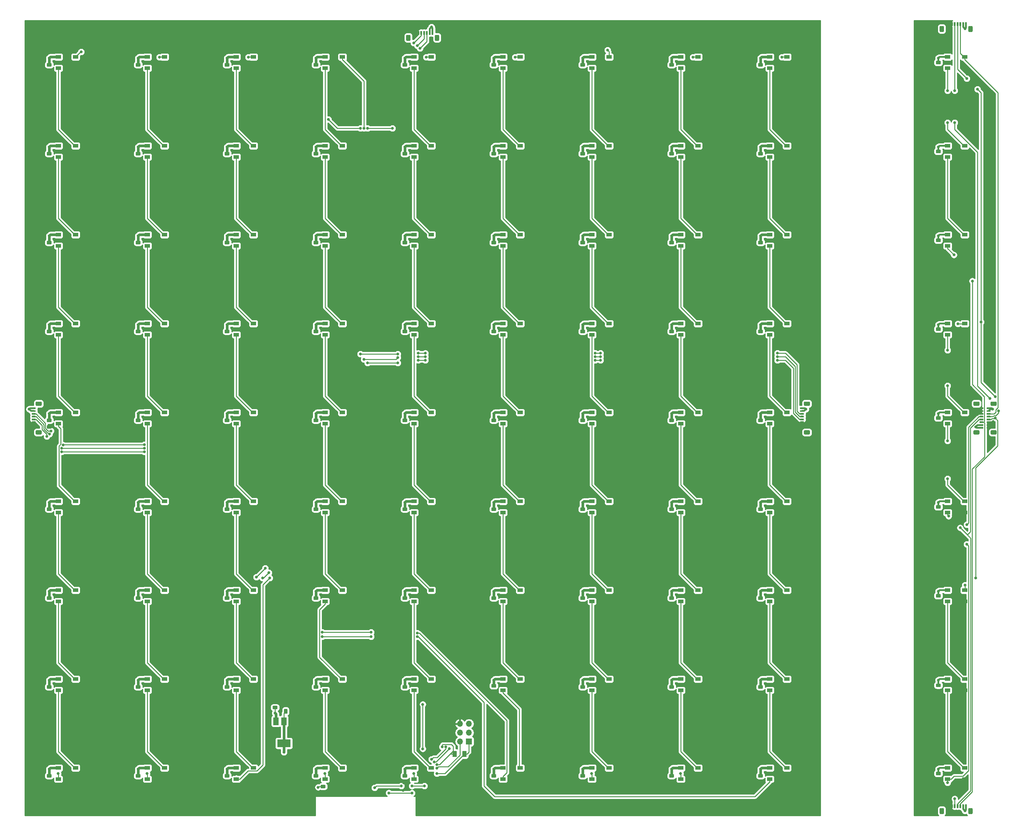
<source format=gbr>
G04 #@! TF.GenerationSoftware,KiCad,Pcbnew,(5.1.4)-1*
G04 #@! TF.CreationDate,2020-04-23T20:30:29-07:00*
G04 #@! TF.ProjectId,tetris,74657472-6973-42e6-9b69-6361645f7063,rev?*
G04 #@! TF.SameCoordinates,Original*
G04 #@! TF.FileFunction,Copper,L1,Top*
G04 #@! TF.FilePolarity,Positive*
%FSLAX46Y46*%
G04 Gerber Fmt 4.6, Leading zero omitted, Abs format (unit mm)*
G04 Created by KiCad (PCBNEW (5.1.4)-1) date 2020-04-23 20:30:29*
%MOMM*%
%LPD*%
G04 APERTURE LIST*
%ADD10C,0.100000*%
%ADD11C,1.200000*%
%ADD12C,0.500000*%
%ADD13R,1.500000X1.000000*%
%ADD14C,0.975000*%
%ADD15R,3.800000X2.200000*%
%ADD16R,1.500000X2.200000*%
%ADD17C,1.250000*%
%ADD18O,1.700000X1.700000*%
%ADD19R,1.700000X1.700000*%
%ADD20C,0.800000*%
%ADD21C,0.254000*%
%ADD22C,0.508000*%
%ADD23C,0.762000*%
G04 APERTURE END LIST*
D10*
G36*
X285824505Y-122301204D02*
G01*
X285848773Y-122304804D01*
X285872572Y-122310765D01*
X285895671Y-122319030D01*
X285917850Y-122329520D01*
X285938893Y-122342132D01*
X285958599Y-122356747D01*
X285976777Y-122373223D01*
X285993253Y-122391401D01*
X286007868Y-122411107D01*
X286020480Y-122432150D01*
X286030970Y-122454329D01*
X286039235Y-122477428D01*
X286045196Y-122501227D01*
X286048796Y-122525495D01*
X286050000Y-122549999D01*
X286050000Y-123250001D01*
X286048796Y-123274505D01*
X286045196Y-123298773D01*
X286039235Y-123322572D01*
X286030970Y-123345671D01*
X286020480Y-123367850D01*
X286007868Y-123388893D01*
X285993253Y-123408599D01*
X285976777Y-123426777D01*
X285958599Y-123443253D01*
X285938893Y-123457868D01*
X285917850Y-123470480D01*
X285895671Y-123480970D01*
X285872572Y-123489235D01*
X285848773Y-123495196D01*
X285824505Y-123498796D01*
X285800001Y-123500000D01*
X284599999Y-123500000D01*
X284575495Y-123498796D01*
X284551227Y-123495196D01*
X284527428Y-123489235D01*
X284504329Y-123480970D01*
X284482150Y-123470480D01*
X284461107Y-123457868D01*
X284441401Y-123443253D01*
X284423223Y-123426777D01*
X284406747Y-123408599D01*
X284392132Y-123388893D01*
X284379520Y-123367850D01*
X284369030Y-123345671D01*
X284360765Y-123322572D01*
X284354804Y-123298773D01*
X284351204Y-123274505D01*
X284350000Y-123250001D01*
X284350000Y-122549999D01*
X284351204Y-122525495D01*
X284354804Y-122501227D01*
X284360765Y-122477428D01*
X284369030Y-122454329D01*
X284379520Y-122432150D01*
X284392132Y-122411107D01*
X284406747Y-122391401D01*
X284423223Y-122373223D01*
X284441401Y-122356747D01*
X284461107Y-122342132D01*
X284482150Y-122329520D01*
X284504329Y-122319030D01*
X284527428Y-122310765D01*
X284551227Y-122304804D01*
X284575495Y-122301204D01*
X284599999Y-122300000D01*
X285800001Y-122300000D01*
X285824505Y-122301204D01*
X285824505Y-122301204D01*
G37*
D11*
X285200000Y-122900000D03*
D10*
G36*
X285824505Y-130501204D02*
G01*
X285848773Y-130504804D01*
X285872572Y-130510765D01*
X285895671Y-130519030D01*
X285917850Y-130529520D01*
X285938893Y-130542132D01*
X285958599Y-130556747D01*
X285976777Y-130573223D01*
X285993253Y-130591401D01*
X286007868Y-130611107D01*
X286020480Y-130632150D01*
X286030970Y-130654329D01*
X286039235Y-130677428D01*
X286045196Y-130701227D01*
X286048796Y-130725495D01*
X286050000Y-130749999D01*
X286050000Y-131450001D01*
X286048796Y-131474505D01*
X286045196Y-131498773D01*
X286039235Y-131522572D01*
X286030970Y-131545671D01*
X286020480Y-131567850D01*
X286007868Y-131588893D01*
X285993253Y-131608599D01*
X285976777Y-131626777D01*
X285958599Y-131643253D01*
X285938893Y-131657868D01*
X285917850Y-131670480D01*
X285895671Y-131680970D01*
X285872572Y-131689235D01*
X285848773Y-131695196D01*
X285824505Y-131698796D01*
X285800001Y-131700000D01*
X284599999Y-131700000D01*
X284575495Y-131698796D01*
X284551227Y-131695196D01*
X284527428Y-131689235D01*
X284504329Y-131680970D01*
X284482150Y-131670480D01*
X284461107Y-131657868D01*
X284441401Y-131643253D01*
X284423223Y-131626777D01*
X284406747Y-131608599D01*
X284392132Y-131588893D01*
X284379520Y-131567850D01*
X284369030Y-131545671D01*
X284360765Y-131522572D01*
X284354804Y-131498773D01*
X284351204Y-131474505D01*
X284350000Y-131450001D01*
X284350000Y-130749999D01*
X284351204Y-130725495D01*
X284354804Y-130701227D01*
X284360765Y-130677428D01*
X284369030Y-130654329D01*
X284379520Y-130632150D01*
X284392132Y-130611107D01*
X284406747Y-130591401D01*
X284423223Y-130573223D01*
X284441401Y-130556747D01*
X284461107Y-130542132D01*
X284482150Y-130529520D01*
X284504329Y-130519030D01*
X284527428Y-130510765D01*
X284551227Y-130504804D01*
X284575495Y-130501204D01*
X284599999Y-130500000D01*
X285800001Y-130500000D01*
X285824505Y-130501204D01*
X285824505Y-130501204D01*
G37*
D11*
X285200000Y-131100000D03*
D10*
G36*
X287037252Y-123950602D02*
G01*
X287049386Y-123952402D01*
X287061286Y-123955382D01*
X287072835Y-123959515D01*
X287083925Y-123964760D01*
X287094446Y-123971066D01*
X287104299Y-123978374D01*
X287113388Y-123986612D01*
X287121626Y-123995701D01*
X287128934Y-124005554D01*
X287135240Y-124016075D01*
X287140485Y-124027165D01*
X287144618Y-124038714D01*
X287147598Y-124050614D01*
X287149398Y-124062748D01*
X287150000Y-124075000D01*
X287150000Y-124325000D01*
X287149398Y-124337252D01*
X287147598Y-124349386D01*
X287144618Y-124361286D01*
X287140485Y-124372835D01*
X287135240Y-124383925D01*
X287128934Y-124394446D01*
X287121626Y-124404299D01*
X287113388Y-124413388D01*
X287104299Y-124421626D01*
X287094446Y-124428934D01*
X287083925Y-124435240D01*
X287072835Y-124440485D01*
X287061286Y-124444618D01*
X287049386Y-124447598D01*
X287037252Y-124449398D01*
X287025000Y-124450000D01*
X286175000Y-124450000D01*
X286162748Y-124449398D01*
X286150614Y-124447598D01*
X286138714Y-124444618D01*
X286127165Y-124440485D01*
X286116075Y-124435240D01*
X286105554Y-124428934D01*
X286095701Y-124421626D01*
X286086612Y-124413388D01*
X286078374Y-124404299D01*
X286071066Y-124394446D01*
X286064760Y-124383925D01*
X286059515Y-124372835D01*
X286055382Y-124361286D01*
X286052402Y-124349386D01*
X286050602Y-124337252D01*
X286050000Y-124325000D01*
X286050000Y-124075000D01*
X286050602Y-124062748D01*
X286052402Y-124050614D01*
X286055382Y-124038714D01*
X286059515Y-124027165D01*
X286064760Y-124016075D01*
X286071066Y-124005554D01*
X286078374Y-123995701D01*
X286086612Y-123986612D01*
X286095701Y-123978374D01*
X286105554Y-123971066D01*
X286116075Y-123964760D01*
X286127165Y-123959515D01*
X286138714Y-123955382D01*
X286150614Y-123952402D01*
X286162748Y-123950602D01*
X286175000Y-123950000D01*
X287025000Y-123950000D01*
X287037252Y-123950602D01*
X287037252Y-123950602D01*
G37*
D12*
X286600000Y-124200000D03*
D10*
G36*
X287037252Y-124750602D02*
G01*
X287049386Y-124752402D01*
X287061286Y-124755382D01*
X287072835Y-124759515D01*
X287083925Y-124764760D01*
X287094446Y-124771066D01*
X287104299Y-124778374D01*
X287113388Y-124786612D01*
X287121626Y-124795701D01*
X287128934Y-124805554D01*
X287135240Y-124816075D01*
X287140485Y-124827165D01*
X287144618Y-124838714D01*
X287147598Y-124850614D01*
X287149398Y-124862748D01*
X287150000Y-124875000D01*
X287150000Y-125125000D01*
X287149398Y-125137252D01*
X287147598Y-125149386D01*
X287144618Y-125161286D01*
X287140485Y-125172835D01*
X287135240Y-125183925D01*
X287128934Y-125194446D01*
X287121626Y-125204299D01*
X287113388Y-125213388D01*
X287104299Y-125221626D01*
X287094446Y-125228934D01*
X287083925Y-125235240D01*
X287072835Y-125240485D01*
X287061286Y-125244618D01*
X287049386Y-125247598D01*
X287037252Y-125249398D01*
X287025000Y-125250000D01*
X286175000Y-125250000D01*
X286162748Y-125249398D01*
X286150614Y-125247598D01*
X286138714Y-125244618D01*
X286127165Y-125240485D01*
X286116075Y-125235240D01*
X286105554Y-125228934D01*
X286095701Y-125221626D01*
X286086612Y-125213388D01*
X286078374Y-125204299D01*
X286071066Y-125194446D01*
X286064760Y-125183925D01*
X286059515Y-125172835D01*
X286055382Y-125161286D01*
X286052402Y-125149386D01*
X286050602Y-125137252D01*
X286050000Y-125125000D01*
X286050000Y-124875000D01*
X286050602Y-124862748D01*
X286052402Y-124850614D01*
X286055382Y-124838714D01*
X286059515Y-124827165D01*
X286064760Y-124816075D01*
X286071066Y-124805554D01*
X286078374Y-124795701D01*
X286086612Y-124786612D01*
X286095701Y-124778374D01*
X286105554Y-124771066D01*
X286116075Y-124764760D01*
X286127165Y-124759515D01*
X286138714Y-124755382D01*
X286150614Y-124752402D01*
X286162748Y-124750602D01*
X286175000Y-124750000D01*
X287025000Y-124750000D01*
X287037252Y-124750602D01*
X287037252Y-124750602D01*
G37*
D12*
X286600000Y-125000000D03*
D10*
G36*
X287037252Y-125550602D02*
G01*
X287049386Y-125552402D01*
X287061286Y-125555382D01*
X287072835Y-125559515D01*
X287083925Y-125564760D01*
X287094446Y-125571066D01*
X287104299Y-125578374D01*
X287113388Y-125586612D01*
X287121626Y-125595701D01*
X287128934Y-125605554D01*
X287135240Y-125616075D01*
X287140485Y-125627165D01*
X287144618Y-125638714D01*
X287147598Y-125650614D01*
X287149398Y-125662748D01*
X287150000Y-125675000D01*
X287150000Y-125925000D01*
X287149398Y-125937252D01*
X287147598Y-125949386D01*
X287144618Y-125961286D01*
X287140485Y-125972835D01*
X287135240Y-125983925D01*
X287128934Y-125994446D01*
X287121626Y-126004299D01*
X287113388Y-126013388D01*
X287104299Y-126021626D01*
X287094446Y-126028934D01*
X287083925Y-126035240D01*
X287072835Y-126040485D01*
X287061286Y-126044618D01*
X287049386Y-126047598D01*
X287037252Y-126049398D01*
X287025000Y-126050000D01*
X286175000Y-126050000D01*
X286162748Y-126049398D01*
X286150614Y-126047598D01*
X286138714Y-126044618D01*
X286127165Y-126040485D01*
X286116075Y-126035240D01*
X286105554Y-126028934D01*
X286095701Y-126021626D01*
X286086612Y-126013388D01*
X286078374Y-126004299D01*
X286071066Y-125994446D01*
X286064760Y-125983925D01*
X286059515Y-125972835D01*
X286055382Y-125961286D01*
X286052402Y-125949386D01*
X286050602Y-125937252D01*
X286050000Y-125925000D01*
X286050000Y-125675000D01*
X286050602Y-125662748D01*
X286052402Y-125650614D01*
X286055382Y-125638714D01*
X286059515Y-125627165D01*
X286064760Y-125616075D01*
X286071066Y-125605554D01*
X286078374Y-125595701D01*
X286086612Y-125586612D01*
X286095701Y-125578374D01*
X286105554Y-125571066D01*
X286116075Y-125564760D01*
X286127165Y-125559515D01*
X286138714Y-125555382D01*
X286150614Y-125552402D01*
X286162748Y-125550602D01*
X286175000Y-125550000D01*
X287025000Y-125550000D01*
X287037252Y-125550602D01*
X287037252Y-125550602D01*
G37*
D12*
X286600000Y-125800000D03*
D10*
G36*
X287037252Y-126350602D02*
G01*
X287049386Y-126352402D01*
X287061286Y-126355382D01*
X287072835Y-126359515D01*
X287083925Y-126364760D01*
X287094446Y-126371066D01*
X287104299Y-126378374D01*
X287113388Y-126386612D01*
X287121626Y-126395701D01*
X287128934Y-126405554D01*
X287135240Y-126416075D01*
X287140485Y-126427165D01*
X287144618Y-126438714D01*
X287147598Y-126450614D01*
X287149398Y-126462748D01*
X287150000Y-126475000D01*
X287150000Y-126725000D01*
X287149398Y-126737252D01*
X287147598Y-126749386D01*
X287144618Y-126761286D01*
X287140485Y-126772835D01*
X287135240Y-126783925D01*
X287128934Y-126794446D01*
X287121626Y-126804299D01*
X287113388Y-126813388D01*
X287104299Y-126821626D01*
X287094446Y-126828934D01*
X287083925Y-126835240D01*
X287072835Y-126840485D01*
X287061286Y-126844618D01*
X287049386Y-126847598D01*
X287037252Y-126849398D01*
X287025000Y-126850000D01*
X286175000Y-126850000D01*
X286162748Y-126849398D01*
X286150614Y-126847598D01*
X286138714Y-126844618D01*
X286127165Y-126840485D01*
X286116075Y-126835240D01*
X286105554Y-126828934D01*
X286095701Y-126821626D01*
X286086612Y-126813388D01*
X286078374Y-126804299D01*
X286071066Y-126794446D01*
X286064760Y-126783925D01*
X286059515Y-126772835D01*
X286055382Y-126761286D01*
X286052402Y-126749386D01*
X286050602Y-126737252D01*
X286050000Y-126725000D01*
X286050000Y-126475000D01*
X286050602Y-126462748D01*
X286052402Y-126450614D01*
X286055382Y-126438714D01*
X286059515Y-126427165D01*
X286064760Y-126416075D01*
X286071066Y-126405554D01*
X286078374Y-126395701D01*
X286086612Y-126386612D01*
X286095701Y-126378374D01*
X286105554Y-126371066D01*
X286116075Y-126364760D01*
X286127165Y-126359515D01*
X286138714Y-126355382D01*
X286150614Y-126352402D01*
X286162748Y-126350602D01*
X286175000Y-126350000D01*
X287025000Y-126350000D01*
X287037252Y-126350602D01*
X287037252Y-126350602D01*
G37*
D12*
X286600000Y-126600000D03*
D10*
G36*
X287037252Y-127150602D02*
G01*
X287049386Y-127152402D01*
X287061286Y-127155382D01*
X287072835Y-127159515D01*
X287083925Y-127164760D01*
X287094446Y-127171066D01*
X287104299Y-127178374D01*
X287113388Y-127186612D01*
X287121626Y-127195701D01*
X287128934Y-127205554D01*
X287135240Y-127216075D01*
X287140485Y-127227165D01*
X287144618Y-127238714D01*
X287147598Y-127250614D01*
X287149398Y-127262748D01*
X287150000Y-127275000D01*
X287150000Y-127525000D01*
X287149398Y-127537252D01*
X287147598Y-127549386D01*
X287144618Y-127561286D01*
X287140485Y-127572835D01*
X287135240Y-127583925D01*
X287128934Y-127594446D01*
X287121626Y-127604299D01*
X287113388Y-127613388D01*
X287104299Y-127621626D01*
X287094446Y-127628934D01*
X287083925Y-127635240D01*
X287072835Y-127640485D01*
X287061286Y-127644618D01*
X287049386Y-127647598D01*
X287037252Y-127649398D01*
X287025000Y-127650000D01*
X286175000Y-127650000D01*
X286162748Y-127649398D01*
X286150614Y-127647598D01*
X286138714Y-127644618D01*
X286127165Y-127640485D01*
X286116075Y-127635240D01*
X286105554Y-127628934D01*
X286095701Y-127621626D01*
X286086612Y-127613388D01*
X286078374Y-127604299D01*
X286071066Y-127594446D01*
X286064760Y-127583925D01*
X286059515Y-127572835D01*
X286055382Y-127561286D01*
X286052402Y-127549386D01*
X286050602Y-127537252D01*
X286050000Y-127525000D01*
X286050000Y-127275000D01*
X286050602Y-127262748D01*
X286052402Y-127250614D01*
X286055382Y-127238714D01*
X286059515Y-127227165D01*
X286064760Y-127216075D01*
X286071066Y-127205554D01*
X286078374Y-127195701D01*
X286086612Y-127186612D01*
X286095701Y-127178374D01*
X286105554Y-127171066D01*
X286116075Y-127164760D01*
X286127165Y-127159515D01*
X286138714Y-127155382D01*
X286150614Y-127152402D01*
X286162748Y-127150602D01*
X286175000Y-127150000D01*
X287025000Y-127150000D01*
X287037252Y-127150602D01*
X287037252Y-127150602D01*
G37*
D12*
X286600000Y-127400000D03*
D10*
G36*
X287037252Y-127950602D02*
G01*
X287049386Y-127952402D01*
X287061286Y-127955382D01*
X287072835Y-127959515D01*
X287083925Y-127964760D01*
X287094446Y-127971066D01*
X287104299Y-127978374D01*
X287113388Y-127986612D01*
X287121626Y-127995701D01*
X287128934Y-128005554D01*
X287135240Y-128016075D01*
X287140485Y-128027165D01*
X287144618Y-128038714D01*
X287147598Y-128050614D01*
X287149398Y-128062748D01*
X287150000Y-128075000D01*
X287150000Y-128325000D01*
X287149398Y-128337252D01*
X287147598Y-128349386D01*
X287144618Y-128361286D01*
X287140485Y-128372835D01*
X287135240Y-128383925D01*
X287128934Y-128394446D01*
X287121626Y-128404299D01*
X287113388Y-128413388D01*
X287104299Y-128421626D01*
X287094446Y-128428934D01*
X287083925Y-128435240D01*
X287072835Y-128440485D01*
X287061286Y-128444618D01*
X287049386Y-128447598D01*
X287037252Y-128449398D01*
X287025000Y-128450000D01*
X286175000Y-128450000D01*
X286162748Y-128449398D01*
X286150614Y-128447598D01*
X286138714Y-128444618D01*
X286127165Y-128440485D01*
X286116075Y-128435240D01*
X286105554Y-128428934D01*
X286095701Y-128421626D01*
X286086612Y-128413388D01*
X286078374Y-128404299D01*
X286071066Y-128394446D01*
X286064760Y-128383925D01*
X286059515Y-128372835D01*
X286055382Y-128361286D01*
X286052402Y-128349386D01*
X286050602Y-128337252D01*
X286050000Y-128325000D01*
X286050000Y-128075000D01*
X286050602Y-128062748D01*
X286052402Y-128050614D01*
X286055382Y-128038714D01*
X286059515Y-128027165D01*
X286064760Y-128016075D01*
X286071066Y-128005554D01*
X286078374Y-127995701D01*
X286086612Y-127986612D01*
X286095701Y-127978374D01*
X286105554Y-127971066D01*
X286116075Y-127964760D01*
X286127165Y-127959515D01*
X286138714Y-127955382D01*
X286150614Y-127952402D01*
X286162748Y-127950602D01*
X286175000Y-127950000D01*
X287025000Y-127950000D01*
X287037252Y-127950602D01*
X287037252Y-127950602D01*
G37*
D12*
X286600000Y-128200000D03*
D10*
G36*
X287037252Y-128750602D02*
G01*
X287049386Y-128752402D01*
X287061286Y-128755382D01*
X287072835Y-128759515D01*
X287083925Y-128764760D01*
X287094446Y-128771066D01*
X287104299Y-128778374D01*
X287113388Y-128786612D01*
X287121626Y-128795701D01*
X287128934Y-128805554D01*
X287135240Y-128816075D01*
X287140485Y-128827165D01*
X287144618Y-128838714D01*
X287147598Y-128850614D01*
X287149398Y-128862748D01*
X287150000Y-128875000D01*
X287150000Y-129125000D01*
X287149398Y-129137252D01*
X287147598Y-129149386D01*
X287144618Y-129161286D01*
X287140485Y-129172835D01*
X287135240Y-129183925D01*
X287128934Y-129194446D01*
X287121626Y-129204299D01*
X287113388Y-129213388D01*
X287104299Y-129221626D01*
X287094446Y-129228934D01*
X287083925Y-129235240D01*
X287072835Y-129240485D01*
X287061286Y-129244618D01*
X287049386Y-129247598D01*
X287037252Y-129249398D01*
X287025000Y-129250000D01*
X286175000Y-129250000D01*
X286162748Y-129249398D01*
X286150614Y-129247598D01*
X286138714Y-129244618D01*
X286127165Y-129240485D01*
X286116075Y-129235240D01*
X286105554Y-129228934D01*
X286095701Y-129221626D01*
X286086612Y-129213388D01*
X286078374Y-129204299D01*
X286071066Y-129194446D01*
X286064760Y-129183925D01*
X286059515Y-129172835D01*
X286055382Y-129161286D01*
X286052402Y-129149386D01*
X286050602Y-129137252D01*
X286050000Y-129125000D01*
X286050000Y-128875000D01*
X286050602Y-128862748D01*
X286052402Y-128850614D01*
X286055382Y-128838714D01*
X286059515Y-128827165D01*
X286064760Y-128816075D01*
X286071066Y-128805554D01*
X286078374Y-128795701D01*
X286086612Y-128786612D01*
X286095701Y-128778374D01*
X286105554Y-128771066D01*
X286116075Y-128764760D01*
X286127165Y-128759515D01*
X286138714Y-128755382D01*
X286150614Y-128752402D01*
X286162748Y-128750602D01*
X286175000Y-128750000D01*
X287025000Y-128750000D01*
X287037252Y-128750602D01*
X287037252Y-128750602D01*
G37*
D12*
X286600000Y-129000000D03*
D10*
G36*
X287037252Y-129550602D02*
G01*
X287049386Y-129552402D01*
X287061286Y-129555382D01*
X287072835Y-129559515D01*
X287083925Y-129564760D01*
X287094446Y-129571066D01*
X287104299Y-129578374D01*
X287113388Y-129586612D01*
X287121626Y-129595701D01*
X287128934Y-129605554D01*
X287135240Y-129616075D01*
X287140485Y-129627165D01*
X287144618Y-129638714D01*
X287147598Y-129650614D01*
X287149398Y-129662748D01*
X287150000Y-129675000D01*
X287150000Y-129925000D01*
X287149398Y-129937252D01*
X287147598Y-129949386D01*
X287144618Y-129961286D01*
X287140485Y-129972835D01*
X287135240Y-129983925D01*
X287128934Y-129994446D01*
X287121626Y-130004299D01*
X287113388Y-130013388D01*
X287104299Y-130021626D01*
X287094446Y-130028934D01*
X287083925Y-130035240D01*
X287072835Y-130040485D01*
X287061286Y-130044618D01*
X287049386Y-130047598D01*
X287037252Y-130049398D01*
X287025000Y-130050000D01*
X286175000Y-130050000D01*
X286162748Y-130049398D01*
X286150614Y-130047598D01*
X286138714Y-130044618D01*
X286127165Y-130040485D01*
X286116075Y-130035240D01*
X286105554Y-130028934D01*
X286095701Y-130021626D01*
X286086612Y-130013388D01*
X286078374Y-130004299D01*
X286071066Y-129994446D01*
X286064760Y-129983925D01*
X286059515Y-129972835D01*
X286055382Y-129961286D01*
X286052402Y-129949386D01*
X286050602Y-129937252D01*
X286050000Y-129925000D01*
X286050000Y-129675000D01*
X286050602Y-129662748D01*
X286052402Y-129650614D01*
X286055382Y-129638714D01*
X286059515Y-129627165D01*
X286064760Y-129616075D01*
X286071066Y-129605554D01*
X286078374Y-129595701D01*
X286086612Y-129586612D01*
X286095701Y-129578374D01*
X286105554Y-129571066D01*
X286116075Y-129564760D01*
X286127165Y-129559515D01*
X286138714Y-129555382D01*
X286150614Y-129552402D01*
X286162748Y-129550602D01*
X286175000Y-129550000D01*
X287025000Y-129550000D01*
X287037252Y-129550602D01*
X287037252Y-129550602D01*
G37*
D12*
X286600000Y-129800000D03*
D10*
G36*
X275674505Y-238461204D02*
G01*
X275698773Y-238464804D01*
X275722572Y-238470765D01*
X275745671Y-238479030D01*
X275767850Y-238489520D01*
X275788893Y-238502132D01*
X275808599Y-238516747D01*
X275826777Y-238533223D01*
X275843253Y-238551401D01*
X275857868Y-238571107D01*
X275870480Y-238592150D01*
X275880970Y-238614329D01*
X275889235Y-238637428D01*
X275895196Y-238661227D01*
X275898796Y-238685495D01*
X275900000Y-238709999D01*
X275900000Y-239910001D01*
X275898796Y-239934505D01*
X275895196Y-239958773D01*
X275889235Y-239982572D01*
X275880970Y-240005671D01*
X275870480Y-240027850D01*
X275857868Y-240048893D01*
X275843253Y-240068599D01*
X275826777Y-240086777D01*
X275808599Y-240103253D01*
X275788893Y-240117868D01*
X275767850Y-240130480D01*
X275745671Y-240140970D01*
X275722572Y-240149235D01*
X275698773Y-240155196D01*
X275674505Y-240158796D01*
X275650001Y-240160000D01*
X274949999Y-240160000D01*
X274925495Y-240158796D01*
X274901227Y-240155196D01*
X274877428Y-240149235D01*
X274854329Y-240140970D01*
X274832150Y-240130480D01*
X274811107Y-240117868D01*
X274791401Y-240103253D01*
X274773223Y-240086777D01*
X274756747Y-240068599D01*
X274742132Y-240048893D01*
X274729520Y-240027850D01*
X274719030Y-240005671D01*
X274710765Y-239982572D01*
X274704804Y-239958773D01*
X274701204Y-239934505D01*
X274700000Y-239910001D01*
X274700000Y-238709999D01*
X274701204Y-238685495D01*
X274704804Y-238661227D01*
X274710765Y-238637428D01*
X274719030Y-238614329D01*
X274729520Y-238592150D01*
X274742132Y-238571107D01*
X274756747Y-238551401D01*
X274773223Y-238533223D01*
X274791401Y-238516747D01*
X274811107Y-238502132D01*
X274832150Y-238489520D01*
X274854329Y-238479030D01*
X274877428Y-238470765D01*
X274901227Y-238464804D01*
X274925495Y-238461204D01*
X274949999Y-238460000D01*
X275650001Y-238460000D01*
X275674505Y-238461204D01*
X275674505Y-238461204D01*
G37*
D11*
X275300000Y-239310000D03*
D10*
G36*
X283874505Y-238461204D02*
G01*
X283898773Y-238464804D01*
X283922572Y-238470765D01*
X283945671Y-238479030D01*
X283967850Y-238489520D01*
X283988893Y-238502132D01*
X284008599Y-238516747D01*
X284026777Y-238533223D01*
X284043253Y-238551401D01*
X284057868Y-238571107D01*
X284070480Y-238592150D01*
X284080970Y-238614329D01*
X284089235Y-238637428D01*
X284095196Y-238661227D01*
X284098796Y-238685495D01*
X284100000Y-238709999D01*
X284100000Y-239910001D01*
X284098796Y-239934505D01*
X284095196Y-239958773D01*
X284089235Y-239982572D01*
X284080970Y-240005671D01*
X284070480Y-240027850D01*
X284057868Y-240048893D01*
X284043253Y-240068599D01*
X284026777Y-240086777D01*
X284008599Y-240103253D01*
X283988893Y-240117868D01*
X283967850Y-240130480D01*
X283945671Y-240140970D01*
X283922572Y-240149235D01*
X283898773Y-240155196D01*
X283874505Y-240158796D01*
X283850001Y-240160000D01*
X283149999Y-240160000D01*
X283125495Y-240158796D01*
X283101227Y-240155196D01*
X283077428Y-240149235D01*
X283054329Y-240140970D01*
X283032150Y-240130480D01*
X283011107Y-240117868D01*
X282991401Y-240103253D01*
X282973223Y-240086777D01*
X282956747Y-240068599D01*
X282942132Y-240048893D01*
X282929520Y-240027850D01*
X282919030Y-240005671D01*
X282910765Y-239982572D01*
X282904804Y-239958773D01*
X282901204Y-239934505D01*
X282900000Y-239910001D01*
X282900000Y-238709999D01*
X282901204Y-238685495D01*
X282904804Y-238661227D01*
X282910765Y-238637428D01*
X282919030Y-238614329D01*
X282929520Y-238592150D01*
X282942132Y-238571107D01*
X282956747Y-238551401D01*
X282973223Y-238533223D01*
X282991401Y-238516747D01*
X283011107Y-238502132D01*
X283032150Y-238489520D01*
X283054329Y-238479030D01*
X283077428Y-238470765D01*
X283101227Y-238464804D01*
X283125495Y-238461204D01*
X283149999Y-238460000D01*
X283850001Y-238460000D01*
X283874505Y-238461204D01*
X283874505Y-238461204D01*
G37*
D11*
X283500000Y-239310000D03*
D10*
G36*
X276737252Y-237360602D02*
G01*
X276749386Y-237362402D01*
X276761286Y-237365382D01*
X276772835Y-237369515D01*
X276783925Y-237374760D01*
X276794446Y-237381066D01*
X276804299Y-237388374D01*
X276813388Y-237396612D01*
X276821626Y-237405701D01*
X276828934Y-237415554D01*
X276835240Y-237426075D01*
X276840485Y-237437165D01*
X276844618Y-237448714D01*
X276847598Y-237460614D01*
X276849398Y-237472748D01*
X276850000Y-237485000D01*
X276850000Y-238335000D01*
X276849398Y-238347252D01*
X276847598Y-238359386D01*
X276844618Y-238371286D01*
X276840485Y-238382835D01*
X276835240Y-238393925D01*
X276828934Y-238404446D01*
X276821626Y-238414299D01*
X276813388Y-238423388D01*
X276804299Y-238431626D01*
X276794446Y-238438934D01*
X276783925Y-238445240D01*
X276772835Y-238450485D01*
X276761286Y-238454618D01*
X276749386Y-238457598D01*
X276737252Y-238459398D01*
X276725000Y-238460000D01*
X276475000Y-238460000D01*
X276462748Y-238459398D01*
X276450614Y-238457598D01*
X276438714Y-238454618D01*
X276427165Y-238450485D01*
X276416075Y-238445240D01*
X276405554Y-238438934D01*
X276395701Y-238431626D01*
X276386612Y-238423388D01*
X276378374Y-238414299D01*
X276371066Y-238404446D01*
X276364760Y-238393925D01*
X276359515Y-238382835D01*
X276355382Y-238371286D01*
X276352402Y-238359386D01*
X276350602Y-238347252D01*
X276350000Y-238335000D01*
X276350000Y-237485000D01*
X276350602Y-237472748D01*
X276352402Y-237460614D01*
X276355382Y-237448714D01*
X276359515Y-237437165D01*
X276364760Y-237426075D01*
X276371066Y-237415554D01*
X276378374Y-237405701D01*
X276386612Y-237396612D01*
X276395701Y-237388374D01*
X276405554Y-237381066D01*
X276416075Y-237374760D01*
X276427165Y-237369515D01*
X276438714Y-237365382D01*
X276450614Y-237362402D01*
X276462748Y-237360602D01*
X276475000Y-237360000D01*
X276725000Y-237360000D01*
X276737252Y-237360602D01*
X276737252Y-237360602D01*
G37*
D12*
X276600000Y-237910000D03*
D10*
G36*
X277537252Y-237360602D02*
G01*
X277549386Y-237362402D01*
X277561286Y-237365382D01*
X277572835Y-237369515D01*
X277583925Y-237374760D01*
X277594446Y-237381066D01*
X277604299Y-237388374D01*
X277613388Y-237396612D01*
X277621626Y-237405701D01*
X277628934Y-237415554D01*
X277635240Y-237426075D01*
X277640485Y-237437165D01*
X277644618Y-237448714D01*
X277647598Y-237460614D01*
X277649398Y-237472748D01*
X277650000Y-237485000D01*
X277650000Y-238335000D01*
X277649398Y-238347252D01*
X277647598Y-238359386D01*
X277644618Y-238371286D01*
X277640485Y-238382835D01*
X277635240Y-238393925D01*
X277628934Y-238404446D01*
X277621626Y-238414299D01*
X277613388Y-238423388D01*
X277604299Y-238431626D01*
X277594446Y-238438934D01*
X277583925Y-238445240D01*
X277572835Y-238450485D01*
X277561286Y-238454618D01*
X277549386Y-238457598D01*
X277537252Y-238459398D01*
X277525000Y-238460000D01*
X277275000Y-238460000D01*
X277262748Y-238459398D01*
X277250614Y-238457598D01*
X277238714Y-238454618D01*
X277227165Y-238450485D01*
X277216075Y-238445240D01*
X277205554Y-238438934D01*
X277195701Y-238431626D01*
X277186612Y-238423388D01*
X277178374Y-238414299D01*
X277171066Y-238404446D01*
X277164760Y-238393925D01*
X277159515Y-238382835D01*
X277155382Y-238371286D01*
X277152402Y-238359386D01*
X277150602Y-238347252D01*
X277150000Y-238335000D01*
X277150000Y-237485000D01*
X277150602Y-237472748D01*
X277152402Y-237460614D01*
X277155382Y-237448714D01*
X277159515Y-237437165D01*
X277164760Y-237426075D01*
X277171066Y-237415554D01*
X277178374Y-237405701D01*
X277186612Y-237396612D01*
X277195701Y-237388374D01*
X277205554Y-237381066D01*
X277216075Y-237374760D01*
X277227165Y-237369515D01*
X277238714Y-237365382D01*
X277250614Y-237362402D01*
X277262748Y-237360602D01*
X277275000Y-237360000D01*
X277525000Y-237360000D01*
X277537252Y-237360602D01*
X277537252Y-237360602D01*
G37*
D12*
X277400000Y-237910000D03*
D10*
G36*
X278337252Y-237360602D02*
G01*
X278349386Y-237362402D01*
X278361286Y-237365382D01*
X278372835Y-237369515D01*
X278383925Y-237374760D01*
X278394446Y-237381066D01*
X278404299Y-237388374D01*
X278413388Y-237396612D01*
X278421626Y-237405701D01*
X278428934Y-237415554D01*
X278435240Y-237426075D01*
X278440485Y-237437165D01*
X278444618Y-237448714D01*
X278447598Y-237460614D01*
X278449398Y-237472748D01*
X278450000Y-237485000D01*
X278450000Y-238335000D01*
X278449398Y-238347252D01*
X278447598Y-238359386D01*
X278444618Y-238371286D01*
X278440485Y-238382835D01*
X278435240Y-238393925D01*
X278428934Y-238404446D01*
X278421626Y-238414299D01*
X278413388Y-238423388D01*
X278404299Y-238431626D01*
X278394446Y-238438934D01*
X278383925Y-238445240D01*
X278372835Y-238450485D01*
X278361286Y-238454618D01*
X278349386Y-238457598D01*
X278337252Y-238459398D01*
X278325000Y-238460000D01*
X278075000Y-238460000D01*
X278062748Y-238459398D01*
X278050614Y-238457598D01*
X278038714Y-238454618D01*
X278027165Y-238450485D01*
X278016075Y-238445240D01*
X278005554Y-238438934D01*
X277995701Y-238431626D01*
X277986612Y-238423388D01*
X277978374Y-238414299D01*
X277971066Y-238404446D01*
X277964760Y-238393925D01*
X277959515Y-238382835D01*
X277955382Y-238371286D01*
X277952402Y-238359386D01*
X277950602Y-238347252D01*
X277950000Y-238335000D01*
X277950000Y-237485000D01*
X277950602Y-237472748D01*
X277952402Y-237460614D01*
X277955382Y-237448714D01*
X277959515Y-237437165D01*
X277964760Y-237426075D01*
X277971066Y-237415554D01*
X277978374Y-237405701D01*
X277986612Y-237396612D01*
X277995701Y-237388374D01*
X278005554Y-237381066D01*
X278016075Y-237374760D01*
X278027165Y-237369515D01*
X278038714Y-237365382D01*
X278050614Y-237362402D01*
X278062748Y-237360602D01*
X278075000Y-237360000D01*
X278325000Y-237360000D01*
X278337252Y-237360602D01*
X278337252Y-237360602D01*
G37*
D12*
X278200000Y-237910000D03*
D10*
G36*
X279137252Y-237360602D02*
G01*
X279149386Y-237362402D01*
X279161286Y-237365382D01*
X279172835Y-237369515D01*
X279183925Y-237374760D01*
X279194446Y-237381066D01*
X279204299Y-237388374D01*
X279213388Y-237396612D01*
X279221626Y-237405701D01*
X279228934Y-237415554D01*
X279235240Y-237426075D01*
X279240485Y-237437165D01*
X279244618Y-237448714D01*
X279247598Y-237460614D01*
X279249398Y-237472748D01*
X279250000Y-237485000D01*
X279250000Y-238335000D01*
X279249398Y-238347252D01*
X279247598Y-238359386D01*
X279244618Y-238371286D01*
X279240485Y-238382835D01*
X279235240Y-238393925D01*
X279228934Y-238404446D01*
X279221626Y-238414299D01*
X279213388Y-238423388D01*
X279204299Y-238431626D01*
X279194446Y-238438934D01*
X279183925Y-238445240D01*
X279172835Y-238450485D01*
X279161286Y-238454618D01*
X279149386Y-238457598D01*
X279137252Y-238459398D01*
X279125000Y-238460000D01*
X278875000Y-238460000D01*
X278862748Y-238459398D01*
X278850614Y-238457598D01*
X278838714Y-238454618D01*
X278827165Y-238450485D01*
X278816075Y-238445240D01*
X278805554Y-238438934D01*
X278795701Y-238431626D01*
X278786612Y-238423388D01*
X278778374Y-238414299D01*
X278771066Y-238404446D01*
X278764760Y-238393925D01*
X278759515Y-238382835D01*
X278755382Y-238371286D01*
X278752402Y-238359386D01*
X278750602Y-238347252D01*
X278750000Y-238335000D01*
X278750000Y-237485000D01*
X278750602Y-237472748D01*
X278752402Y-237460614D01*
X278755382Y-237448714D01*
X278759515Y-237437165D01*
X278764760Y-237426075D01*
X278771066Y-237415554D01*
X278778374Y-237405701D01*
X278786612Y-237396612D01*
X278795701Y-237388374D01*
X278805554Y-237381066D01*
X278816075Y-237374760D01*
X278827165Y-237369515D01*
X278838714Y-237365382D01*
X278850614Y-237362402D01*
X278862748Y-237360602D01*
X278875000Y-237360000D01*
X279125000Y-237360000D01*
X279137252Y-237360602D01*
X279137252Y-237360602D01*
G37*
D12*
X279000000Y-237910000D03*
D10*
G36*
X279937252Y-237360602D02*
G01*
X279949386Y-237362402D01*
X279961286Y-237365382D01*
X279972835Y-237369515D01*
X279983925Y-237374760D01*
X279994446Y-237381066D01*
X280004299Y-237388374D01*
X280013388Y-237396612D01*
X280021626Y-237405701D01*
X280028934Y-237415554D01*
X280035240Y-237426075D01*
X280040485Y-237437165D01*
X280044618Y-237448714D01*
X280047598Y-237460614D01*
X280049398Y-237472748D01*
X280050000Y-237485000D01*
X280050000Y-238335000D01*
X280049398Y-238347252D01*
X280047598Y-238359386D01*
X280044618Y-238371286D01*
X280040485Y-238382835D01*
X280035240Y-238393925D01*
X280028934Y-238404446D01*
X280021626Y-238414299D01*
X280013388Y-238423388D01*
X280004299Y-238431626D01*
X279994446Y-238438934D01*
X279983925Y-238445240D01*
X279972835Y-238450485D01*
X279961286Y-238454618D01*
X279949386Y-238457598D01*
X279937252Y-238459398D01*
X279925000Y-238460000D01*
X279675000Y-238460000D01*
X279662748Y-238459398D01*
X279650614Y-238457598D01*
X279638714Y-238454618D01*
X279627165Y-238450485D01*
X279616075Y-238445240D01*
X279605554Y-238438934D01*
X279595701Y-238431626D01*
X279586612Y-238423388D01*
X279578374Y-238414299D01*
X279571066Y-238404446D01*
X279564760Y-238393925D01*
X279559515Y-238382835D01*
X279555382Y-238371286D01*
X279552402Y-238359386D01*
X279550602Y-238347252D01*
X279550000Y-238335000D01*
X279550000Y-237485000D01*
X279550602Y-237472748D01*
X279552402Y-237460614D01*
X279555382Y-237448714D01*
X279559515Y-237437165D01*
X279564760Y-237426075D01*
X279571066Y-237415554D01*
X279578374Y-237405701D01*
X279586612Y-237396612D01*
X279595701Y-237388374D01*
X279605554Y-237381066D01*
X279616075Y-237374760D01*
X279627165Y-237369515D01*
X279638714Y-237365382D01*
X279650614Y-237362402D01*
X279662748Y-237360602D01*
X279675000Y-237360000D01*
X279925000Y-237360000D01*
X279937252Y-237360602D01*
X279937252Y-237360602D01*
G37*
D12*
X279800000Y-237910000D03*
D10*
G36*
X280737252Y-237360602D02*
G01*
X280749386Y-237362402D01*
X280761286Y-237365382D01*
X280772835Y-237369515D01*
X280783925Y-237374760D01*
X280794446Y-237381066D01*
X280804299Y-237388374D01*
X280813388Y-237396612D01*
X280821626Y-237405701D01*
X280828934Y-237415554D01*
X280835240Y-237426075D01*
X280840485Y-237437165D01*
X280844618Y-237448714D01*
X280847598Y-237460614D01*
X280849398Y-237472748D01*
X280850000Y-237485000D01*
X280850000Y-238335000D01*
X280849398Y-238347252D01*
X280847598Y-238359386D01*
X280844618Y-238371286D01*
X280840485Y-238382835D01*
X280835240Y-238393925D01*
X280828934Y-238404446D01*
X280821626Y-238414299D01*
X280813388Y-238423388D01*
X280804299Y-238431626D01*
X280794446Y-238438934D01*
X280783925Y-238445240D01*
X280772835Y-238450485D01*
X280761286Y-238454618D01*
X280749386Y-238457598D01*
X280737252Y-238459398D01*
X280725000Y-238460000D01*
X280475000Y-238460000D01*
X280462748Y-238459398D01*
X280450614Y-238457598D01*
X280438714Y-238454618D01*
X280427165Y-238450485D01*
X280416075Y-238445240D01*
X280405554Y-238438934D01*
X280395701Y-238431626D01*
X280386612Y-238423388D01*
X280378374Y-238414299D01*
X280371066Y-238404446D01*
X280364760Y-238393925D01*
X280359515Y-238382835D01*
X280355382Y-238371286D01*
X280352402Y-238359386D01*
X280350602Y-238347252D01*
X280350000Y-238335000D01*
X280350000Y-237485000D01*
X280350602Y-237472748D01*
X280352402Y-237460614D01*
X280355382Y-237448714D01*
X280359515Y-237437165D01*
X280364760Y-237426075D01*
X280371066Y-237415554D01*
X280378374Y-237405701D01*
X280386612Y-237396612D01*
X280395701Y-237388374D01*
X280405554Y-237381066D01*
X280416075Y-237374760D01*
X280427165Y-237369515D01*
X280438714Y-237365382D01*
X280450614Y-237362402D01*
X280462748Y-237360602D01*
X280475000Y-237360000D01*
X280725000Y-237360000D01*
X280737252Y-237360602D01*
X280737252Y-237360602D01*
G37*
D12*
X280600000Y-237910000D03*
D10*
G36*
X281537252Y-237360602D02*
G01*
X281549386Y-237362402D01*
X281561286Y-237365382D01*
X281572835Y-237369515D01*
X281583925Y-237374760D01*
X281594446Y-237381066D01*
X281604299Y-237388374D01*
X281613388Y-237396612D01*
X281621626Y-237405701D01*
X281628934Y-237415554D01*
X281635240Y-237426075D01*
X281640485Y-237437165D01*
X281644618Y-237448714D01*
X281647598Y-237460614D01*
X281649398Y-237472748D01*
X281650000Y-237485000D01*
X281650000Y-238335000D01*
X281649398Y-238347252D01*
X281647598Y-238359386D01*
X281644618Y-238371286D01*
X281640485Y-238382835D01*
X281635240Y-238393925D01*
X281628934Y-238404446D01*
X281621626Y-238414299D01*
X281613388Y-238423388D01*
X281604299Y-238431626D01*
X281594446Y-238438934D01*
X281583925Y-238445240D01*
X281572835Y-238450485D01*
X281561286Y-238454618D01*
X281549386Y-238457598D01*
X281537252Y-238459398D01*
X281525000Y-238460000D01*
X281275000Y-238460000D01*
X281262748Y-238459398D01*
X281250614Y-238457598D01*
X281238714Y-238454618D01*
X281227165Y-238450485D01*
X281216075Y-238445240D01*
X281205554Y-238438934D01*
X281195701Y-238431626D01*
X281186612Y-238423388D01*
X281178374Y-238414299D01*
X281171066Y-238404446D01*
X281164760Y-238393925D01*
X281159515Y-238382835D01*
X281155382Y-238371286D01*
X281152402Y-238359386D01*
X281150602Y-238347252D01*
X281150000Y-238335000D01*
X281150000Y-237485000D01*
X281150602Y-237472748D01*
X281152402Y-237460614D01*
X281155382Y-237448714D01*
X281159515Y-237437165D01*
X281164760Y-237426075D01*
X281171066Y-237415554D01*
X281178374Y-237405701D01*
X281186612Y-237396612D01*
X281195701Y-237388374D01*
X281205554Y-237381066D01*
X281216075Y-237374760D01*
X281227165Y-237369515D01*
X281238714Y-237365382D01*
X281250614Y-237362402D01*
X281262748Y-237360602D01*
X281275000Y-237360000D01*
X281525000Y-237360000D01*
X281537252Y-237360602D01*
X281537252Y-237360602D01*
G37*
D12*
X281400000Y-237910000D03*
D10*
G36*
X282337252Y-237360602D02*
G01*
X282349386Y-237362402D01*
X282361286Y-237365382D01*
X282372835Y-237369515D01*
X282383925Y-237374760D01*
X282394446Y-237381066D01*
X282404299Y-237388374D01*
X282413388Y-237396612D01*
X282421626Y-237405701D01*
X282428934Y-237415554D01*
X282435240Y-237426075D01*
X282440485Y-237437165D01*
X282444618Y-237448714D01*
X282447598Y-237460614D01*
X282449398Y-237472748D01*
X282450000Y-237485000D01*
X282450000Y-238335000D01*
X282449398Y-238347252D01*
X282447598Y-238359386D01*
X282444618Y-238371286D01*
X282440485Y-238382835D01*
X282435240Y-238393925D01*
X282428934Y-238404446D01*
X282421626Y-238414299D01*
X282413388Y-238423388D01*
X282404299Y-238431626D01*
X282394446Y-238438934D01*
X282383925Y-238445240D01*
X282372835Y-238450485D01*
X282361286Y-238454618D01*
X282349386Y-238457598D01*
X282337252Y-238459398D01*
X282325000Y-238460000D01*
X282075000Y-238460000D01*
X282062748Y-238459398D01*
X282050614Y-238457598D01*
X282038714Y-238454618D01*
X282027165Y-238450485D01*
X282016075Y-238445240D01*
X282005554Y-238438934D01*
X281995701Y-238431626D01*
X281986612Y-238423388D01*
X281978374Y-238414299D01*
X281971066Y-238404446D01*
X281964760Y-238393925D01*
X281959515Y-238382835D01*
X281955382Y-238371286D01*
X281952402Y-238359386D01*
X281950602Y-238347252D01*
X281950000Y-238335000D01*
X281950000Y-237485000D01*
X281950602Y-237472748D01*
X281952402Y-237460614D01*
X281955382Y-237448714D01*
X281959515Y-237437165D01*
X281964760Y-237426075D01*
X281971066Y-237415554D01*
X281978374Y-237405701D01*
X281986612Y-237396612D01*
X281995701Y-237388374D01*
X282005554Y-237381066D01*
X282016075Y-237374760D01*
X282027165Y-237369515D01*
X282038714Y-237365382D01*
X282050614Y-237362402D01*
X282062748Y-237360602D01*
X282075000Y-237360000D01*
X282325000Y-237360000D01*
X282337252Y-237360602D01*
X282337252Y-237360602D01*
G37*
D12*
X282200000Y-237910000D03*
D10*
G36*
X275674505Y-14941204D02*
G01*
X275698773Y-14944804D01*
X275722572Y-14950765D01*
X275745671Y-14959030D01*
X275767850Y-14969520D01*
X275788893Y-14982132D01*
X275808599Y-14996747D01*
X275826777Y-15013223D01*
X275843253Y-15031401D01*
X275857868Y-15051107D01*
X275870480Y-15072150D01*
X275880970Y-15094329D01*
X275889235Y-15117428D01*
X275895196Y-15141227D01*
X275898796Y-15165495D01*
X275900000Y-15189999D01*
X275900000Y-16390001D01*
X275898796Y-16414505D01*
X275895196Y-16438773D01*
X275889235Y-16462572D01*
X275880970Y-16485671D01*
X275870480Y-16507850D01*
X275857868Y-16528893D01*
X275843253Y-16548599D01*
X275826777Y-16566777D01*
X275808599Y-16583253D01*
X275788893Y-16597868D01*
X275767850Y-16610480D01*
X275745671Y-16620970D01*
X275722572Y-16629235D01*
X275698773Y-16635196D01*
X275674505Y-16638796D01*
X275650001Y-16640000D01*
X274949999Y-16640000D01*
X274925495Y-16638796D01*
X274901227Y-16635196D01*
X274877428Y-16629235D01*
X274854329Y-16620970D01*
X274832150Y-16610480D01*
X274811107Y-16597868D01*
X274791401Y-16583253D01*
X274773223Y-16566777D01*
X274756747Y-16548599D01*
X274742132Y-16528893D01*
X274729520Y-16507850D01*
X274719030Y-16485671D01*
X274710765Y-16462572D01*
X274704804Y-16438773D01*
X274701204Y-16414505D01*
X274700000Y-16390001D01*
X274700000Y-15189999D01*
X274701204Y-15165495D01*
X274704804Y-15141227D01*
X274710765Y-15117428D01*
X274719030Y-15094329D01*
X274729520Y-15072150D01*
X274742132Y-15051107D01*
X274756747Y-15031401D01*
X274773223Y-15013223D01*
X274791401Y-14996747D01*
X274811107Y-14982132D01*
X274832150Y-14969520D01*
X274854329Y-14959030D01*
X274877428Y-14950765D01*
X274901227Y-14944804D01*
X274925495Y-14941204D01*
X274949999Y-14940000D01*
X275650001Y-14940000D01*
X275674505Y-14941204D01*
X275674505Y-14941204D01*
G37*
D11*
X275300000Y-15790000D03*
D10*
G36*
X283874505Y-14941204D02*
G01*
X283898773Y-14944804D01*
X283922572Y-14950765D01*
X283945671Y-14959030D01*
X283967850Y-14969520D01*
X283988893Y-14982132D01*
X284008599Y-14996747D01*
X284026777Y-15013223D01*
X284043253Y-15031401D01*
X284057868Y-15051107D01*
X284070480Y-15072150D01*
X284080970Y-15094329D01*
X284089235Y-15117428D01*
X284095196Y-15141227D01*
X284098796Y-15165495D01*
X284100000Y-15189999D01*
X284100000Y-16390001D01*
X284098796Y-16414505D01*
X284095196Y-16438773D01*
X284089235Y-16462572D01*
X284080970Y-16485671D01*
X284070480Y-16507850D01*
X284057868Y-16528893D01*
X284043253Y-16548599D01*
X284026777Y-16566777D01*
X284008599Y-16583253D01*
X283988893Y-16597868D01*
X283967850Y-16610480D01*
X283945671Y-16620970D01*
X283922572Y-16629235D01*
X283898773Y-16635196D01*
X283874505Y-16638796D01*
X283850001Y-16640000D01*
X283149999Y-16640000D01*
X283125495Y-16638796D01*
X283101227Y-16635196D01*
X283077428Y-16629235D01*
X283054329Y-16620970D01*
X283032150Y-16610480D01*
X283011107Y-16597868D01*
X282991401Y-16583253D01*
X282973223Y-16566777D01*
X282956747Y-16548599D01*
X282942132Y-16528893D01*
X282929520Y-16507850D01*
X282919030Y-16485671D01*
X282910765Y-16462572D01*
X282904804Y-16438773D01*
X282901204Y-16414505D01*
X282900000Y-16390001D01*
X282900000Y-15189999D01*
X282901204Y-15165495D01*
X282904804Y-15141227D01*
X282910765Y-15117428D01*
X282919030Y-15094329D01*
X282929520Y-15072150D01*
X282942132Y-15051107D01*
X282956747Y-15031401D01*
X282973223Y-15013223D01*
X282991401Y-14996747D01*
X283011107Y-14982132D01*
X283032150Y-14969520D01*
X283054329Y-14959030D01*
X283077428Y-14950765D01*
X283101227Y-14944804D01*
X283125495Y-14941204D01*
X283149999Y-14940000D01*
X283850001Y-14940000D01*
X283874505Y-14941204D01*
X283874505Y-14941204D01*
G37*
D11*
X283500000Y-15790000D03*
D10*
G36*
X276737252Y-13840602D02*
G01*
X276749386Y-13842402D01*
X276761286Y-13845382D01*
X276772835Y-13849515D01*
X276783925Y-13854760D01*
X276794446Y-13861066D01*
X276804299Y-13868374D01*
X276813388Y-13876612D01*
X276821626Y-13885701D01*
X276828934Y-13895554D01*
X276835240Y-13906075D01*
X276840485Y-13917165D01*
X276844618Y-13928714D01*
X276847598Y-13940614D01*
X276849398Y-13952748D01*
X276850000Y-13965000D01*
X276850000Y-14815000D01*
X276849398Y-14827252D01*
X276847598Y-14839386D01*
X276844618Y-14851286D01*
X276840485Y-14862835D01*
X276835240Y-14873925D01*
X276828934Y-14884446D01*
X276821626Y-14894299D01*
X276813388Y-14903388D01*
X276804299Y-14911626D01*
X276794446Y-14918934D01*
X276783925Y-14925240D01*
X276772835Y-14930485D01*
X276761286Y-14934618D01*
X276749386Y-14937598D01*
X276737252Y-14939398D01*
X276725000Y-14940000D01*
X276475000Y-14940000D01*
X276462748Y-14939398D01*
X276450614Y-14937598D01*
X276438714Y-14934618D01*
X276427165Y-14930485D01*
X276416075Y-14925240D01*
X276405554Y-14918934D01*
X276395701Y-14911626D01*
X276386612Y-14903388D01*
X276378374Y-14894299D01*
X276371066Y-14884446D01*
X276364760Y-14873925D01*
X276359515Y-14862835D01*
X276355382Y-14851286D01*
X276352402Y-14839386D01*
X276350602Y-14827252D01*
X276350000Y-14815000D01*
X276350000Y-13965000D01*
X276350602Y-13952748D01*
X276352402Y-13940614D01*
X276355382Y-13928714D01*
X276359515Y-13917165D01*
X276364760Y-13906075D01*
X276371066Y-13895554D01*
X276378374Y-13885701D01*
X276386612Y-13876612D01*
X276395701Y-13868374D01*
X276405554Y-13861066D01*
X276416075Y-13854760D01*
X276427165Y-13849515D01*
X276438714Y-13845382D01*
X276450614Y-13842402D01*
X276462748Y-13840602D01*
X276475000Y-13840000D01*
X276725000Y-13840000D01*
X276737252Y-13840602D01*
X276737252Y-13840602D01*
G37*
D12*
X276600000Y-14390000D03*
D10*
G36*
X277537252Y-13840602D02*
G01*
X277549386Y-13842402D01*
X277561286Y-13845382D01*
X277572835Y-13849515D01*
X277583925Y-13854760D01*
X277594446Y-13861066D01*
X277604299Y-13868374D01*
X277613388Y-13876612D01*
X277621626Y-13885701D01*
X277628934Y-13895554D01*
X277635240Y-13906075D01*
X277640485Y-13917165D01*
X277644618Y-13928714D01*
X277647598Y-13940614D01*
X277649398Y-13952748D01*
X277650000Y-13965000D01*
X277650000Y-14815000D01*
X277649398Y-14827252D01*
X277647598Y-14839386D01*
X277644618Y-14851286D01*
X277640485Y-14862835D01*
X277635240Y-14873925D01*
X277628934Y-14884446D01*
X277621626Y-14894299D01*
X277613388Y-14903388D01*
X277604299Y-14911626D01*
X277594446Y-14918934D01*
X277583925Y-14925240D01*
X277572835Y-14930485D01*
X277561286Y-14934618D01*
X277549386Y-14937598D01*
X277537252Y-14939398D01*
X277525000Y-14940000D01*
X277275000Y-14940000D01*
X277262748Y-14939398D01*
X277250614Y-14937598D01*
X277238714Y-14934618D01*
X277227165Y-14930485D01*
X277216075Y-14925240D01*
X277205554Y-14918934D01*
X277195701Y-14911626D01*
X277186612Y-14903388D01*
X277178374Y-14894299D01*
X277171066Y-14884446D01*
X277164760Y-14873925D01*
X277159515Y-14862835D01*
X277155382Y-14851286D01*
X277152402Y-14839386D01*
X277150602Y-14827252D01*
X277150000Y-14815000D01*
X277150000Y-13965000D01*
X277150602Y-13952748D01*
X277152402Y-13940614D01*
X277155382Y-13928714D01*
X277159515Y-13917165D01*
X277164760Y-13906075D01*
X277171066Y-13895554D01*
X277178374Y-13885701D01*
X277186612Y-13876612D01*
X277195701Y-13868374D01*
X277205554Y-13861066D01*
X277216075Y-13854760D01*
X277227165Y-13849515D01*
X277238714Y-13845382D01*
X277250614Y-13842402D01*
X277262748Y-13840602D01*
X277275000Y-13840000D01*
X277525000Y-13840000D01*
X277537252Y-13840602D01*
X277537252Y-13840602D01*
G37*
D12*
X277400000Y-14390000D03*
D10*
G36*
X278337252Y-13840602D02*
G01*
X278349386Y-13842402D01*
X278361286Y-13845382D01*
X278372835Y-13849515D01*
X278383925Y-13854760D01*
X278394446Y-13861066D01*
X278404299Y-13868374D01*
X278413388Y-13876612D01*
X278421626Y-13885701D01*
X278428934Y-13895554D01*
X278435240Y-13906075D01*
X278440485Y-13917165D01*
X278444618Y-13928714D01*
X278447598Y-13940614D01*
X278449398Y-13952748D01*
X278450000Y-13965000D01*
X278450000Y-14815000D01*
X278449398Y-14827252D01*
X278447598Y-14839386D01*
X278444618Y-14851286D01*
X278440485Y-14862835D01*
X278435240Y-14873925D01*
X278428934Y-14884446D01*
X278421626Y-14894299D01*
X278413388Y-14903388D01*
X278404299Y-14911626D01*
X278394446Y-14918934D01*
X278383925Y-14925240D01*
X278372835Y-14930485D01*
X278361286Y-14934618D01*
X278349386Y-14937598D01*
X278337252Y-14939398D01*
X278325000Y-14940000D01*
X278075000Y-14940000D01*
X278062748Y-14939398D01*
X278050614Y-14937598D01*
X278038714Y-14934618D01*
X278027165Y-14930485D01*
X278016075Y-14925240D01*
X278005554Y-14918934D01*
X277995701Y-14911626D01*
X277986612Y-14903388D01*
X277978374Y-14894299D01*
X277971066Y-14884446D01*
X277964760Y-14873925D01*
X277959515Y-14862835D01*
X277955382Y-14851286D01*
X277952402Y-14839386D01*
X277950602Y-14827252D01*
X277950000Y-14815000D01*
X277950000Y-13965000D01*
X277950602Y-13952748D01*
X277952402Y-13940614D01*
X277955382Y-13928714D01*
X277959515Y-13917165D01*
X277964760Y-13906075D01*
X277971066Y-13895554D01*
X277978374Y-13885701D01*
X277986612Y-13876612D01*
X277995701Y-13868374D01*
X278005554Y-13861066D01*
X278016075Y-13854760D01*
X278027165Y-13849515D01*
X278038714Y-13845382D01*
X278050614Y-13842402D01*
X278062748Y-13840602D01*
X278075000Y-13840000D01*
X278325000Y-13840000D01*
X278337252Y-13840602D01*
X278337252Y-13840602D01*
G37*
D12*
X278200000Y-14390000D03*
D10*
G36*
X279137252Y-13840602D02*
G01*
X279149386Y-13842402D01*
X279161286Y-13845382D01*
X279172835Y-13849515D01*
X279183925Y-13854760D01*
X279194446Y-13861066D01*
X279204299Y-13868374D01*
X279213388Y-13876612D01*
X279221626Y-13885701D01*
X279228934Y-13895554D01*
X279235240Y-13906075D01*
X279240485Y-13917165D01*
X279244618Y-13928714D01*
X279247598Y-13940614D01*
X279249398Y-13952748D01*
X279250000Y-13965000D01*
X279250000Y-14815000D01*
X279249398Y-14827252D01*
X279247598Y-14839386D01*
X279244618Y-14851286D01*
X279240485Y-14862835D01*
X279235240Y-14873925D01*
X279228934Y-14884446D01*
X279221626Y-14894299D01*
X279213388Y-14903388D01*
X279204299Y-14911626D01*
X279194446Y-14918934D01*
X279183925Y-14925240D01*
X279172835Y-14930485D01*
X279161286Y-14934618D01*
X279149386Y-14937598D01*
X279137252Y-14939398D01*
X279125000Y-14940000D01*
X278875000Y-14940000D01*
X278862748Y-14939398D01*
X278850614Y-14937598D01*
X278838714Y-14934618D01*
X278827165Y-14930485D01*
X278816075Y-14925240D01*
X278805554Y-14918934D01*
X278795701Y-14911626D01*
X278786612Y-14903388D01*
X278778374Y-14894299D01*
X278771066Y-14884446D01*
X278764760Y-14873925D01*
X278759515Y-14862835D01*
X278755382Y-14851286D01*
X278752402Y-14839386D01*
X278750602Y-14827252D01*
X278750000Y-14815000D01*
X278750000Y-13965000D01*
X278750602Y-13952748D01*
X278752402Y-13940614D01*
X278755382Y-13928714D01*
X278759515Y-13917165D01*
X278764760Y-13906075D01*
X278771066Y-13895554D01*
X278778374Y-13885701D01*
X278786612Y-13876612D01*
X278795701Y-13868374D01*
X278805554Y-13861066D01*
X278816075Y-13854760D01*
X278827165Y-13849515D01*
X278838714Y-13845382D01*
X278850614Y-13842402D01*
X278862748Y-13840602D01*
X278875000Y-13840000D01*
X279125000Y-13840000D01*
X279137252Y-13840602D01*
X279137252Y-13840602D01*
G37*
D12*
X279000000Y-14390000D03*
D10*
G36*
X279937252Y-13840602D02*
G01*
X279949386Y-13842402D01*
X279961286Y-13845382D01*
X279972835Y-13849515D01*
X279983925Y-13854760D01*
X279994446Y-13861066D01*
X280004299Y-13868374D01*
X280013388Y-13876612D01*
X280021626Y-13885701D01*
X280028934Y-13895554D01*
X280035240Y-13906075D01*
X280040485Y-13917165D01*
X280044618Y-13928714D01*
X280047598Y-13940614D01*
X280049398Y-13952748D01*
X280050000Y-13965000D01*
X280050000Y-14815000D01*
X280049398Y-14827252D01*
X280047598Y-14839386D01*
X280044618Y-14851286D01*
X280040485Y-14862835D01*
X280035240Y-14873925D01*
X280028934Y-14884446D01*
X280021626Y-14894299D01*
X280013388Y-14903388D01*
X280004299Y-14911626D01*
X279994446Y-14918934D01*
X279983925Y-14925240D01*
X279972835Y-14930485D01*
X279961286Y-14934618D01*
X279949386Y-14937598D01*
X279937252Y-14939398D01*
X279925000Y-14940000D01*
X279675000Y-14940000D01*
X279662748Y-14939398D01*
X279650614Y-14937598D01*
X279638714Y-14934618D01*
X279627165Y-14930485D01*
X279616075Y-14925240D01*
X279605554Y-14918934D01*
X279595701Y-14911626D01*
X279586612Y-14903388D01*
X279578374Y-14894299D01*
X279571066Y-14884446D01*
X279564760Y-14873925D01*
X279559515Y-14862835D01*
X279555382Y-14851286D01*
X279552402Y-14839386D01*
X279550602Y-14827252D01*
X279550000Y-14815000D01*
X279550000Y-13965000D01*
X279550602Y-13952748D01*
X279552402Y-13940614D01*
X279555382Y-13928714D01*
X279559515Y-13917165D01*
X279564760Y-13906075D01*
X279571066Y-13895554D01*
X279578374Y-13885701D01*
X279586612Y-13876612D01*
X279595701Y-13868374D01*
X279605554Y-13861066D01*
X279616075Y-13854760D01*
X279627165Y-13849515D01*
X279638714Y-13845382D01*
X279650614Y-13842402D01*
X279662748Y-13840602D01*
X279675000Y-13840000D01*
X279925000Y-13840000D01*
X279937252Y-13840602D01*
X279937252Y-13840602D01*
G37*
D12*
X279800000Y-14390000D03*
D10*
G36*
X280737252Y-13840602D02*
G01*
X280749386Y-13842402D01*
X280761286Y-13845382D01*
X280772835Y-13849515D01*
X280783925Y-13854760D01*
X280794446Y-13861066D01*
X280804299Y-13868374D01*
X280813388Y-13876612D01*
X280821626Y-13885701D01*
X280828934Y-13895554D01*
X280835240Y-13906075D01*
X280840485Y-13917165D01*
X280844618Y-13928714D01*
X280847598Y-13940614D01*
X280849398Y-13952748D01*
X280850000Y-13965000D01*
X280850000Y-14815000D01*
X280849398Y-14827252D01*
X280847598Y-14839386D01*
X280844618Y-14851286D01*
X280840485Y-14862835D01*
X280835240Y-14873925D01*
X280828934Y-14884446D01*
X280821626Y-14894299D01*
X280813388Y-14903388D01*
X280804299Y-14911626D01*
X280794446Y-14918934D01*
X280783925Y-14925240D01*
X280772835Y-14930485D01*
X280761286Y-14934618D01*
X280749386Y-14937598D01*
X280737252Y-14939398D01*
X280725000Y-14940000D01*
X280475000Y-14940000D01*
X280462748Y-14939398D01*
X280450614Y-14937598D01*
X280438714Y-14934618D01*
X280427165Y-14930485D01*
X280416075Y-14925240D01*
X280405554Y-14918934D01*
X280395701Y-14911626D01*
X280386612Y-14903388D01*
X280378374Y-14894299D01*
X280371066Y-14884446D01*
X280364760Y-14873925D01*
X280359515Y-14862835D01*
X280355382Y-14851286D01*
X280352402Y-14839386D01*
X280350602Y-14827252D01*
X280350000Y-14815000D01*
X280350000Y-13965000D01*
X280350602Y-13952748D01*
X280352402Y-13940614D01*
X280355382Y-13928714D01*
X280359515Y-13917165D01*
X280364760Y-13906075D01*
X280371066Y-13895554D01*
X280378374Y-13885701D01*
X280386612Y-13876612D01*
X280395701Y-13868374D01*
X280405554Y-13861066D01*
X280416075Y-13854760D01*
X280427165Y-13849515D01*
X280438714Y-13845382D01*
X280450614Y-13842402D01*
X280462748Y-13840602D01*
X280475000Y-13840000D01*
X280725000Y-13840000D01*
X280737252Y-13840602D01*
X280737252Y-13840602D01*
G37*
D12*
X280600000Y-14390000D03*
D10*
G36*
X281537252Y-13840602D02*
G01*
X281549386Y-13842402D01*
X281561286Y-13845382D01*
X281572835Y-13849515D01*
X281583925Y-13854760D01*
X281594446Y-13861066D01*
X281604299Y-13868374D01*
X281613388Y-13876612D01*
X281621626Y-13885701D01*
X281628934Y-13895554D01*
X281635240Y-13906075D01*
X281640485Y-13917165D01*
X281644618Y-13928714D01*
X281647598Y-13940614D01*
X281649398Y-13952748D01*
X281650000Y-13965000D01*
X281650000Y-14815000D01*
X281649398Y-14827252D01*
X281647598Y-14839386D01*
X281644618Y-14851286D01*
X281640485Y-14862835D01*
X281635240Y-14873925D01*
X281628934Y-14884446D01*
X281621626Y-14894299D01*
X281613388Y-14903388D01*
X281604299Y-14911626D01*
X281594446Y-14918934D01*
X281583925Y-14925240D01*
X281572835Y-14930485D01*
X281561286Y-14934618D01*
X281549386Y-14937598D01*
X281537252Y-14939398D01*
X281525000Y-14940000D01*
X281275000Y-14940000D01*
X281262748Y-14939398D01*
X281250614Y-14937598D01*
X281238714Y-14934618D01*
X281227165Y-14930485D01*
X281216075Y-14925240D01*
X281205554Y-14918934D01*
X281195701Y-14911626D01*
X281186612Y-14903388D01*
X281178374Y-14894299D01*
X281171066Y-14884446D01*
X281164760Y-14873925D01*
X281159515Y-14862835D01*
X281155382Y-14851286D01*
X281152402Y-14839386D01*
X281150602Y-14827252D01*
X281150000Y-14815000D01*
X281150000Y-13965000D01*
X281150602Y-13952748D01*
X281152402Y-13940614D01*
X281155382Y-13928714D01*
X281159515Y-13917165D01*
X281164760Y-13906075D01*
X281171066Y-13895554D01*
X281178374Y-13885701D01*
X281186612Y-13876612D01*
X281195701Y-13868374D01*
X281205554Y-13861066D01*
X281216075Y-13854760D01*
X281227165Y-13849515D01*
X281238714Y-13845382D01*
X281250614Y-13842402D01*
X281262748Y-13840602D01*
X281275000Y-13840000D01*
X281525000Y-13840000D01*
X281537252Y-13840602D01*
X281537252Y-13840602D01*
G37*
D12*
X281400000Y-14390000D03*
D10*
G36*
X282337252Y-13840602D02*
G01*
X282349386Y-13842402D01*
X282361286Y-13845382D01*
X282372835Y-13849515D01*
X282383925Y-13854760D01*
X282394446Y-13861066D01*
X282404299Y-13868374D01*
X282413388Y-13876612D01*
X282421626Y-13885701D01*
X282428934Y-13895554D01*
X282435240Y-13906075D01*
X282440485Y-13917165D01*
X282444618Y-13928714D01*
X282447598Y-13940614D01*
X282449398Y-13952748D01*
X282450000Y-13965000D01*
X282450000Y-14815000D01*
X282449398Y-14827252D01*
X282447598Y-14839386D01*
X282444618Y-14851286D01*
X282440485Y-14862835D01*
X282435240Y-14873925D01*
X282428934Y-14884446D01*
X282421626Y-14894299D01*
X282413388Y-14903388D01*
X282404299Y-14911626D01*
X282394446Y-14918934D01*
X282383925Y-14925240D01*
X282372835Y-14930485D01*
X282361286Y-14934618D01*
X282349386Y-14937598D01*
X282337252Y-14939398D01*
X282325000Y-14940000D01*
X282075000Y-14940000D01*
X282062748Y-14939398D01*
X282050614Y-14937598D01*
X282038714Y-14934618D01*
X282027165Y-14930485D01*
X282016075Y-14925240D01*
X282005554Y-14918934D01*
X281995701Y-14911626D01*
X281986612Y-14903388D01*
X281978374Y-14894299D01*
X281971066Y-14884446D01*
X281964760Y-14873925D01*
X281959515Y-14862835D01*
X281955382Y-14851286D01*
X281952402Y-14839386D01*
X281950602Y-14827252D01*
X281950000Y-14815000D01*
X281950000Y-13965000D01*
X281950602Y-13952748D01*
X281952402Y-13940614D01*
X281955382Y-13928714D01*
X281959515Y-13917165D01*
X281964760Y-13906075D01*
X281971066Y-13895554D01*
X281978374Y-13885701D01*
X281986612Y-13876612D01*
X281995701Y-13868374D01*
X282005554Y-13861066D01*
X282016075Y-13854760D01*
X282027165Y-13849515D01*
X282038714Y-13845382D01*
X282050614Y-13842402D01*
X282062748Y-13840602D01*
X282075000Y-13840000D01*
X282325000Y-13840000D01*
X282337252Y-13840602D01*
X282337252Y-13840602D01*
G37*
D12*
X282200000Y-14390000D03*
D10*
G36*
X290734505Y-130501204D02*
G01*
X290758773Y-130504804D01*
X290782572Y-130510765D01*
X290805671Y-130519030D01*
X290827850Y-130529520D01*
X290848893Y-130542132D01*
X290868599Y-130556747D01*
X290886777Y-130573223D01*
X290903253Y-130591401D01*
X290917868Y-130611107D01*
X290930480Y-130632150D01*
X290940970Y-130654329D01*
X290949235Y-130677428D01*
X290955196Y-130701227D01*
X290958796Y-130725495D01*
X290960000Y-130749999D01*
X290960000Y-131450001D01*
X290958796Y-131474505D01*
X290955196Y-131498773D01*
X290949235Y-131522572D01*
X290940970Y-131545671D01*
X290930480Y-131567850D01*
X290917868Y-131588893D01*
X290903253Y-131608599D01*
X290886777Y-131626777D01*
X290868599Y-131643253D01*
X290848893Y-131657868D01*
X290827850Y-131670480D01*
X290805671Y-131680970D01*
X290782572Y-131689235D01*
X290758773Y-131695196D01*
X290734505Y-131698796D01*
X290710001Y-131700000D01*
X289509999Y-131700000D01*
X289485495Y-131698796D01*
X289461227Y-131695196D01*
X289437428Y-131689235D01*
X289414329Y-131680970D01*
X289392150Y-131670480D01*
X289371107Y-131657868D01*
X289351401Y-131643253D01*
X289333223Y-131626777D01*
X289316747Y-131608599D01*
X289302132Y-131588893D01*
X289289520Y-131567850D01*
X289279030Y-131545671D01*
X289270765Y-131522572D01*
X289264804Y-131498773D01*
X289261204Y-131474505D01*
X289260000Y-131450001D01*
X289260000Y-130749999D01*
X289261204Y-130725495D01*
X289264804Y-130701227D01*
X289270765Y-130677428D01*
X289279030Y-130654329D01*
X289289520Y-130632150D01*
X289302132Y-130611107D01*
X289316747Y-130591401D01*
X289333223Y-130573223D01*
X289351401Y-130556747D01*
X289371107Y-130542132D01*
X289392150Y-130529520D01*
X289414329Y-130519030D01*
X289437428Y-130510765D01*
X289461227Y-130504804D01*
X289485495Y-130501204D01*
X289509999Y-130500000D01*
X290710001Y-130500000D01*
X290734505Y-130501204D01*
X290734505Y-130501204D01*
G37*
D11*
X290110000Y-131100000D03*
D10*
G36*
X290734505Y-122301204D02*
G01*
X290758773Y-122304804D01*
X290782572Y-122310765D01*
X290805671Y-122319030D01*
X290827850Y-122329520D01*
X290848893Y-122342132D01*
X290868599Y-122356747D01*
X290886777Y-122373223D01*
X290903253Y-122391401D01*
X290917868Y-122411107D01*
X290930480Y-122432150D01*
X290940970Y-122454329D01*
X290949235Y-122477428D01*
X290955196Y-122501227D01*
X290958796Y-122525495D01*
X290960000Y-122549999D01*
X290960000Y-123250001D01*
X290958796Y-123274505D01*
X290955196Y-123298773D01*
X290949235Y-123322572D01*
X290940970Y-123345671D01*
X290930480Y-123367850D01*
X290917868Y-123388893D01*
X290903253Y-123408599D01*
X290886777Y-123426777D01*
X290868599Y-123443253D01*
X290848893Y-123457868D01*
X290827850Y-123470480D01*
X290805671Y-123480970D01*
X290782572Y-123489235D01*
X290758773Y-123495196D01*
X290734505Y-123498796D01*
X290710001Y-123500000D01*
X289509999Y-123500000D01*
X289485495Y-123498796D01*
X289461227Y-123495196D01*
X289437428Y-123489235D01*
X289414329Y-123480970D01*
X289392150Y-123470480D01*
X289371107Y-123457868D01*
X289351401Y-123443253D01*
X289333223Y-123426777D01*
X289316747Y-123408599D01*
X289302132Y-123388893D01*
X289289520Y-123367850D01*
X289279030Y-123345671D01*
X289270765Y-123322572D01*
X289264804Y-123298773D01*
X289261204Y-123274505D01*
X289260000Y-123250001D01*
X289260000Y-122549999D01*
X289261204Y-122525495D01*
X289264804Y-122501227D01*
X289270765Y-122477428D01*
X289279030Y-122454329D01*
X289289520Y-122432150D01*
X289302132Y-122411107D01*
X289316747Y-122391401D01*
X289333223Y-122373223D01*
X289351401Y-122356747D01*
X289371107Y-122342132D01*
X289392150Y-122329520D01*
X289414329Y-122319030D01*
X289437428Y-122310765D01*
X289461227Y-122304804D01*
X289485495Y-122301204D01*
X289509999Y-122300000D01*
X290710001Y-122300000D01*
X290734505Y-122301204D01*
X290734505Y-122301204D01*
G37*
D11*
X290110000Y-122900000D03*
D10*
G36*
X289147252Y-129550602D02*
G01*
X289159386Y-129552402D01*
X289171286Y-129555382D01*
X289182835Y-129559515D01*
X289193925Y-129564760D01*
X289204446Y-129571066D01*
X289214299Y-129578374D01*
X289223388Y-129586612D01*
X289231626Y-129595701D01*
X289238934Y-129605554D01*
X289245240Y-129616075D01*
X289250485Y-129627165D01*
X289254618Y-129638714D01*
X289257598Y-129650614D01*
X289259398Y-129662748D01*
X289260000Y-129675000D01*
X289260000Y-129925000D01*
X289259398Y-129937252D01*
X289257598Y-129949386D01*
X289254618Y-129961286D01*
X289250485Y-129972835D01*
X289245240Y-129983925D01*
X289238934Y-129994446D01*
X289231626Y-130004299D01*
X289223388Y-130013388D01*
X289214299Y-130021626D01*
X289204446Y-130028934D01*
X289193925Y-130035240D01*
X289182835Y-130040485D01*
X289171286Y-130044618D01*
X289159386Y-130047598D01*
X289147252Y-130049398D01*
X289135000Y-130050000D01*
X288285000Y-130050000D01*
X288272748Y-130049398D01*
X288260614Y-130047598D01*
X288248714Y-130044618D01*
X288237165Y-130040485D01*
X288226075Y-130035240D01*
X288215554Y-130028934D01*
X288205701Y-130021626D01*
X288196612Y-130013388D01*
X288188374Y-130004299D01*
X288181066Y-129994446D01*
X288174760Y-129983925D01*
X288169515Y-129972835D01*
X288165382Y-129961286D01*
X288162402Y-129949386D01*
X288160602Y-129937252D01*
X288160000Y-129925000D01*
X288160000Y-129675000D01*
X288160602Y-129662748D01*
X288162402Y-129650614D01*
X288165382Y-129638714D01*
X288169515Y-129627165D01*
X288174760Y-129616075D01*
X288181066Y-129605554D01*
X288188374Y-129595701D01*
X288196612Y-129586612D01*
X288205701Y-129578374D01*
X288215554Y-129571066D01*
X288226075Y-129564760D01*
X288237165Y-129559515D01*
X288248714Y-129555382D01*
X288260614Y-129552402D01*
X288272748Y-129550602D01*
X288285000Y-129550000D01*
X289135000Y-129550000D01*
X289147252Y-129550602D01*
X289147252Y-129550602D01*
G37*
D12*
X288710000Y-129800000D03*
D10*
G36*
X289147252Y-128750602D02*
G01*
X289159386Y-128752402D01*
X289171286Y-128755382D01*
X289182835Y-128759515D01*
X289193925Y-128764760D01*
X289204446Y-128771066D01*
X289214299Y-128778374D01*
X289223388Y-128786612D01*
X289231626Y-128795701D01*
X289238934Y-128805554D01*
X289245240Y-128816075D01*
X289250485Y-128827165D01*
X289254618Y-128838714D01*
X289257598Y-128850614D01*
X289259398Y-128862748D01*
X289260000Y-128875000D01*
X289260000Y-129125000D01*
X289259398Y-129137252D01*
X289257598Y-129149386D01*
X289254618Y-129161286D01*
X289250485Y-129172835D01*
X289245240Y-129183925D01*
X289238934Y-129194446D01*
X289231626Y-129204299D01*
X289223388Y-129213388D01*
X289214299Y-129221626D01*
X289204446Y-129228934D01*
X289193925Y-129235240D01*
X289182835Y-129240485D01*
X289171286Y-129244618D01*
X289159386Y-129247598D01*
X289147252Y-129249398D01*
X289135000Y-129250000D01*
X288285000Y-129250000D01*
X288272748Y-129249398D01*
X288260614Y-129247598D01*
X288248714Y-129244618D01*
X288237165Y-129240485D01*
X288226075Y-129235240D01*
X288215554Y-129228934D01*
X288205701Y-129221626D01*
X288196612Y-129213388D01*
X288188374Y-129204299D01*
X288181066Y-129194446D01*
X288174760Y-129183925D01*
X288169515Y-129172835D01*
X288165382Y-129161286D01*
X288162402Y-129149386D01*
X288160602Y-129137252D01*
X288160000Y-129125000D01*
X288160000Y-128875000D01*
X288160602Y-128862748D01*
X288162402Y-128850614D01*
X288165382Y-128838714D01*
X288169515Y-128827165D01*
X288174760Y-128816075D01*
X288181066Y-128805554D01*
X288188374Y-128795701D01*
X288196612Y-128786612D01*
X288205701Y-128778374D01*
X288215554Y-128771066D01*
X288226075Y-128764760D01*
X288237165Y-128759515D01*
X288248714Y-128755382D01*
X288260614Y-128752402D01*
X288272748Y-128750602D01*
X288285000Y-128750000D01*
X289135000Y-128750000D01*
X289147252Y-128750602D01*
X289147252Y-128750602D01*
G37*
D12*
X288710000Y-129000000D03*
D10*
G36*
X289147252Y-127950602D02*
G01*
X289159386Y-127952402D01*
X289171286Y-127955382D01*
X289182835Y-127959515D01*
X289193925Y-127964760D01*
X289204446Y-127971066D01*
X289214299Y-127978374D01*
X289223388Y-127986612D01*
X289231626Y-127995701D01*
X289238934Y-128005554D01*
X289245240Y-128016075D01*
X289250485Y-128027165D01*
X289254618Y-128038714D01*
X289257598Y-128050614D01*
X289259398Y-128062748D01*
X289260000Y-128075000D01*
X289260000Y-128325000D01*
X289259398Y-128337252D01*
X289257598Y-128349386D01*
X289254618Y-128361286D01*
X289250485Y-128372835D01*
X289245240Y-128383925D01*
X289238934Y-128394446D01*
X289231626Y-128404299D01*
X289223388Y-128413388D01*
X289214299Y-128421626D01*
X289204446Y-128428934D01*
X289193925Y-128435240D01*
X289182835Y-128440485D01*
X289171286Y-128444618D01*
X289159386Y-128447598D01*
X289147252Y-128449398D01*
X289135000Y-128450000D01*
X288285000Y-128450000D01*
X288272748Y-128449398D01*
X288260614Y-128447598D01*
X288248714Y-128444618D01*
X288237165Y-128440485D01*
X288226075Y-128435240D01*
X288215554Y-128428934D01*
X288205701Y-128421626D01*
X288196612Y-128413388D01*
X288188374Y-128404299D01*
X288181066Y-128394446D01*
X288174760Y-128383925D01*
X288169515Y-128372835D01*
X288165382Y-128361286D01*
X288162402Y-128349386D01*
X288160602Y-128337252D01*
X288160000Y-128325000D01*
X288160000Y-128075000D01*
X288160602Y-128062748D01*
X288162402Y-128050614D01*
X288165382Y-128038714D01*
X288169515Y-128027165D01*
X288174760Y-128016075D01*
X288181066Y-128005554D01*
X288188374Y-127995701D01*
X288196612Y-127986612D01*
X288205701Y-127978374D01*
X288215554Y-127971066D01*
X288226075Y-127964760D01*
X288237165Y-127959515D01*
X288248714Y-127955382D01*
X288260614Y-127952402D01*
X288272748Y-127950602D01*
X288285000Y-127950000D01*
X289135000Y-127950000D01*
X289147252Y-127950602D01*
X289147252Y-127950602D01*
G37*
D12*
X288710000Y-128200000D03*
D10*
G36*
X289147252Y-127150602D02*
G01*
X289159386Y-127152402D01*
X289171286Y-127155382D01*
X289182835Y-127159515D01*
X289193925Y-127164760D01*
X289204446Y-127171066D01*
X289214299Y-127178374D01*
X289223388Y-127186612D01*
X289231626Y-127195701D01*
X289238934Y-127205554D01*
X289245240Y-127216075D01*
X289250485Y-127227165D01*
X289254618Y-127238714D01*
X289257598Y-127250614D01*
X289259398Y-127262748D01*
X289260000Y-127275000D01*
X289260000Y-127525000D01*
X289259398Y-127537252D01*
X289257598Y-127549386D01*
X289254618Y-127561286D01*
X289250485Y-127572835D01*
X289245240Y-127583925D01*
X289238934Y-127594446D01*
X289231626Y-127604299D01*
X289223388Y-127613388D01*
X289214299Y-127621626D01*
X289204446Y-127628934D01*
X289193925Y-127635240D01*
X289182835Y-127640485D01*
X289171286Y-127644618D01*
X289159386Y-127647598D01*
X289147252Y-127649398D01*
X289135000Y-127650000D01*
X288285000Y-127650000D01*
X288272748Y-127649398D01*
X288260614Y-127647598D01*
X288248714Y-127644618D01*
X288237165Y-127640485D01*
X288226075Y-127635240D01*
X288215554Y-127628934D01*
X288205701Y-127621626D01*
X288196612Y-127613388D01*
X288188374Y-127604299D01*
X288181066Y-127594446D01*
X288174760Y-127583925D01*
X288169515Y-127572835D01*
X288165382Y-127561286D01*
X288162402Y-127549386D01*
X288160602Y-127537252D01*
X288160000Y-127525000D01*
X288160000Y-127275000D01*
X288160602Y-127262748D01*
X288162402Y-127250614D01*
X288165382Y-127238714D01*
X288169515Y-127227165D01*
X288174760Y-127216075D01*
X288181066Y-127205554D01*
X288188374Y-127195701D01*
X288196612Y-127186612D01*
X288205701Y-127178374D01*
X288215554Y-127171066D01*
X288226075Y-127164760D01*
X288237165Y-127159515D01*
X288248714Y-127155382D01*
X288260614Y-127152402D01*
X288272748Y-127150602D01*
X288285000Y-127150000D01*
X289135000Y-127150000D01*
X289147252Y-127150602D01*
X289147252Y-127150602D01*
G37*
D12*
X288710000Y-127400000D03*
D10*
G36*
X289147252Y-126350602D02*
G01*
X289159386Y-126352402D01*
X289171286Y-126355382D01*
X289182835Y-126359515D01*
X289193925Y-126364760D01*
X289204446Y-126371066D01*
X289214299Y-126378374D01*
X289223388Y-126386612D01*
X289231626Y-126395701D01*
X289238934Y-126405554D01*
X289245240Y-126416075D01*
X289250485Y-126427165D01*
X289254618Y-126438714D01*
X289257598Y-126450614D01*
X289259398Y-126462748D01*
X289260000Y-126475000D01*
X289260000Y-126725000D01*
X289259398Y-126737252D01*
X289257598Y-126749386D01*
X289254618Y-126761286D01*
X289250485Y-126772835D01*
X289245240Y-126783925D01*
X289238934Y-126794446D01*
X289231626Y-126804299D01*
X289223388Y-126813388D01*
X289214299Y-126821626D01*
X289204446Y-126828934D01*
X289193925Y-126835240D01*
X289182835Y-126840485D01*
X289171286Y-126844618D01*
X289159386Y-126847598D01*
X289147252Y-126849398D01*
X289135000Y-126850000D01*
X288285000Y-126850000D01*
X288272748Y-126849398D01*
X288260614Y-126847598D01*
X288248714Y-126844618D01*
X288237165Y-126840485D01*
X288226075Y-126835240D01*
X288215554Y-126828934D01*
X288205701Y-126821626D01*
X288196612Y-126813388D01*
X288188374Y-126804299D01*
X288181066Y-126794446D01*
X288174760Y-126783925D01*
X288169515Y-126772835D01*
X288165382Y-126761286D01*
X288162402Y-126749386D01*
X288160602Y-126737252D01*
X288160000Y-126725000D01*
X288160000Y-126475000D01*
X288160602Y-126462748D01*
X288162402Y-126450614D01*
X288165382Y-126438714D01*
X288169515Y-126427165D01*
X288174760Y-126416075D01*
X288181066Y-126405554D01*
X288188374Y-126395701D01*
X288196612Y-126386612D01*
X288205701Y-126378374D01*
X288215554Y-126371066D01*
X288226075Y-126364760D01*
X288237165Y-126359515D01*
X288248714Y-126355382D01*
X288260614Y-126352402D01*
X288272748Y-126350602D01*
X288285000Y-126350000D01*
X289135000Y-126350000D01*
X289147252Y-126350602D01*
X289147252Y-126350602D01*
G37*
D12*
X288710000Y-126600000D03*
D10*
G36*
X289147252Y-125550602D02*
G01*
X289159386Y-125552402D01*
X289171286Y-125555382D01*
X289182835Y-125559515D01*
X289193925Y-125564760D01*
X289204446Y-125571066D01*
X289214299Y-125578374D01*
X289223388Y-125586612D01*
X289231626Y-125595701D01*
X289238934Y-125605554D01*
X289245240Y-125616075D01*
X289250485Y-125627165D01*
X289254618Y-125638714D01*
X289257598Y-125650614D01*
X289259398Y-125662748D01*
X289260000Y-125675000D01*
X289260000Y-125925000D01*
X289259398Y-125937252D01*
X289257598Y-125949386D01*
X289254618Y-125961286D01*
X289250485Y-125972835D01*
X289245240Y-125983925D01*
X289238934Y-125994446D01*
X289231626Y-126004299D01*
X289223388Y-126013388D01*
X289214299Y-126021626D01*
X289204446Y-126028934D01*
X289193925Y-126035240D01*
X289182835Y-126040485D01*
X289171286Y-126044618D01*
X289159386Y-126047598D01*
X289147252Y-126049398D01*
X289135000Y-126050000D01*
X288285000Y-126050000D01*
X288272748Y-126049398D01*
X288260614Y-126047598D01*
X288248714Y-126044618D01*
X288237165Y-126040485D01*
X288226075Y-126035240D01*
X288215554Y-126028934D01*
X288205701Y-126021626D01*
X288196612Y-126013388D01*
X288188374Y-126004299D01*
X288181066Y-125994446D01*
X288174760Y-125983925D01*
X288169515Y-125972835D01*
X288165382Y-125961286D01*
X288162402Y-125949386D01*
X288160602Y-125937252D01*
X288160000Y-125925000D01*
X288160000Y-125675000D01*
X288160602Y-125662748D01*
X288162402Y-125650614D01*
X288165382Y-125638714D01*
X288169515Y-125627165D01*
X288174760Y-125616075D01*
X288181066Y-125605554D01*
X288188374Y-125595701D01*
X288196612Y-125586612D01*
X288205701Y-125578374D01*
X288215554Y-125571066D01*
X288226075Y-125564760D01*
X288237165Y-125559515D01*
X288248714Y-125555382D01*
X288260614Y-125552402D01*
X288272748Y-125550602D01*
X288285000Y-125550000D01*
X289135000Y-125550000D01*
X289147252Y-125550602D01*
X289147252Y-125550602D01*
G37*
D12*
X288710000Y-125800000D03*
D10*
G36*
X289147252Y-124750602D02*
G01*
X289159386Y-124752402D01*
X289171286Y-124755382D01*
X289182835Y-124759515D01*
X289193925Y-124764760D01*
X289204446Y-124771066D01*
X289214299Y-124778374D01*
X289223388Y-124786612D01*
X289231626Y-124795701D01*
X289238934Y-124805554D01*
X289245240Y-124816075D01*
X289250485Y-124827165D01*
X289254618Y-124838714D01*
X289257598Y-124850614D01*
X289259398Y-124862748D01*
X289260000Y-124875000D01*
X289260000Y-125125000D01*
X289259398Y-125137252D01*
X289257598Y-125149386D01*
X289254618Y-125161286D01*
X289250485Y-125172835D01*
X289245240Y-125183925D01*
X289238934Y-125194446D01*
X289231626Y-125204299D01*
X289223388Y-125213388D01*
X289214299Y-125221626D01*
X289204446Y-125228934D01*
X289193925Y-125235240D01*
X289182835Y-125240485D01*
X289171286Y-125244618D01*
X289159386Y-125247598D01*
X289147252Y-125249398D01*
X289135000Y-125250000D01*
X288285000Y-125250000D01*
X288272748Y-125249398D01*
X288260614Y-125247598D01*
X288248714Y-125244618D01*
X288237165Y-125240485D01*
X288226075Y-125235240D01*
X288215554Y-125228934D01*
X288205701Y-125221626D01*
X288196612Y-125213388D01*
X288188374Y-125204299D01*
X288181066Y-125194446D01*
X288174760Y-125183925D01*
X288169515Y-125172835D01*
X288165382Y-125161286D01*
X288162402Y-125149386D01*
X288160602Y-125137252D01*
X288160000Y-125125000D01*
X288160000Y-124875000D01*
X288160602Y-124862748D01*
X288162402Y-124850614D01*
X288165382Y-124838714D01*
X288169515Y-124827165D01*
X288174760Y-124816075D01*
X288181066Y-124805554D01*
X288188374Y-124795701D01*
X288196612Y-124786612D01*
X288205701Y-124778374D01*
X288215554Y-124771066D01*
X288226075Y-124764760D01*
X288237165Y-124759515D01*
X288248714Y-124755382D01*
X288260614Y-124752402D01*
X288272748Y-124750602D01*
X288285000Y-124750000D01*
X289135000Y-124750000D01*
X289147252Y-124750602D01*
X289147252Y-124750602D01*
G37*
D12*
X288710000Y-125000000D03*
D10*
G36*
X289147252Y-123950602D02*
G01*
X289159386Y-123952402D01*
X289171286Y-123955382D01*
X289182835Y-123959515D01*
X289193925Y-123964760D01*
X289204446Y-123971066D01*
X289214299Y-123978374D01*
X289223388Y-123986612D01*
X289231626Y-123995701D01*
X289238934Y-124005554D01*
X289245240Y-124016075D01*
X289250485Y-124027165D01*
X289254618Y-124038714D01*
X289257598Y-124050614D01*
X289259398Y-124062748D01*
X289260000Y-124075000D01*
X289260000Y-124325000D01*
X289259398Y-124337252D01*
X289257598Y-124349386D01*
X289254618Y-124361286D01*
X289250485Y-124372835D01*
X289245240Y-124383925D01*
X289238934Y-124394446D01*
X289231626Y-124404299D01*
X289223388Y-124413388D01*
X289214299Y-124421626D01*
X289204446Y-124428934D01*
X289193925Y-124435240D01*
X289182835Y-124440485D01*
X289171286Y-124444618D01*
X289159386Y-124447598D01*
X289147252Y-124449398D01*
X289135000Y-124450000D01*
X288285000Y-124450000D01*
X288272748Y-124449398D01*
X288260614Y-124447598D01*
X288248714Y-124444618D01*
X288237165Y-124440485D01*
X288226075Y-124435240D01*
X288215554Y-124428934D01*
X288205701Y-124421626D01*
X288196612Y-124413388D01*
X288188374Y-124404299D01*
X288181066Y-124394446D01*
X288174760Y-124383925D01*
X288169515Y-124372835D01*
X288165382Y-124361286D01*
X288162402Y-124349386D01*
X288160602Y-124337252D01*
X288160000Y-124325000D01*
X288160000Y-124075000D01*
X288160602Y-124062748D01*
X288162402Y-124050614D01*
X288165382Y-124038714D01*
X288169515Y-124027165D01*
X288174760Y-124016075D01*
X288181066Y-124005554D01*
X288188374Y-123995701D01*
X288196612Y-123986612D01*
X288205701Y-123978374D01*
X288215554Y-123971066D01*
X288226075Y-123964760D01*
X288237165Y-123959515D01*
X288248714Y-123955382D01*
X288260614Y-123952402D01*
X288272748Y-123950602D01*
X288285000Y-123950000D01*
X289135000Y-123950000D01*
X289147252Y-123950602D01*
X289147252Y-123950602D01*
G37*
D12*
X288710000Y-124200000D03*
D13*
X276950000Y-227000000D03*
X276950000Y-230200000D03*
X281850000Y-227000000D03*
X281850000Y-230200000D03*
X276950000Y-150800000D03*
X276950000Y-154000000D03*
X281850000Y-150800000D03*
X281850000Y-154000000D03*
X276950000Y-74600000D03*
X276950000Y-77800000D03*
X281850000Y-74600000D03*
X281850000Y-77800000D03*
X276950000Y-201600000D03*
X276950000Y-204800000D03*
X281850000Y-201600000D03*
X281850000Y-204800000D03*
X276950000Y-125400000D03*
X276950000Y-128600000D03*
X281850000Y-125400000D03*
X281850000Y-128600000D03*
X276950000Y-49200000D03*
X276950000Y-52400000D03*
X281850000Y-49200000D03*
X281850000Y-52400000D03*
X276950000Y-176200000D03*
X276950000Y-179400000D03*
X281850000Y-176200000D03*
X281850000Y-179400000D03*
X276950000Y-100000000D03*
X276950000Y-103200000D03*
X281850000Y-100000000D03*
X281850000Y-103200000D03*
X276950000Y-23800000D03*
X276950000Y-27000000D03*
X281850000Y-23800000D03*
X281850000Y-27000000D03*
D10*
G36*
X274800142Y-75713674D02*
G01*
X274823803Y-75717184D01*
X274847007Y-75722996D01*
X274869529Y-75731054D01*
X274891153Y-75741282D01*
X274911670Y-75753579D01*
X274930883Y-75767829D01*
X274948607Y-75783893D01*
X274964671Y-75801617D01*
X274978921Y-75820830D01*
X274991218Y-75841347D01*
X275001446Y-75862971D01*
X275009504Y-75885493D01*
X275015316Y-75908697D01*
X275018826Y-75932358D01*
X275020000Y-75956250D01*
X275020000Y-76443750D01*
X275018826Y-76467642D01*
X275015316Y-76491303D01*
X275009504Y-76514507D01*
X275001446Y-76537029D01*
X274991218Y-76558653D01*
X274978921Y-76579170D01*
X274964671Y-76598383D01*
X274948607Y-76616107D01*
X274930883Y-76632171D01*
X274911670Y-76646421D01*
X274891153Y-76658718D01*
X274869529Y-76668946D01*
X274847007Y-76677004D01*
X274823803Y-76682816D01*
X274800142Y-76686326D01*
X274776250Y-76687500D01*
X273863750Y-76687500D01*
X273839858Y-76686326D01*
X273816197Y-76682816D01*
X273792993Y-76677004D01*
X273770471Y-76668946D01*
X273748847Y-76658718D01*
X273728330Y-76646421D01*
X273709117Y-76632171D01*
X273691393Y-76616107D01*
X273675329Y-76598383D01*
X273661079Y-76579170D01*
X273648782Y-76558653D01*
X273638554Y-76537029D01*
X273630496Y-76514507D01*
X273624684Y-76491303D01*
X273621174Y-76467642D01*
X273620000Y-76443750D01*
X273620000Y-75956250D01*
X273621174Y-75932358D01*
X273624684Y-75908697D01*
X273630496Y-75885493D01*
X273638554Y-75862971D01*
X273648782Y-75841347D01*
X273661079Y-75820830D01*
X273675329Y-75801617D01*
X273691393Y-75783893D01*
X273709117Y-75767829D01*
X273728330Y-75753579D01*
X273748847Y-75741282D01*
X273770471Y-75731054D01*
X273792993Y-75722996D01*
X273816197Y-75717184D01*
X273839858Y-75713674D01*
X273863750Y-75712500D01*
X274776250Y-75712500D01*
X274800142Y-75713674D01*
X274800142Y-75713674D01*
G37*
D14*
X274320000Y-76200000D03*
D10*
G36*
X274800142Y-77588674D02*
G01*
X274823803Y-77592184D01*
X274847007Y-77597996D01*
X274869529Y-77606054D01*
X274891153Y-77616282D01*
X274911670Y-77628579D01*
X274930883Y-77642829D01*
X274948607Y-77658893D01*
X274964671Y-77676617D01*
X274978921Y-77695830D01*
X274991218Y-77716347D01*
X275001446Y-77737971D01*
X275009504Y-77760493D01*
X275015316Y-77783697D01*
X275018826Y-77807358D01*
X275020000Y-77831250D01*
X275020000Y-78318750D01*
X275018826Y-78342642D01*
X275015316Y-78366303D01*
X275009504Y-78389507D01*
X275001446Y-78412029D01*
X274991218Y-78433653D01*
X274978921Y-78454170D01*
X274964671Y-78473383D01*
X274948607Y-78491107D01*
X274930883Y-78507171D01*
X274911670Y-78521421D01*
X274891153Y-78533718D01*
X274869529Y-78543946D01*
X274847007Y-78552004D01*
X274823803Y-78557816D01*
X274800142Y-78561326D01*
X274776250Y-78562500D01*
X273863750Y-78562500D01*
X273839858Y-78561326D01*
X273816197Y-78557816D01*
X273792993Y-78552004D01*
X273770471Y-78543946D01*
X273748847Y-78533718D01*
X273728330Y-78521421D01*
X273709117Y-78507171D01*
X273691393Y-78491107D01*
X273675329Y-78473383D01*
X273661079Y-78454170D01*
X273648782Y-78433653D01*
X273638554Y-78412029D01*
X273630496Y-78389507D01*
X273624684Y-78366303D01*
X273621174Y-78342642D01*
X273620000Y-78318750D01*
X273620000Y-77831250D01*
X273621174Y-77807358D01*
X273624684Y-77783697D01*
X273630496Y-77760493D01*
X273638554Y-77737971D01*
X273648782Y-77716347D01*
X273661079Y-77695830D01*
X273675329Y-77676617D01*
X273691393Y-77658893D01*
X273709117Y-77642829D01*
X273728330Y-77628579D01*
X273748847Y-77616282D01*
X273770471Y-77606054D01*
X273792993Y-77597996D01*
X273816197Y-77592184D01*
X273839858Y-77588674D01*
X273863750Y-77587500D01*
X274776250Y-77587500D01*
X274800142Y-77588674D01*
X274800142Y-77588674D01*
G37*
D14*
X274320000Y-78075000D03*
D10*
G36*
X274800142Y-50313674D02*
G01*
X274823803Y-50317184D01*
X274847007Y-50322996D01*
X274869529Y-50331054D01*
X274891153Y-50341282D01*
X274911670Y-50353579D01*
X274930883Y-50367829D01*
X274948607Y-50383893D01*
X274964671Y-50401617D01*
X274978921Y-50420830D01*
X274991218Y-50441347D01*
X275001446Y-50462971D01*
X275009504Y-50485493D01*
X275015316Y-50508697D01*
X275018826Y-50532358D01*
X275020000Y-50556250D01*
X275020000Y-51043750D01*
X275018826Y-51067642D01*
X275015316Y-51091303D01*
X275009504Y-51114507D01*
X275001446Y-51137029D01*
X274991218Y-51158653D01*
X274978921Y-51179170D01*
X274964671Y-51198383D01*
X274948607Y-51216107D01*
X274930883Y-51232171D01*
X274911670Y-51246421D01*
X274891153Y-51258718D01*
X274869529Y-51268946D01*
X274847007Y-51277004D01*
X274823803Y-51282816D01*
X274800142Y-51286326D01*
X274776250Y-51287500D01*
X273863750Y-51287500D01*
X273839858Y-51286326D01*
X273816197Y-51282816D01*
X273792993Y-51277004D01*
X273770471Y-51268946D01*
X273748847Y-51258718D01*
X273728330Y-51246421D01*
X273709117Y-51232171D01*
X273691393Y-51216107D01*
X273675329Y-51198383D01*
X273661079Y-51179170D01*
X273648782Y-51158653D01*
X273638554Y-51137029D01*
X273630496Y-51114507D01*
X273624684Y-51091303D01*
X273621174Y-51067642D01*
X273620000Y-51043750D01*
X273620000Y-50556250D01*
X273621174Y-50532358D01*
X273624684Y-50508697D01*
X273630496Y-50485493D01*
X273638554Y-50462971D01*
X273648782Y-50441347D01*
X273661079Y-50420830D01*
X273675329Y-50401617D01*
X273691393Y-50383893D01*
X273709117Y-50367829D01*
X273728330Y-50353579D01*
X273748847Y-50341282D01*
X273770471Y-50331054D01*
X273792993Y-50322996D01*
X273816197Y-50317184D01*
X273839858Y-50313674D01*
X273863750Y-50312500D01*
X274776250Y-50312500D01*
X274800142Y-50313674D01*
X274800142Y-50313674D01*
G37*
D14*
X274320000Y-50800000D03*
D10*
G36*
X274800142Y-52188674D02*
G01*
X274823803Y-52192184D01*
X274847007Y-52197996D01*
X274869529Y-52206054D01*
X274891153Y-52216282D01*
X274911670Y-52228579D01*
X274930883Y-52242829D01*
X274948607Y-52258893D01*
X274964671Y-52276617D01*
X274978921Y-52295830D01*
X274991218Y-52316347D01*
X275001446Y-52337971D01*
X275009504Y-52360493D01*
X275015316Y-52383697D01*
X275018826Y-52407358D01*
X275020000Y-52431250D01*
X275020000Y-52918750D01*
X275018826Y-52942642D01*
X275015316Y-52966303D01*
X275009504Y-52989507D01*
X275001446Y-53012029D01*
X274991218Y-53033653D01*
X274978921Y-53054170D01*
X274964671Y-53073383D01*
X274948607Y-53091107D01*
X274930883Y-53107171D01*
X274911670Y-53121421D01*
X274891153Y-53133718D01*
X274869529Y-53143946D01*
X274847007Y-53152004D01*
X274823803Y-53157816D01*
X274800142Y-53161326D01*
X274776250Y-53162500D01*
X273863750Y-53162500D01*
X273839858Y-53161326D01*
X273816197Y-53157816D01*
X273792993Y-53152004D01*
X273770471Y-53143946D01*
X273748847Y-53133718D01*
X273728330Y-53121421D01*
X273709117Y-53107171D01*
X273691393Y-53091107D01*
X273675329Y-53073383D01*
X273661079Y-53054170D01*
X273648782Y-53033653D01*
X273638554Y-53012029D01*
X273630496Y-52989507D01*
X273624684Y-52966303D01*
X273621174Y-52942642D01*
X273620000Y-52918750D01*
X273620000Y-52431250D01*
X273621174Y-52407358D01*
X273624684Y-52383697D01*
X273630496Y-52360493D01*
X273638554Y-52337971D01*
X273648782Y-52316347D01*
X273661079Y-52295830D01*
X273675329Y-52276617D01*
X273691393Y-52258893D01*
X273709117Y-52242829D01*
X273728330Y-52228579D01*
X273748847Y-52216282D01*
X273770471Y-52206054D01*
X273792993Y-52197996D01*
X273816197Y-52192184D01*
X273839858Y-52188674D01*
X273863750Y-52187500D01*
X274776250Y-52187500D01*
X274800142Y-52188674D01*
X274800142Y-52188674D01*
G37*
D14*
X274320000Y-52675000D03*
D10*
G36*
X274800142Y-126513674D02*
G01*
X274823803Y-126517184D01*
X274847007Y-126522996D01*
X274869529Y-126531054D01*
X274891153Y-126541282D01*
X274911670Y-126553579D01*
X274930883Y-126567829D01*
X274948607Y-126583893D01*
X274964671Y-126601617D01*
X274978921Y-126620830D01*
X274991218Y-126641347D01*
X275001446Y-126662971D01*
X275009504Y-126685493D01*
X275015316Y-126708697D01*
X275018826Y-126732358D01*
X275020000Y-126756250D01*
X275020000Y-127243750D01*
X275018826Y-127267642D01*
X275015316Y-127291303D01*
X275009504Y-127314507D01*
X275001446Y-127337029D01*
X274991218Y-127358653D01*
X274978921Y-127379170D01*
X274964671Y-127398383D01*
X274948607Y-127416107D01*
X274930883Y-127432171D01*
X274911670Y-127446421D01*
X274891153Y-127458718D01*
X274869529Y-127468946D01*
X274847007Y-127477004D01*
X274823803Y-127482816D01*
X274800142Y-127486326D01*
X274776250Y-127487500D01*
X273863750Y-127487500D01*
X273839858Y-127486326D01*
X273816197Y-127482816D01*
X273792993Y-127477004D01*
X273770471Y-127468946D01*
X273748847Y-127458718D01*
X273728330Y-127446421D01*
X273709117Y-127432171D01*
X273691393Y-127416107D01*
X273675329Y-127398383D01*
X273661079Y-127379170D01*
X273648782Y-127358653D01*
X273638554Y-127337029D01*
X273630496Y-127314507D01*
X273624684Y-127291303D01*
X273621174Y-127267642D01*
X273620000Y-127243750D01*
X273620000Y-126756250D01*
X273621174Y-126732358D01*
X273624684Y-126708697D01*
X273630496Y-126685493D01*
X273638554Y-126662971D01*
X273648782Y-126641347D01*
X273661079Y-126620830D01*
X273675329Y-126601617D01*
X273691393Y-126583893D01*
X273709117Y-126567829D01*
X273728330Y-126553579D01*
X273748847Y-126541282D01*
X273770471Y-126531054D01*
X273792993Y-126522996D01*
X273816197Y-126517184D01*
X273839858Y-126513674D01*
X273863750Y-126512500D01*
X274776250Y-126512500D01*
X274800142Y-126513674D01*
X274800142Y-126513674D01*
G37*
D14*
X274320000Y-127000000D03*
D10*
G36*
X274800142Y-128388674D02*
G01*
X274823803Y-128392184D01*
X274847007Y-128397996D01*
X274869529Y-128406054D01*
X274891153Y-128416282D01*
X274911670Y-128428579D01*
X274930883Y-128442829D01*
X274948607Y-128458893D01*
X274964671Y-128476617D01*
X274978921Y-128495830D01*
X274991218Y-128516347D01*
X275001446Y-128537971D01*
X275009504Y-128560493D01*
X275015316Y-128583697D01*
X275018826Y-128607358D01*
X275020000Y-128631250D01*
X275020000Y-129118750D01*
X275018826Y-129142642D01*
X275015316Y-129166303D01*
X275009504Y-129189507D01*
X275001446Y-129212029D01*
X274991218Y-129233653D01*
X274978921Y-129254170D01*
X274964671Y-129273383D01*
X274948607Y-129291107D01*
X274930883Y-129307171D01*
X274911670Y-129321421D01*
X274891153Y-129333718D01*
X274869529Y-129343946D01*
X274847007Y-129352004D01*
X274823803Y-129357816D01*
X274800142Y-129361326D01*
X274776250Y-129362500D01*
X273863750Y-129362500D01*
X273839858Y-129361326D01*
X273816197Y-129357816D01*
X273792993Y-129352004D01*
X273770471Y-129343946D01*
X273748847Y-129333718D01*
X273728330Y-129321421D01*
X273709117Y-129307171D01*
X273691393Y-129291107D01*
X273675329Y-129273383D01*
X273661079Y-129254170D01*
X273648782Y-129233653D01*
X273638554Y-129212029D01*
X273630496Y-129189507D01*
X273624684Y-129166303D01*
X273621174Y-129142642D01*
X273620000Y-129118750D01*
X273620000Y-128631250D01*
X273621174Y-128607358D01*
X273624684Y-128583697D01*
X273630496Y-128560493D01*
X273638554Y-128537971D01*
X273648782Y-128516347D01*
X273661079Y-128495830D01*
X273675329Y-128476617D01*
X273691393Y-128458893D01*
X273709117Y-128442829D01*
X273728330Y-128428579D01*
X273748847Y-128416282D01*
X273770471Y-128406054D01*
X273792993Y-128397996D01*
X273816197Y-128392184D01*
X273839858Y-128388674D01*
X273863750Y-128387500D01*
X274776250Y-128387500D01*
X274800142Y-128388674D01*
X274800142Y-128388674D01*
G37*
D14*
X274320000Y-128875000D03*
D10*
G36*
X274800142Y-24913674D02*
G01*
X274823803Y-24917184D01*
X274847007Y-24922996D01*
X274869529Y-24931054D01*
X274891153Y-24941282D01*
X274911670Y-24953579D01*
X274930883Y-24967829D01*
X274948607Y-24983893D01*
X274964671Y-25001617D01*
X274978921Y-25020830D01*
X274991218Y-25041347D01*
X275001446Y-25062971D01*
X275009504Y-25085493D01*
X275015316Y-25108697D01*
X275018826Y-25132358D01*
X275020000Y-25156250D01*
X275020000Y-25643750D01*
X275018826Y-25667642D01*
X275015316Y-25691303D01*
X275009504Y-25714507D01*
X275001446Y-25737029D01*
X274991218Y-25758653D01*
X274978921Y-25779170D01*
X274964671Y-25798383D01*
X274948607Y-25816107D01*
X274930883Y-25832171D01*
X274911670Y-25846421D01*
X274891153Y-25858718D01*
X274869529Y-25868946D01*
X274847007Y-25877004D01*
X274823803Y-25882816D01*
X274800142Y-25886326D01*
X274776250Y-25887500D01*
X273863750Y-25887500D01*
X273839858Y-25886326D01*
X273816197Y-25882816D01*
X273792993Y-25877004D01*
X273770471Y-25868946D01*
X273748847Y-25858718D01*
X273728330Y-25846421D01*
X273709117Y-25832171D01*
X273691393Y-25816107D01*
X273675329Y-25798383D01*
X273661079Y-25779170D01*
X273648782Y-25758653D01*
X273638554Y-25737029D01*
X273630496Y-25714507D01*
X273624684Y-25691303D01*
X273621174Y-25667642D01*
X273620000Y-25643750D01*
X273620000Y-25156250D01*
X273621174Y-25132358D01*
X273624684Y-25108697D01*
X273630496Y-25085493D01*
X273638554Y-25062971D01*
X273648782Y-25041347D01*
X273661079Y-25020830D01*
X273675329Y-25001617D01*
X273691393Y-24983893D01*
X273709117Y-24967829D01*
X273728330Y-24953579D01*
X273748847Y-24941282D01*
X273770471Y-24931054D01*
X273792993Y-24922996D01*
X273816197Y-24917184D01*
X273839858Y-24913674D01*
X273863750Y-24912500D01*
X274776250Y-24912500D01*
X274800142Y-24913674D01*
X274800142Y-24913674D01*
G37*
D14*
X274320000Y-25400000D03*
D10*
G36*
X274800142Y-26788674D02*
G01*
X274823803Y-26792184D01*
X274847007Y-26797996D01*
X274869529Y-26806054D01*
X274891153Y-26816282D01*
X274911670Y-26828579D01*
X274930883Y-26842829D01*
X274948607Y-26858893D01*
X274964671Y-26876617D01*
X274978921Y-26895830D01*
X274991218Y-26916347D01*
X275001446Y-26937971D01*
X275009504Y-26960493D01*
X275015316Y-26983697D01*
X275018826Y-27007358D01*
X275020000Y-27031250D01*
X275020000Y-27518750D01*
X275018826Y-27542642D01*
X275015316Y-27566303D01*
X275009504Y-27589507D01*
X275001446Y-27612029D01*
X274991218Y-27633653D01*
X274978921Y-27654170D01*
X274964671Y-27673383D01*
X274948607Y-27691107D01*
X274930883Y-27707171D01*
X274911670Y-27721421D01*
X274891153Y-27733718D01*
X274869529Y-27743946D01*
X274847007Y-27752004D01*
X274823803Y-27757816D01*
X274800142Y-27761326D01*
X274776250Y-27762500D01*
X273863750Y-27762500D01*
X273839858Y-27761326D01*
X273816197Y-27757816D01*
X273792993Y-27752004D01*
X273770471Y-27743946D01*
X273748847Y-27733718D01*
X273728330Y-27721421D01*
X273709117Y-27707171D01*
X273691393Y-27691107D01*
X273675329Y-27673383D01*
X273661079Y-27654170D01*
X273648782Y-27633653D01*
X273638554Y-27612029D01*
X273630496Y-27589507D01*
X273624684Y-27566303D01*
X273621174Y-27542642D01*
X273620000Y-27518750D01*
X273620000Y-27031250D01*
X273621174Y-27007358D01*
X273624684Y-26983697D01*
X273630496Y-26960493D01*
X273638554Y-26937971D01*
X273648782Y-26916347D01*
X273661079Y-26895830D01*
X273675329Y-26876617D01*
X273691393Y-26858893D01*
X273709117Y-26842829D01*
X273728330Y-26828579D01*
X273748847Y-26816282D01*
X273770471Y-26806054D01*
X273792993Y-26797996D01*
X273816197Y-26792184D01*
X273839858Y-26788674D01*
X273863750Y-26787500D01*
X274776250Y-26787500D01*
X274800142Y-26788674D01*
X274800142Y-26788674D01*
G37*
D14*
X274320000Y-27275000D03*
D10*
G36*
X274800142Y-151913674D02*
G01*
X274823803Y-151917184D01*
X274847007Y-151922996D01*
X274869529Y-151931054D01*
X274891153Y-151941282D01*
X274911670Y-151953579D01*
X274930883Y-151967829D01*
X274948607Y-151983893D01*
X274964671Y-152001617D01*
X274978921Y-152020830D01*
X274991218Y-152041347D01*
X275001446Y-152062971D01*
X275009504Y-152085493D01*
X275015316Y-152108697D01*
X275018826Y-152132358D01*
X275020000Y-152156250D01*
X275020000Y-152643750D01*
X275018826Y-152667642D01*
X275015316Y-152691303D01*
X275009504Y-152714507D01*
X275001446Y-152737029D01*
X274991218Y-152758653D01*
X274978921Y-152779170D01*
X274964671Y-152798383D01*
X274948607Y-152816107D01*
X274930883Y-152832171D01*
X274911670Y-152846421D01*
X274891153Y-152858718D01*
X274869529Y-152868946D01*
X274847007Y-152877004D01*
X274823803Y-152882816D01*
X274800142Y-152886326D01*
X274776250Y-152887500D01*
X273863750Y-152887500D01*
X273839858Y-152886326D01*
X273816197Y-152882816D01*
X273792993Y-152877004D01*
X273770471Y-152868946D01*
X273748847Y-152858718D01*
X273728330Y-152846421D01*
X273709117Y-152832171D01*
X273691393Y-152816107D01*
X273675329Y-152798383D01*
X273661079Y-152779170D01*
X273648782Y-152758653D01*
X273638554Y-152737029D01*
X273630496Y-152714507D01*
X273624684Y-152691303D01*
X273621174Y-152667642D01*
X273620000Y-152643750D01*
X273620000Y-152156250D01*
X273621174Y-152132358D01*
X273624684Y-152108697D01*
X273630496Y-152085493D01*
X273638554Y-152062971D01*
X273648782Y-152041347D01*
X273661079Y-152020830D01*
X273675329Y-152001617D01*
X273691393Y-151983893D01*
X273709117Y-151967829D01*
X273728330Y-151953579D01*
X273748847Y-151941282D01*
X273770471Y-151931054D01*
X273792993Y-151922996D01*
X273816197Y-151917184D01*
X273839858Y-151913674D01*
X273863750Y-151912500D01*
X274776250Y-151912500D01*
X274800142Y-151913674D01*
X274800142Y-151913674D01*
G37*
D14*
X274320000Y-152400000D03*
D10*
G36*
X274800142Y-153788674D02*
G01*
X274823803Y-153792184D01*
X274847007Y-153797996D01*
X274869529Y-153806054D01*
X274891153Y-153816282D01*
X274911670Y-153828579D01*
X274930883Y-153842829D01*
X274948607Y-153858893D01*
X274964671Y-153876617D01*
X274978921Y-153895830D01*
X274991218Y-153916347D01*
X275001446Y-153937971D01*
X275009504Y-153960493D01*
X275015316Y-153983697D01*
X275018826Y-154007358D01*
X275020000Y-154031250D01*
X275020000Y-154518750D01*
X275018826Y-154542642D01*
X275015316Y-154566303D01*
X275009504Y-154589507D01*
X275001446Y-154612029D01*
X274991218Y-154633653D01*
X274978921Y-154654170D01*
X274964671Y-154673383D01*
X274948607Y-154691107D01*
X274930883Y-154707171D01*
X274911670Y-154721421D01*
X274891153Y-154733718D01*
X274869529Y-154743946D01*
X274847007Y-154752004D01*
X274823803Y-154757816D01*
X274800142Y-154761326D01*
X274776250Y-154762500D01*
X273863750Y-154762500D01*
X273839858Y-154761326D01*
X273816197Y-154757816D01*
X273792993Y-154752004D01*
X273770471Y-154743946D01*
X273748847Y-154733718D01*
X273728330Y-154721421D01*
X273709117Y-154707171D01*
X273691393Y-154691107D01*
X273675329Y-154673383D01*
X273661079Y-154654170D01*
X273648782Y-154633653D01*
X273638554Y-154612029D01*
X273630496Y-154589507D01*
X273624684Y-154566303D01*
X273621174Y-154542642D01*
X273620000Y-154518750D01*
X273620000Y-154031250D01*
X273621174Y-154007358D01*
X273624684Y-153983697D01*
X273630496Y-153960493D01*
X273638554Y-153937971D01*
X273648782Y-153916347D01*
X273661079Y-153895830D01*
X273675329Y-153876617D01*
X273691393Y-153858893D01*
X273709117Y-153842829D01*
X273728330Y-153828579D01*
X273748847Y-153816282D01*
X273770471Y-153806054D01*
X273792993Y-153797996D01*
X273816197Y-153792184D01*
X273839858Y-153788674D01*
X273863750Y-153787500D01*
X274776250Y-153787500D01*
X274800142Y-153788674D01*
X274800142Y-153788674D01*
G37*
D14*
X274320000Y-154275000D03*
D10*
G36*
X274800142Y-177313674D02*
G01*
X274823803Y-177317184D01*
X274847007Y-177322996D01*
X274869529Y-177331054D01*
X274891153Y-177341282D01*
X274911670Y-177353579D01*
X274930883Y-177367829D01*
X274948607Y-177383893D01*
X274964671Y-177401617D01*
X274978921Y-177420830D01*
X274991218Y-177441347D01*
X275001446Y-177462971D01*
X275009504Y-177485493D01*
X275015316Y-177508697D01*
X275018826Y-177532358D01*
X275020000Y-177556250D01*
X275020000Y-178043750D01*
X275018826Y-178067642D01*
X275015316Y-178091303D01*
X275009504Y-178114507D01*
X275001446Y-178137029D01*
X274991218Y-178158653D01*
X274978921Y-178179170D01*
X274964671Y-178198383D01*
X274948607Y-178216107D01*
X274930883Y-178232171D01*
X274911670Y-178246421D01*
X274891153Y-178258718D01*
X274869529Y-178268946D01*
X274847007Y-178277004D01*
X274823803Y-178282816D01*
X274800142Y-178286326D01*
X274776250Y-178287500D01*
X273863750Y-178287500D01*
X273839858Y-178286326D01*
X273816197Y-178282816D01*
X273792993Y-178277004D01*
X273770471Y-178268946D01*
X273748847Y-178258718D01*
X273728330Y-178246421D01*
X273709117Y-178232171D01*
X273691393Y-178216107D01*
X273675329Y-178198383D01*
X273661079Y-178179170D01*
X273648782Y-178158653D01*
X273638554Y-178137029D01*
X273630496Y-178114507D01*
X273624684Y-178091303D01*
X273621174Y-178067642D01*
X273620000Y-178043750D01*
X273620000Y-177556250D01*
X273621174Y-177532358D01*
X273624684Y-177508697D01*
X273630496Y-177485493D01*
X273638554Y-177462971D01*
X273648782Y-177441347D01*
X273661079Y-177420830D01*
X273675329Y-177401617D01*
X273691393Y-177383893D01*
X273709117Y-177367829D01*
X273728330Y-177353579D01*
X273748847Y-177341282D01*
X273770471Y-177331054D01*
X273792993Y-177322996D01*
X273816197Y-177317184D01*
X273839858Y-177313674D01*
X273863750Y-177312500D01*
X274776250Y-177312500D01*
X274800142Y-177313674D01*
X274800142Y-177313674D01*
G37*
D14*
X274320000Y-177800000D03*
D10*
G36*
X274800142Y-179188674D02*
G01*
X274823803Y-179192184D01*
X274847007Y-179197996D01*
X274869529Y-179206054D01*
X274891153Y-179216282D01*
X274911670Y-179228579D01*
X274930883Y-179242829D01*
X274948607Y-179258893D01*
X274964671Y-179276617D01*
X274978921Y-179295830D01*
X274991218Y-179316347D01*
X275001446Y-179337971D01*
X275009504Y-179360493D01*
X275015316Y-179383697D01*
X275018826Y-179407358D01*
X275020000Y-179431250D01*
X275020000Y-179918750D01*
X275018826Y-179942642D01*
X275015316Y-179966303D01*
X275009504Y-179989507D01*
X275001446Y-180012029D01*
X274991218Y-180033653D01*
X274978921Y-180054170D01*
X274964671Y-180073383D01*
X274948607Y-180091107D01*
X274930883Y-180107171D01*
X274911670Y-180121421D01*
X274891153Y-180133718D01*
X274869529Y-180143946D01*
X274847007Y-180152004D01*
X274823803Y-180157816D01*
X274800142Y-180161326D01*
X274776250Y-180162500D01*
X273863750Y-180162500D01*
X273839858Y-180161326D01*
X273816197Y-180157816D01*
X273792993Y-180152004D01*
X273770471Y-180143946D01*
X273748847Y-180133718D01*
X273728330Y-180121421D01*
X273709117Y-180107171D01*
X273691393Y-180091107D01*
X273675329Y-180073383D01*
X273661079Y-180054170D01*
X273648782Y-180033653D01*
X273638554Y-180012029D01*
X273630496Y-179989507D01*
X273624684Y-179966303D01*
X273621174Y-179942642D01*
X273620000Y-179918750D01*
X273620000Y-179431250D01*
X273621174Y-179407358D01*
X273624684Y-179383697D01*
X273630496Y-179360493D01*
X273638554Y-179337971D01*
X273648782Y-179316347D01*
X273661079Y-179295830D01*
X273675329Y-179276617D01*
X273691393Y-179258893D01*
X273709117Y-179242829D01*
X273728330Y-179228579D01*
X273748847Y-179216282D01*
X273770471Y-179206054D01*
X273792993Y-179197996D01*
X273816197Y-179192184D01*
X273839858Y-179188674D01*
X273863750Y-179187500D01*
X274776250Y-179187500D01*
X274800142Y-179188674D01*
X274800142Y-179188674D01*
G37*
D14*
X274320000Y-179675000D03*
D10*
G36*
X274800142Y-202906174D02*
G01*
X274823803Y-202909684D01*
X274847007Y-202915496D01*
X274869529Y-202923554D01*
X274891153Y-202933782D01*
X274911670Y-202946079D01*
X274930883Y-202960329D01*
X274948607Y-202976393D01*
X274964671Y-202994117D01*
X274978921Y-203013330D01*
X274991218Y-203033847D01*
X275001446Y-203055471D01*
X275009504Y-203077993D01*
X275015316Y-203101197D01*
X275018826Y-203124858D01*
X275020000Y-203148750D01*
X275020000Y-203636250D01*
X275018826Y-203660142D01*
X275015316Y-203683803D01*
X275009504Y-203707007D01*
X275001446Y-203729529D01*
X274991218Y-203751153D01*
X274978921Y-203771670D01*
X274964671Y-203790883D01*
X274948607Y-203808607D01*
X274930883Y-203824671D01*
X274911670Y-203838921D01*
X274891153Y-203851218D01*
X274869529Y-203861446D01*
X274847007Y-203869504D01*
X274823803Y-203875316D01*
X274800142Y-203878826D01*
X274776250Y-203880000D01*
X273863750Y-203880000D01*
X273839858Y-203878826D01*
X273816197Y-203875316D01*
X273792993Y-203869504D01*
X273770471Y-203861446D01*
X273748847Y-203851218D01*
X273728330Y-203838921D01*
X273709117Y-203824671D01*
X273691393Y-203808607D01*
X273675329Y-203790883D01*
X273661079Y-203771670D01*
X273648782Y-203751153D01*
X273638554Y-203729529D01*
X273630496Y-203707007D01*
X273624684Y-203683803D01*
X273621174Y-203660142D01*
X273620000Y-203636250D01*
X273620000Y-203148750D01*
X273621174Y-203124858D01*
X273624684Y-203101197D01*
X273630496Y-203077993D01*
X273638554Y-203055471D01*
X273648782Y-203033847D01*
X273661079Y-203013330D01*
X273675329Y-202994117D01*
X273691393Y-202976393D01*
X273709117Y-202960329D01*
X273728330Y-202946079D01*
X273748847Y-202933782D01*
X273770471Y-202923554D01*
X273792993Y-202915496D01*
X273816197Y-202909684D01*
X273839858Y-202906174D01*
X273863750Y-202905000D01*
X274776250Y-202905000D01*
X274800142Y-202906174D01*
X274800142Y-202906174D01*
G37*
D14*
X274320000Y-203392500D03*
D10*
G36*
X274800142Y-204781174D02*
G01*
X274823803Y-204784684D01*
X274847007Y-204790496D01*
X274869529Y-204798554D01*
X274891153Y-204808782D01*
X274911670Y-204821079D01*
X274930883Y-204835329D01*
X274948607Y-204851393D01*
X274964671Y-204869117D01*
X274978921Y-204888330D01*
X274991218Y-204908847D01*
X275001446Y-204930471D01*
X275009504Y-204952993D01*
X275015316Y-204976197D01*
X275018826Y-204999858D01*
X275020000Y-205023750D01*
X275020000Y-205511250D01*
X275018826Y-205535142D01*
X275015316Y-205558803D01*
X275009504Y-205582007D01*
X275001446Y-205604529D01*
X274991218Y-205626153D01*
X274978921Y-205646670D01*
X274964671Y-205665883D01*
X274948607Y-205683607D01*
X274930883Y-205699671D01*
X274911670Y-205713921D01*
X274891153Y-205726218D01*
X274869529Y-205736446D01*
X274847007Y-205744504D01*
X274823803Y-205750316D01*
X274800142Y-205753826D01*
X274776250Y-205755000D01*
X273863750Y-205755000D01*
X273839858Y-205753826D01*
X273816197Y-205750316D01*
X273792993Y-205744504D01*
X273770471Y-205736446D01*
X273748847Y-205726218D01*
X273728330Y-205713921D01*
X273709117Y-205699671D01*
X273691393Y-205683607D01*
X273675329Y-205665883D01*
X273661079Y-205646670D01*
X273648782Y-205626153D01*
X273638554Y-205604529D01*
X273630496Y-205582007D01*
X273624684Y-205558803D01*
X273621174Y-205535142D01*
X273620000Y-205511250D01*
X273620000Y-205023750D01*
X273621174Y-204999858D01*
X273624684Y-204976197D01*
X273630496Y-204952993D01*
X273638554Y-204930471D01*
X273648782Y-204908847D01*
X273661079Y-204888330D01*
X273675329Y-204869117D01*
X273691393Y-204851393D01*
X273709117Y-204835329D01*
X273728330Y-204821079D01*
X273748847Y-204808782D01*
X273770471Y-204798554D01*
X273792993Y-204790496D01*
X273816197Y-204784684D01*
X273839858Y-204781174D01*
X273863750Y-204780000D01*
X274776250Y-204780000D01*
X274800142Y-204781174D01*
X274800142Y-204781174D01*
G37*
D14*
X274320000Y-205267500D03*
D10*
G36*
X274800142Y-228113674D02*
G01*
X274823803Y-228117184D01*
X274847007Y-228122996D01*
X274869529Y-228131054D01*
X274891153Y-228141282D01*
X274911670Y-228153579D01*
X274930883Y-228167829D01*
X274948607Y-228183893D01*
X274964671Y-228201617D01*
X274978921Y-228220830D01*
X274991218Y-228241347D01*
X275001446Y-228262971D01*
X275009504Y-228285493D01*
X275015316Y-228308697D01*
X275018826Y-228332358D01*
X275020000Y-228356250D01*
X275020000Y-228843750D01*
X275018826Y-228867642D01*
X275015316Y-228891303D01*
X275009504Y-228914507D01*
X275001446Y-228937029D01*
X274991218Y-228958653D01*
X274978921Y-228979170D01*
X274964671Y-228998383D01*
X274948607Y-229016107D01*
X274930883Y-229032171D01*
X274911670Y-229046421D01*
X274891153Y-229058718D01*
X274869529Y-229068946D01*
X274847007Y-229077004D01*
X274823803Y-229082816D01*
X274800142Y-229086326D01*
X274776250Y-229087500D01*
X273863750Y-229087500D01*
X273839858Y-229086326D01*
X273816197Y-229082816D01*
X273792993Y-229077004D01*
X273770471Y-229068946D01*
X273748847Y-229058718D01*
X273728330Y-229046421D01*
X273709117Y-229032171D01*
X273691393Y-229016107D01*
X273675329Y-228998383D01*
X273661079Y-228979170D01*
X273648782Y-228958653D01*
X273638554Y-228937029D01*
X273630496Y-228914507D01*
X273624684Y-228891303D01*
X273621174Y-228867642D01*
X273620000Y-228843750D01*
X273620000Y-228356250D01*
X273621174Y-228332358D01*
X273624684Y-228308697D01*
X273630496Y-228285493D01*
X273638554Y-228262971D01*
X273648782Y-228241347D01*
X273661079Y-228220830D01*
X273675329Y-228201617D01*
X273691393Y-228183893D01*
X273709117Y-228167829D01*
X273728330Y-228153579D01*
X273748847Y-228141282D01*
X273770471Y-228131054D01*
X273792993Y-228122996D01*
X273816197Y-228117184D01*
X273839858Y-228113674D01*
X273863750Y-228112500D01*
X274776250Y-228112500D01*
X274800142Y-228113674D01*
X274800142Y-228113674D01*
G37*
D14*
X274320000Y-228600000D03*
D10*
G36*
X274800142Y-229988674D02*
G01*
X274823803Y-229992184D01*
X274847007Y-229997996D01*
X274869529Y-230006054D01*
X274891153Y-230016282D01*
X274911670Y-230028579D01*
X274930883Y-230042829D01*
X274948607Y-230058893D01*
X274964671Y-230076617D01*
X274978921Y-230095830D01*
X274991218Y-230116347D01*
X275001446Y-230137971D01*
X275009504Y-230160493D01*
X275015316Y-230183697D01*
X275018826Y-230207358D01*
X275020000Y-230231250D01*
X275020000Y-230718750D01*
X275018826Y-230742642D01*
X275015316Y-230766303D01*
X275009504Y-230789507D01*
X275001446Y-230812029D01*
X274991218Y-230833653D01*
X274978921Y-230854170D01*
X274964671Y-230873383D01*
X274948607Y-230891107D01*
X274930883Y-230907171D01*
X274911670Y-230921421D01*
X274891153Y-230933718D01*
X274869529Y-230943946D01*
X274847007Y-230952004D01*
X274823803Y-230957816D01*
X274800142Y-230961326D01*
X274776250Y-230962500D01*
X273863750Y-230962500D01*
X273839858Y-230961326D01*
X273816197Y-230957816D01*
X273792993Y-230952004D01*
X273770471Y-230943946D01*
X273748847Y-230933718D01*
X273728330Y-230921421D01*
X273709117Y-230907171D01*
X273691393Y-230891107D01*
X273675329Y-230873383D01*
X273661079Y-230854170D01*
X273648782Y-230833653D01*
X273638554Y-230812029D01*
X273630496Y-230789507D01*
X273624684Y-230766303D01*
X273621174Y-230742642D01*
X273620000Y-230718750D01*
X273620000Y-230231250D01*
X273621174Y-230207358D01*
X273624684Y-230183697D01*
X273630496Y-230160493D01*
X273638554Y-230137971D01*
X273648782Y-230116347D01*
X273661079Y-230095830D01*
X273675329Y-230076617D01*
X273691393Y-230058893D01*
X273709117Y-230042829D01*
X273728330Y-230028579D01*
X273748847Y-230016282D01*
X273770471Y-230006054D01*
X273792993Y-229997996D01*
X273816197Y-229992184D01*
X273839858Y-229988674D01*
X273863750Y-229987500D01*
X274776250Y-229987500D01*
X274800142Y-229988674D01*
X274800142Y-229988674D01*
G37*
D14*
X274320000Y-230475000D03*
D10*
G36*
X274800142Y-101113674D02*
G01*
X274823803Y-101117184D01*
X274847007Y-101122996D01*
X274869529Y-101131054D01*
X274891153Y-101141282D01*
X274911670Y-101153579D01*
X274930883Y-101167829D01*
X274948607Y-101183893D01*
X274964671Y-101201617D01*
X274978921Y-101220830D01*
X274991218Y-101241347D01*
X275001446Y-101262971D01*
X275009504Y-101285493D01*
X275015316Y-101308697D01*
X275018826Y-101332358D01*
X275020000Y-101356250D01*
X275020000Y-101843750D01*
X275018826Y-101867642D01*
X275015316Y-101891303D01*
X275009504Y-101914507D01*
X275001446Y-101937029D01*
X274991218Y-101958653D01*
X274978921Y-101979170D01*
X274964671Y-101998383D01*
X274948607Y-102016107D01*
X274930883Y-102032171D01*
X274911670Y-102046421D01*
X274891153Y-102058718D01*
X274869529Y-102068946D01*
X274847007Y-102077004D01*
X274823803Y-102082816D01*
X274800142Y-102086326D01*
X274776250Y-102087500D01*
X273863750Y-102087500D01*
X273839858Y-102086326D01*
X273816197Y-102082816D01*
X273792993Y-102077004D01*
X273770471Y-102068946D01*
X273748847Y-102058718D01*
X273728330Y-102046421D01*
X273709117Y-102032171D01*
X273691393Y-102016107D01*
X273675329Y-101998383D01*
X273661079Y-101979170D01*
X273648782Y-101958653D01*
X273638554Y-101937029D01*
X273630496Y-101914507D01*
X273624684Y-101891303D01*
X273621174Y-101867642D01*
X273620000Y-101843750D01*
X273620000Y-101356250D01*
X273621174Y-101332358D01*
X273624684Y-101308697D01*
X273630496Y-101285493D01*
X273638554Y-101262971D01*
X273648782Y-101241347D01*
X273661079Y-101220830D01*
X273675329Y-101201617D01*
X273691393Y-101183893D01*
X273709117Y-101167829D01*
X273728330Y-101153579D01*
X273748847Y-101141282D01*
X273770471Y-101131054D01*
X273792993Y-101122996D01*
X273816197Y-101117184D01*
X273839858Y-101113674D01*
X273863750Y-101112500D01*
X274776250Y-101112500D01*
X274800142Y-101113674D01*
X274800142Y-101113674D01*
G37*
D14*
X274320000Y-101600000D03*
D10*
G36*
X274800142Y-102988674D02*
G01*
X274823803Y-102992184D01*
X274847007Y-102997996D01*
X274869529Y-103006054D01*
X274891153Y-103016282D01*
X274911670Y-103028579D01*
X274930883Y-103042829D01*
X274948607Y-103058893D01*
X274964671Y-103076617D01*
X274978921Y-103095830D01*
X274991218Y-103116347D01*
X275001446Y-103137971D01*
X275009504Y-103160493D01*
X275015316Y-103183697D01*
X275018826Y-103207358D01*
X275020000Y-103231250D01*
X275020000Y-103718750D01*
X275018826Y-103742642D01*
X275015316Y-103766303D01*
X275009504Y-103789507D01*
X275001446Y-103812029D01*
X274991218Y-103833653D01*
X274978921Y-103854170D01*
X274964671Y-103873383D01*
X274948607Y-103891107D01*
X274930883Y-103907171D01*
X274911670Y-103921421D01*
X274891153Y-103933718D01*
X274869529Y-103943946D01*
X274847007Y-103952004D01*
X274823803Y-103957816D01*
X274800142Y-103961326D01*
X274776250Y-103962500D01*
X273863750Y-103962500D01*
X273839858Y-103961326D01*
X273816197Y-103957816D01*
X273792993Y-103952004D01*
X273770471Y-103943946D01*
X273748847Y-103933718D01*
X273728330Y-103921421D01*
X273709117Y-103907171D01*
X273691393Y-103891107D01*
X273675329Y-103873383D01*
X273661079Y-103854170D01*
X273648782Y-103833653D01*
X273638554Y-103812029D01*
X273630496Y-103789507D01*
X273624684Y-103766303D01*
X273621174Y-103742642D01*
X273620000Y-103718750D01*
X273620000Y-103231250D01*
X273621174Y-103207358D01*
X273624684Y-103183697D01*
X273630496Y-103160493D01*
X273638554Y-103137971D01*
X273648782Y-103116347D01*
X273661079Y-103095830D01*
X273675329Y-103076617D01*
X273691393Y-103058893D01*
X273709117Y-103042829D01*
X273728330Y-103028579D01*
X273748847Y-103016282D01*
X273770471Y-103006054D01*
X273792993Y-102997996D01*
X273816197Y-102992184D01*
X273839858Y-102988674D01*
X273863750Y-102987500D01*
X274776250Y-102987500D01*
X274800142Y-102988674D01*
X274800142Y-102988674D01*
G37*
D14*
X274320000Y-103475000D03*
D10*
G36*
X17938505Y-130501204D02*
G01*
X17962773Y-130504804D01*
X17986572Y-130510765D01*
X18009671Y-130519030D01*
X18031850Y-130529520D01*
X18052893Y-130542132D01*
X18072599Y-130556747D01*
X18090777Y-130573223D01*
X18107253Y-130591401D01*
X18121868Y-130611107D01*
X18134480Y-130632150D01*
X18144970Y-130654329D01*
X18153235Y-130677428D01*
X18159196Y-130701227D01*
X18162796Y-130725495D01*
X18164000Y-130749999D01*
X18164000Y-131450001D01*
X18162796Y-131474505D01*
X18159196Y-131498773D01*
X18153235Y-131522572D01*
X18144970Y-131545671D01*
X18134480Y-131567850D01*
X18121868Y-131588893D01*
X18107253Y-131608599D01*
X18090777Y-131626777D01*
X18072599Y-131643253D01*
X18052893Y-131657868D01*
X18031850Y-131670480D01*
X18009671Y-131680970D01*
X17986572Y-131689235D01*
X17962773Y-131695196D01*
X17938505Y-131698796D01*
X17914001Y-131700000D01*
X16713999Y-131700000D01*
X16689495Y-131698796D01*
X16665227Y-131695196D01*
X16641428Y-131689235D01*
X16618329Y-131680970D01*
X16596150Y-131670480D01*
X16575107Y-131657868D01*
X16555401Y-131643253D01*
X16537223Y-131626777D01*
X16520747Y-131608599D01*
X16506132Y-131588893D01*
X16493520Y-131567850D01*
X16483030Y-131545671D01*
X16474765Y-131522572D01*
X16468804Y-131498773D01*
X16465204Y-131474505D01*
X16464000Y-131450001D01*
X16464000Y-130749999D01*
X16465204Y-130725495D01*
X16468804Y-130701227D01*
X16474765Y-130677428D01*
X16483030Y-130654329D01*
X16493520Y-130632150D01*
X16506132Y-130611107D01*
X16520747Y-130591401D01*
X16537223Y-130573223D01*
X16555401Y-130556747D01*
X16575107Y-130542132D01*
X16596150Y-130529520D01*
X16618329Y-130519030D01*
X16641428Y-130510765D01*
X16665227Y-130504804D01*
X16689495Y-130501204D01*
X16713999Y-130500000D01*
X17914001Y-130500000D01*
X17938505Y-130501204D01*
X17938505Y-130501204D01*
G37*
D11*
X17314000Y-131100000D03*
D10*
G36*
X17938505Y-122301204D02*
G01*
X17962773Y-122304804D01*
X17986572Y-122310765D01*
X18009671Y-122319030D01*
X18031850Y-122329520D01*
X18052893Y-122342132D01*
X18072599Y-122356747D01*
X18090777Y-122373223D01*
X18107253Y-122391401D01*
X18121868Y-122411107D01*
X18134480Y-122432150D01*
X18144970Y-122454329D01*
X18153235Y-122477428D01*
X18159196Y-122501227D01*
X18162796Y-122525495D01*
X18164000Y-122549999D01*
X18164000Y-123250001D01*
X18162796Y-123274505D01*
X18159196Y-123298773D01*
X18153235Y-123322572D01*
X18144970Y-123345671D01*
X18134480Y-123367850D01*
X18121868Y-123388893D01*
X18107253Y-123408599D01*
X18090777Y-123426777D01*
X18072599Y-123443253D01*
X18052893Y-123457868D01*
X18031850Y-123470480D01*
X18009671Y-123480970D01*
X17986572Y-123489235D01*
X17962773Y-123495196D01*
X17938505Y-123498796D01*
X17914001Y-123500000D01*
X16713999Y-123500000D01*
X16689495Y-123498796D01*
X16665227Y-123495196D01*
X16641428Y-123489235D01*
X16618329Y-123480970D01*
X16596150Y-123470480D01*
X16575107Y-123457868D01*
X16555401Y-123443253D01*
X16537223Y-123426777D01*
X16520747Y-123408599D01*
X16506132Y-123388893D01*
X16493520Y-123367850D01*
X16483030Y-123345671D01*
X16474765Y-123322572D01*
X16468804Y-123298773D01*
X16465204Y-123274505D01*
X16464000Y-123250001D01*
X16464000Y-122549999D01*
X16465204Y-122525495D01*
X16468804Y-122501227D01*
X16474765Y-122477428D01*
X16483030Y-122454329D01*
X16493520Y-122432150D01*
X16506132Y-122411107D01*
X16520747Y-122391401D01*
X16537223Y-122373223D01*
X16555401Y-122356747D01*
X16575107Y-122342132D01*
X16596150Y-122329520D01*
X16618329Y-122319030D01*
X16641428Y-122310765D01*
X16665227Y-122304804D01*
X16689495Y-122301204D01*
X16713999Y-122300000D01*
X17914001Y-122300000D01*
X17938505Y-122301204D01*
X17938505Y-122301204D01*
G37*
D11*
X17314000Y-122900000D03*
D10*
G36*
X16351252Y-129550602D02*
G01*
X16363386Y-129552402D01*
X16375286Y-129555382D01*
X16386835Y-129559515D01*
X16397925Y-129564760D01*
X16408446Y-129571066D01*
X16418299Y-129578374D01*
X16427388Y-129586612D01*
X16435626Y-129595701D01*
X16442934Y-129605554D01*
X16449240Y-129616075D01*
X16454485Y-129627165D01*
X16458618Y-129638714D01*
X16461598Y-129650614D01*
X16463398Y-129662748D01*
X16464000Y-129675000D01*
X16464000Y-129925000D01*
X16463398Y-129937252D01*
X16461598Y-129949386D01*
X16458618Y-129961286D01*
X16454485Y-129972835D01*
X16449240Y-129983925D01*
X16442934Y-129994446D01*
X16435626Y-130004299D01*
X16427388Y-130013388D01*
X16418299Y-130021626D01*
X16408446Y-130028934D01*
X16397925Y-130035240D01*
X16386835Y-130040485D01*
X16375286Y-130044618D01*
X16363386Y-130047598D01*
X16351252Y-130049398D01*
X16339000Y-130050000D01*
X15489000Y-130050000D01*
X15476748Y-130049398D01*
X15464614Y-130047598D01*
X15452714Y-130044618D01*
X15441165Y-130040485D01*
X15430075Y-130035240D01*
X15419554Y-130028934D01*
X15409701Y-130021626D01*
X15400612Y-130013388D01*
X15392374Y-130004299D01*
X15385066Y-129994446D01*
X15378760Y-129983925D01*
X15373515Y-129972835D01*
X15369382Y-129961286D01*
X15366402Y-129949386D01*
X15364602Y-129937252D01*
X15364000Y-129925000D01*
X15364000Y-129675000D01*
X15364602Y-129662748D01*
X15366402Y-129650614D01*
X15369382Y-129638714D01*
X15373515Y-129627165D01*
X15378760Y-129616075D01*
X15385066Y-129605554D01*
X15392374Y-129595701D01*
X15400612Y-129586612D01*
X15409701Y-129578374D01*
X15419554Y-129571066D01*
X15430075Y-129564760D01*
X15441165Y-129559515D01*
X15452714Y-129555382D01*
X15464614Y-129552402D01*
X15476748Y-129550602D01*
X15489000Y-129550000D01*
X16339000Y-129550000D01*
X16351252Y-129550602D01*
X16351252Y-129550602D01*
G37*
D12*
X15914000Y-129800000D03*
D10*
G36*
X16351252Y-128750602D02*
G01*
X16363386Y-128752402D01*
X16375286Y-128755382D01*
X16386835Y-128759515D01*
X16397925Y-128764760D01*
X16408446Y-128771066D01*
X16418299Y-128778374D01*
X16427388Y-128786612D01*
X16435626Y-128795701D01*
X16442934Y-128805554D01*
X16449240Y-128816075D01*
X16454485Y-128827165D01*
X16458618Y-128838714D01*
X16461598Y-128850614D01*
X16463398Y-128862748D01*
X16464000Y-128875000D01*
X16464000Y-129125000D01*
X16463398Y-129137252D01*
X16461598Y-129149386D01*
X16458618Y-129161286D01*
X16454485Y-129172835D01*
X16449240Y-129183925D01*
X16442934Y-129194446D01*
X16435626Y-129204299D01*
X16427388Y-129213388D01*
X16418299Y-129221626D01*
X16408446Y-129228934D01*
X16397925Y-129235240D01*
X16386835Y-129240485D01*
X16375286Y-129244618D01*
X16363386Y-129247598D01*
X16351252Y-129249398D01*
X16339000Y-129250000D01*
X15489000Y-129250000D01*
X15476748Y-129249398D01*
X15464614Y-129247598D01*
X15452714Y-129244618D01*
X15441165Y-129240485D01*
X15430075Y-129235240D01*
X15419554Y-129228934D01*
X15409701Y-129221626D01*
X15400612Y-129213388D01*
X15392374Y-129204299D01*
X15385066Y-129194446D01*
X15378760Y-129183925D01*
X15373515Y-129172835D01*
X15369382Y-129161286D01*
X15366402Y-129149386D01*
X15364602Y-129137252D01*
X15364000Y-129125000D01*
X15364000Y-128875000D01*
X15364602Y-128862748D01*
X15366402Y-128850614D01*
X15369382Y-128838714D01*
X15373515Y-128827165D01*
X15378760Y-128816075D01*
X15385066Y-128805554D01*
X15392374Y-128795701D01*
X15400612Y-128786612D01*
X15409701Y-128778374D01*
X15419554Y-128771066D01*
X15430075Y-128764760D01*
X15441165Y-128759515D01*
X15452714Y-128755382D01*
X15464614Y-128752402D01*
X15476748Y-128750602D01*
X15489000Y-128750000D01*
X16339000Y-128750000D01*
X16351252Y-128750602D01*
X16351252Y-128750602D01*
G37*
D12*
X15914000Y-129000000D03*
D10*
G36*
X16351252Y-127950602D02*
G01*
X16363386Y-127952402D01*
X16375286Y-127955382D01*
X16386835Y-127959515D01*
X16397925Y-127964760D01*
X16408446Y-127971066D01*
X16418299Y-127978374D01*
X16427388Y-127986612D01*
X16435626Y-127995701D01*
X16442934Y-128005554D01*
X16449240Y-128016075D01*
X16454485Y-128027165D01*
X16458618Y-128038714D01*
X16461598Y-128050614D01*
X16463398Y-128062748D01*
X16464000Y-128075000D01*
X16464000Y-128325000D01*
X16463398Y-128337252D01*
X16461598Y-128349386D01*
X16458618Y-128361286D01*
X16454485Y-128372835D01*
X16449240Y-128383925D01*
X16442934Y-128394446D01*
X16435626Y-128404299D01*
X16427388Y-128413388D01*
X16418299Y-128421626D01*
X16408446Y-128428934D01*
X16397925Y-128435240D01*
X16386835Y-128440485D01*
X16375286Y-128444618D01*
X16363386Y-128447598D01*
X16351252Y-128449398D01*
X16339000Y-128450000D01*
X15489000Y-128450000D01*
X15476748Y-128449398D01*
X15464614Y-128447598D01*
X15452714Y-128444618D01*
X15441165Y-128440485D01*
X15430075Y-128435240D01*
X15419554Y-128428934D01*
X15409701Y-128421626D01*
X15400612Y-128413388D01*
X15392374Y-128404299D01*
X15385066Y-128394446D01*
X15378760Y-128383925D01*
X15373515Y-128372835D01*
X15369382Y-128361286D01*
X15366402Y-128349386D01*
X15364602Y-128337252D01*
X15364000Y-128325000D01*
X15364000Y-128075000D01*
X15364602Y-128062748D01*
X15366402Y-128050614D01*
X15369382Y-128038714D01*
X15373515Y-128027165D01*
X15378760Y-128016075D01*
X15385066Y-128005554D01*
X15392374Y-127995701D01*
X15400612Y-127986612D01*
X15409701Y-127978374D01*
X15419554Y-127971066D01*
X15430075Y-127964760D01*
X15441165Y-127959515D01*
X15452714Y-127955382D01*
X15464614Y-127952402D01*
X15476748Y-127950602D01*
X15489000Y-127950000D01*
X16339000Y-127950000D01*
X16351252Y-127950602D01*
X16351252Y-127950602D01*
G37*
D12*
X15914000Y-128200000D03*
D10*
G36*
X16351252Y-127150602D02*
G01*
X16363386Y-127152402D01*
X16375286Y-127155382D01*
X16386835Y-127159515D01*
X16397925Y-127164760D01*
X16408446Y-127171066D01*
X16418299Y-127178374D01*
X16427388Y-127186612D01*
X16435626Y-127195701D01*
X16442934Y-127205554D01*
X16449240Y-127216075D01*
X16454485Y-127227165D01*
X16458618Y-127238714D01*
X16461598Y-127250614D01*
X16463398Y-127262748D01*
X16464000Y-127275000D01*
X16464000Y-127525000D01*
X16463398Y-127537252D01*
X16461598Y-127549386D01*
X16458618Y-127561286D01*
X16454485Y-127572835D01*
X16449240Y-127583925D01*
X16442934Y-127594446D01*
X16435626Y-127604299D01*
X16427388Y-127613388D01*
X16418299Y-127621626D01*
X16408446Y-127628934D01*
X16397925Y-127635240D01*
X16386835Y-127640485D01*
X16375286Y-127644618D01*
X16363386Y-127647598D01*
X16351252Y-127649398D01*
X16339000Y-127650000D01*
X15489000Y-127650000D01*
X15476748Y-127649398D01*
X15464614Y-127647598D01*
X15452714Y-127644618D01*
X15441165Y-127640485D01*
X15430075Y-127635240D01*
X15419554Y-127628934D01*
X15409701Y-127621626D01*
X15400612Y-127613388D01*
X15392374Y-127604299D01*
X15385066Y-127594446D01*
X15378760Y-127583925D01*
X15373515Y-127572835D01*
X15369382Y-127561286D01*
X15366402Y-127549386D01*
X15364602Y-127537252D01*
X15364000Y-127525000D01*
X15364000Y-127275000D01*
X15364602Y-127262748D01*
X15366402Y-127250614D01*
X15369382Y-127238714D01*
X15373515Y-127227165D01*
X15378760Y-127216075D01*
X15385066Y-127205554D01*
X15392374Y-127195701D01*
X15400612Y-127186612D01*
X15409701Y-127178374D01*
X15419554Y-127171066D01*
X15430075Y-127164760D01*
X15441165Y-127159515D01*
X15452714Y-127155382D01*
X15464614Y-127152402D01*
X15476748Y-127150602D01*
X15489000Y-127150000D01*
X16339000Y-127150000D01*
X16351252Y-127150602D01*
X16351252Y-127150602D01*
G37*
D12*
X15914000Y-127400000D03*
D10*
G36*
X16351252Y-126350602D02*
G01*
X16363386Y-126352402D01*
X16375286Y-126355382D01*
X16386835Y-126359515D01*
X16397925Y-126364760D01*
X16408446Y-126371066D01*
X16418299Y-126378374D01*
X16427388Y-126386612D01*
X16435626Y-126395701D01*
X16442934Y-126405554D01*
X16449240Y-126416075D01*
X16454485Y-126427165D01*
X16458618Y-126438714D01*
X16461598Y-126450614D01*
X16463398Y-126462748D01*
X16464000Y-126475000D01*
X16464000Y-126725000D01*
X16463398Y-126737252D01*
X16461598Y-126749386D01*
X16458618Y-126761286D01*
X16454485Y-126772835D01*
X16449240Y-126783925D01*
X16442934Y-126794446D01*
X16435626Y-126804299D01*
X16427388Y-126813388D01*
X16418299Y-126821626D01*
X16408446Y-126828934D01*
X16397925Y-126835240D01*
X16386835Y-126840485D01*
X16375286Y-126844618D01*
X16363386Y-126847598D01*
X16351252Y-126849398D01*
X16339000Y-126850000D01*
X15489000Y-126850000D01*
X15476748Y-126849398D01*
X15464614Y-126847598D01*
X15452714Y-126844618D01*
X15441165Y-126840485D01*
X15430075Y-126835240D01*
X15419554Y-126828934D01*
X15409701Y-126821626D01*
X15400612Y-126813388D01*
X15392374Y-126804299D01*
X15385066Y-126794446D01*
X15378760Y-126783925D01*
X15373515Y-126772835D01*
X15369382Y-126761286D01*
X15366402Y-126749386D01*
X15364602Y-126737252D01*
X15364000Y-126725000D01*
X15364000Y-126475000D01*
X15364602Y-126462748D01*
X15366402Y-126450614D01*
X15369382Y-126438714D01*
X15373515Y-126427165D01*
X15378760Y-126416075D01*
X15385066Y-126405554D01*
X15392374Y-126395701D01*
X15400612Y-126386612D01*
X15409701Y-126378374D01*
X15419554Y-126371066D01*
X15430075Y-126364760D01*
X15441165Y-126359515D01*
X15452714Y-126355382D01*
X15464614Y-126352402D01*
X15476748Y-126350602D01*
X15489000Y-126350000D01*
X16339000Y-126350000D01*
X16351252Y-126350602D01*
X16351252Y-126350602D01*
G37*
D12*
X15914000Y-126600000D03*
D10*
G36*
X16351252Y-125550602D02*
G01*
X16363386Y-125552402D01*
X16375286Y-125555382D01*
X16386835Y-125559515D01*
X16397925Y-125564760D01*
X16408446Y-125571066D01*
X16418299Y-125578374D01*
X16427388Y-125586612D01*
X16435626Y-125595701D01*
X16442934Y-125605554D01*
X16449240Y-125616075D01*
X16454485Y-125627165D01*
X16458618Y-125638714D01*
X16461598Y-125650614D01*
X16463398Y-125662748D01*
X16464000Y-125675000D01*
X16464000Y-125925000D01*
X16463398Y-125937252D01*
X16461598Y-125949386D01*
X16458618Y-125961286D01*
X16454485Y-125972835D01*
X16449240Y-125983925D01*
X16442934Y-125994446D01*
X16435626Y-126004299D01*
X16427388Y-126013388D01*
X16418299Y-126021626D01*
X16408446Y-126028934D01*
X16397925Y-126035240D01*
X16386835Y-126040485D01*
X16375286Y-126044618D01*
X16363386Y-126047598D01*
X16351252Y-126049398D01*
X16339000Y-126050000D01*
X15489000Y-126050000D01*
X15476748Y-126049398D01*
X15464614Y-126047598D01*
X15452714Y-126044618D01*
X15441165Y-126040485D01*
X15430075Y-126035240D01*
X15419554Y-126028934D01*
X15409701Y-126021626D01*
X15400612Y-126013388D01*
X15392374Y-126004299D01*
X15385066Y-125994446D01*
X15378760Y-125983925D01*
X15373515Y-125972835D01*
X15369382Y-125961286D01*
X15366402Y-125949386D01*
X15364602Y-125937252D01*
X15364000Y-125925000D01*
X15364000Y-125675000D01*
X15364602Y-125662748D01*
X15366402Y-125650614D01*
X15369382Y-125638714D01*
X15373515Y-125627165D01*
X15378760Y-125616075D01*
X15385066Y-125605554D01*
X15392374Y-125595701D01*
X15400612Y-125586612D01*
X15409701Y-125578374D01*
X15419554Y-125571066D01*
X15430075Y-125564760D01*
X15441165Y-125559515D01*
X15452714Y-125555382D01*
X15464614Y-125552402D01*
X15476748Y-125550602D01*
X15489000Y-125550000D01*
X16339000Y-125550000D01*
X16351252Y-125550602D01*
X16351252Y-125550602D01*
G37*
D12*
X15914000Y-125800000D03*
D10*
G36*
X16351252Y-124750602D02*
G01*
X16363386Y-124752402D01*
X16375286Y-124755382D01*
X16386835Y-124759515D01*
X16397925Y-124764760D01*
X16408446Y-124771066D01*
X16418299Y-124778374D01*
X16427388Y-124786612D01*
X16435626Y-124795701D01*
X16442934Y-124805554D01*
X16449240Y-124816075D01*
X16454485Y-124827165D01*
X16458618Y-124838714D01*
X16461598Y-124850614D01*
X16463398Y-124862748D01*
X16464000Y-124875000D01*
X16464000Y-125125000D01*
X16463398Y-125137252D01*
X16461598Y-125149386D01*
X16458618Y-125161286D01*
X16454485Y-125172835D01*
X16449240Y-125183925D01*
X16442934Y-125194446D01*
X16435626Y-125204299D01*
X16427388Y-125213388D01*
X16418299Y-125221626D01*
X16408446Y-125228934D01*
X16397925Y-125235240D01*
X16386835Y-125240485D01*
X16375286Y-125244618D01*
X16363386Y-125247598D01*
X16351252Y-125249398D01*
X16339000Y-125250000D01*
X15489000Y-125250000D01*
X15476748Y-125249398D01*
X15464614Y-125247598D01*
X15452714Y-125244618D01*
X15441165Y-125240485D01*
X15430075Y-125235240D01*
X15419554Y-125228934D01*
X15409701Y-125221626D01*
X15400612Y-125213388D01*
X15392374Y-125204299D01*
X15385066Y-125194446D01*
X15378760Y-125183925D01*
X15373515Y-125172835D01*
X15369382Y-125161286D01*
X15366402Y-125149386D01*
X15364602Y-125137252D01*
X15364000Y-125125000D01*
X15364000Y-124875000D01*
X15364602Y-124862748D01*
X15366402Y-124850614D01*
X15369382Y-124838714D01*
X15373515Y-124827165D01*
X15378760Y-124816075D01*
X15385066Y-124805554D01*
X15392374Y-124795701D01*
X15400612Y-124786612D01*
X15409701Y-124778374D01*
X15419554Y-124771066D01*
X15430075Y-124764760D01*
X15441165Y-124759515D01*
X15452714Y-124755382D01*
X15464614Y-124752402D01*
X15476748Y-124750602D01*
X15489000Y-124750000D01*
X16339000Y-124750000D01*
X16351252Y-124750602D01*
X16351252Y-124750602D01*
G37*
D12*
X15914000Y-125000000D03*
D10*
G36*
X16351252Y-123950602D02*
G01*
X16363386Y-123952402D01*
X16375286Y-123955382D01*
X16386835Y-123959515D01*
X16397925Y-123964760D01*
X16408446Y-123971066D01*
X16418299Y-123978374D01*
X16427388Y-123986612D01*
X16435626Y-123995701D01*
X16442934Y-124005554D01*
X16449240Y-124016075D01*
X16454485Y-124027165D01*
X16458618Y-124038714D01*
X16461598Y-124050614D01*
X16463398Y-124062748D01*
X16464000Y-124075000D01*
X16464000Y-124325000D01*
X16463398Y-124337252D01*
X16461598Y-124349386D01*
X16458618Y-124361286D01*
X16454485Y-124372835D01*
X16449240Y-124383925D01*
X16442934Y-124394446D01*
X16435626Y-124404299D01*
X16427388Y-124413388D01*
X16418299Y-124421626D01*
X16408446Y-124428934D01*
X16397925Y-124435240D01*
X16386835Y-124440485D01*
X16375286Y-124444618D01*
X16363386Y-124447598D01*
X16351252Y-124449398D01*
X16339000Y-124450000D01*
X15489000Y-124450000D01*
X15476748Y-124449398D01*
X15464614Y-124447598D01*
X15452714Y-124444618D01*
X15441165Y-124440485D01*
X15430075Y-124435240D01*
X15419554Y-124428934D01*
X15409701Y-124421626D01*
X15400612Y-124413388D01*
X15392374Y-124404299D01*
X15385066Y-124394446D01*
X15378760Y-124383925D01*
X15373515Y-124372835D01*
X15369382Y-124361286D01*
X15366402Y-124349386D01*
X15364602Y-124337252D01*
X15364000Y-124325000D01*
X15364000Y-124075000D01*
X15364602Y-124062748D01*
X15366402Y-124050614D01*
X15369382Y-124038714D01*
X15373515Y-124027165D01*
X15378760Y-124016075D01*
X15385066Y-124005554D01*
X15392374Y-123995701D01*
X15400612Y-123986612D01*
X15409701Y-123978374D01*
X15419554Y-123971066D01*
X15430075Y-123964760D01*
X15441165Y-123959515D01*
X15452714Y-123955382D01*
X15464614Y-123952402D01*
X15476748Y-123950602D01*
X15489000Y-123950000D01*
X16339000Y-123950000D01*
X16351252Y-123950602D01*
X16351252Y-123950602D01*
G37*
D12*
X15914000Y-124200000D03*
D10*
G36*
X123274505Y-17481204D02*
G01*
X123298773Y-17484804D01*
X123322572Y-17490765D01*
X123345671Y-17499030D01*
X123367850Y-17509520D01*
X123388893Y-17522132D01*
X123408599Y-17536747D01*
X123426777Y-17553223D01*
X123443253Y-17571401D01*
X123457868Y-17591107D01*
X123470480Y-17612150D01*
X123480970Y-17634329D01*
X123489235Y-17657428D01*
X123495196Y-17681227D01*
X123498796Y-17705495D01*
X123500000Y-17729999D01*
X123500000Y-18930001D01*
X123498796Y-18954505D01*
X123495196Y-18978773D01*
X123489235Y-19002572D01*
X123480970Y-19025671D01*
X123470480Y-19047850D01*
X123457868Y-19068893D01*
X123443253Y-19088599D01*
X123426777Y-19106777D01*
X123408599Y-19123253D01*
X123388893Y-19137868D01*
X123367850Y-19150480D01*
X123345671Y-19160970D01*
X123322572Y-19169235D01*
X123298773Y-19175196D01*
X123274505Y-19178796D01*
X123250001Y-19180000D01*
X122549999Y-19180000D01*
X122525495Y-19178796D01*
X122501227Y-19175196D01*
X122477428Y-19169235D01*
X122454329Y-19160970D01*
X122432150Y-19150480D01*
X122411107Y-19137868D01*
X122391401Y-19123253D01*
X122373223Y-19106777D01*
X122356747Y-19088599D01*
X122342132Y-19068893D01*
X122329520Y-19047850D01*
X122319030Y-19025671D01*
X122310765Y-19002572D01*
X122304804Y-18978773D01*
X122301204Y-18954505D01*
X122300000Y-18930001D01*
X122300000Y-17729999D01*
X122301204Y-17705495D01*
X122304804Y-17681227D01*
X122310765Y-17657428D01*
X122319030Y-17634329D01*
X122329520Y-17612150D01*
X122342132Y-17591107D01*
X122356747Y-17571401D01*
X122373223Y-17553223D01*
X122391401Y-17536747D01*
X122411107Y-17522132D01*
X122432150Y-17509520D01*
X122454329Y-17499030D01*
X122477428Y-17490765D01*
X122501227Y-17484804D01*
X122525495Y-17481204D01*
X122549999Y-17480000D01*
X123250001Y-17480000D01*
X123274505Y-17481204D01*
X123274505Y-17481204D01*
G37*
D11*
X122900000Y-18330000D03*
D10*
G36*
X131474505Y-17481204D02*
G01*
X131498773Y-17484804D01*
X131522572Y-17490765D01*
X131545671Y-17499030D01*
X131567850Y-17509520D01*
X131588893Y-17522132D01*
X131608599Y-17536747D01*
X131626777Y-17553223D01*
X131643253Y-17571401D01*
X131657868Y-17591107D01*
X131670480Y-17612150D01*
X131680970Y-17634329D01*
X131689235Y-17657428D01*
X131695196Y-17681227D01*
X131698796Y-17705495D01*
X131700000Y-17729999D01*
X131700000Y-18930001D01*
X131698796Y-18954505D01*
X131695196Y-18978773D01*
X131689235Y-19002572D01*
X131680970Y-19025671D01*
X131670480Y-19047850D01*
X131657868Y-19068893D01*
X131643253Y-19088599D01*
X131626777Y-19106777D01*
X131608599Y-19123253D01*
X131588893Y-19137868D01*
X131567850Y-19150480D01*
X131545671Y-19160970D01*
X131522572Y-19169235D01*
X131498773Y-19175196D01*
X131474505Y-19178796D01*
X131450001Y-19180000D01*
X130749999Y-19180000D01*
X130725495Y-19178796D01*
X130701227Y-19175196D01*
X130677428Y-19169235D01*
X130654329Y-19160970D01*
X130632150Y-19150480D01*
X130611107Y-19137868D01*
X130591401Y-19123253D01*
X130573223Y-19106777D01*
X130556747Y-19088599D01*
X130542132Y-19068893D01*
X130529520Y-19047850D01*
X130519030Y-19025671D01*
X130510765Y-19002572D01*
X130504804Y-18978773D01*
X130501204Y-18954505D01*
X130500000Y-18930001D01*
X130500000Y-17729999D01*
X130501204Y-17705495D01*
X130504804Y-17681227D01*
X130510765Y-17657428D01*
X130519030Y-17634329D01*
X130529520Y-17612150D01*
X130542132Y-17591107D01*
X130556747Y-17571401D01*
X130573223Y-17553223D01*
X130591401Y-17536747D01*
X130611107Y-17522132D01*
X130632150Y-17509520D01*
X130654329Y-17499030D01*
X130677428Y-17490765D01*
X130701227Y-17484804D01*
X130725495Y-17481204D01*
X130749999Y-17480000D01*
X131450001Y-17480000D01*
X131474505Y-17481204D01*
X131474505Y-17481204D01*
G37*
D11*
X131100000Y-18330000D03*
D10*
G36*
X124337252Y-16380602D02*
G01*
X124349386Y-16382402D01*
X124361286Y-16385382D01*
X124372835Y-16389515D01*
X124383925Y-16394760D01*
X124394446Y-16401066D01*
X124404299Y-16408374D01*
X124413388Y-16416612D01*
X124421626Y-16425701D01*
X124428934Y-16435554D01*
X124435240Y-16446075D01*
X124440485Y-16457165D01*
X124444618Y-16468714D01*
X124447598Y-16480614D01*
X124449398Y-16492748D01*
X124450000Y-16505000D01*
X124450000Y-17355000D01*
X124449398Y-17367252D01*
X124447598Y-17379386D01*
X124444618Y-17391286D01*
X124440485Y-17402835D01*
X124435240Y-17413925D01*
X124428934Y-17424446D01*
X124421626Y-17434299D01*
X124413388Y-17443388D01*
X124404299Y-17451626D01*
X124394446Y-17458934D01*
X124383925Y-17465240D01*
X124372835Y-17470485D01*
X124361286Y-17474618D01*
X124349386Y-17477598D01*
X124337252Y-17479398D01*
X124325000Y-17480000D01*
X124075000Y-17480000D01*
X124062748Y-17479398D01*
X124050614Y-17477598D01*
X124038714Y-17474618D01*
X124027165Y-17470485D01*
X124016075Y-17465240D01*
X124005554Y-17458934D01*
X123995701Y-17451626D01*
X123986612Y-17443388D01*
X123978374Y-17434299D01*
X123971066Y-17424446D01*
X123964760Y-17413925D01*
X123959515Y-17402835D01*
X123955382Y-17391286D01*
X123952402Y-17379386D01*
X123950602Y-17367252D01*
X123950000Y-17355000D01*
X123950000Y-16505000D01*
X123950602Y-16492748D01*
X123952402Y-16480614D01*
X123955382Y-16468714D01*
X123959515Y-16457165D01*
X123964760Y-16446075D01*
X123971066Y-16435554D01*
X123978374Y-16425701D01*
X123986612Y-16416612D01*
X123995701Y-16408374D01*
X124005554Y-16401066D01*
X124016075Y-16394760D01*
X124027165Y-16389515D01*
X124038714Y-16385382D01*
X124050614Y-16382402D01*
X124062748Y-16380602D01*
X124075000Y-16380000D01*
X124325000Y-16380000D01*
X124337252Y-16380602D01*
X124337252Y-16380602D01*
G37*
D12*
X124200000Y-16930000D03*
D10*
G36*
X125137252Y-16380602D02*
G01*
X125149386Y-16382402D01*
X125161286Y-16385382D01*
X125172835Y-16389515D01*
X125183925Y-16394760D01*
X125194446Y-16401066D01*
X125204299Y-16408374D01*
X125213388Y-16416612D01*
X125221626Y-16425701D01*
X125228934Y-16435554D01*
X125235240Y-16446075D01*
X125240485Y-16457165D01*
X125244618Y-16468714D01*
X125247598Y-16480614D01*
X125249398Y-16492748D01*
X125250000Y-16505000D01*
X125250000Y-17355000D01*
X125249398Y-17367252D01*
X125247598Y-17379386D01*
X125244618Y-17391286D01*
X125240485Y-17402835D01*
X125235240Y-17413925D01*
X125228934Y-17424446D01*
X125221626Y-17434299D01*
X125213388Y-17443388D01*
X125204299Y-17451626D01*
X125194446Y-17458934D01*
X125183925Y-17465240D01*
X125172835Y-17470485D01*
X125161286Y-17474618D01*
X125149386Y-17477598D01*
X125137252Y-17479398D01*
X125125000Y-17480000D01*
X124875000Y-17480000D01*
X124862748Y-17479398D01*
X124850614Y-17477598D01*
X124838714Y-17474618D01*
X124827165Y-17470485D01*
X124816075Y-17465240D01*
X124805554Y-17458934D01*
X124795701Y-17451626D01*
X124786612Y-17443388D01*
X124778374Y-17434299D01*
X124771066Y-17424446D01*
X124764760Y-17413925D01*
X124759515Y-17402835D01*
X124755382Y-17391286D01*
X124752402Y-17379386D01*
X124750602Y-17367252D01*
X124750000Y-17355000D01*
X124750000Y-16505000D01*
X124750602Y-16492748D01*
X124752402Y-16480614D01*
X124755382Y-16468714D01*
X124759515Y-16457165D01*
X124764760Y-16446075D01*
X124771066Y-16435554D01*
X124778374Y-16425701D01*
X124786612Y-16416612D01*
X124795701Y-16408374D01*
X124805554Y-16401066D01*
X124816075Y-16394760D01*
X124827165Y-16389515D01*
X124838714Y-16385382D01*
X124850614Y-16382402D01*
X124862748Y-16380602D01*
X124875000Y-16380000D01*
X125125000Y-16380000D01*
X125137252Y-16380602D01*
X125137252Y-16380602D01*
G37*
D12*
X125000000Y-16930000D03*
D10*
G36*
X125937252Y-16380602D02*
G01*
X125949386Y-16382402D01*
X125961286Y-16385382D01*
X125972835Y-16389515D01*
X125983925Y-16394760D01*
X125994446Y-16401066D01*
X126004299Y-16408374D01*
X126013388Y-16416612D01*
X126021626Y-16425701D01*
X126028934Y-16435554D01*
X126035240Y-16446075D01*
X126040485Y-16457165D01*
X126044618Y-16468714D01*
X126047598Y-16480614D01*
X126049398Y-16492748D01*
X126050000Y-16505000D01*
X126050000Y-17355000D01*
X126049398Y-17367252D01*
X126047598Y-17379386D01*
X126044618Y-17391286D01*
X126040485Y-17402835D01*
X126035240Y-17413925D01*
X126028934Y-17424446D01*
X126021626Y-17434299D01*
X126013388Y-17443388D01*
X126004299Y-17451626D01*
X125994446Y-17458934D01*
X125983925Y-17465240D01*
X125972835Y-17470485D01*
X125961286Y-17474618D01*
X125949386Y-17477598D01*
X125937252Y-17479398D01*
X125925000Y-17480000D01*
X125675000Y-17480000D01*
X125662748Y-17479398D01*
X125650614Y-17477598D01*
X125638714Y-17474618D01*
X125627165Y-17470485D01*
X125616075Y-17465240D01*
X125605554Y-17458934D01*
X125595701Y-17451626D01*
X125586612Y-17443388D01*
X125578374Y-17434299D01*
X125571066Y-17424446D01*
X125564760Y-17413925D01*
X125559515Y-17402835D01*
X125555382Y-17391286D01*
X125552402Y-17379386D01*
X125550602Y-17367252D01*
X125550000Y-17355000D01*
X125550000Y-16505000D01*
X125550602Y-16492748D01*
X125552402Y-16480614D01*
X125555382Y-16468714D01*
X125559515Y-16457165D01*
X125564760Y-16446075D01*
X125571066Y-16435554D01*
X125578374Y-16425701D01*
X125586612Y-16416612D01*
X125595701Y-16408374D01*
X125605554Y-16401066D01*
X125616075Y-16394760D01*
X125627165Y-16389515D01*
X125638714Y-16385382D01*
X125650614Y-16382402D01*
X125662748Y-16380602D01*
X125675000Y-16380000D01*
X125925000Y-16380000D01*
X125937252Y-16380602D01*
X125937252Y-16380602D01*
G37*
D12*
X125800000Y-16930000D03*
D10*
G36*
X126737252Y-16380602D02*
G01*
X126749386Y-16382402D01*
X126761286Y-16385382D01*
X126772835Y-16389515D01*
X126783925Y-16394760D01*
X126794446Y-16401066D01*
X126804299Y-16408374D01*
X126813388Y-16416612D01*
X126821626Y-16425701D01*
X126828934Y-16435554D01*
X126835240Y-16446075D01*
X126840485Y-16457165D01*
X126844618Y-16468714D01*
X126847598Y-16480614D01*
X126849398Y-16492748D01*
X126850000Y-16505000D01*
X126850000Y-17355000D01*
X126849398Y-17367252D01*
X126847598Y-17379386D01*
X126844618Y-17391286D01*
X126840485Y-17402835D01*
X126835240Y-17413925D01*
X126828934Y-17424446D01*
X126821626Y-17434299D01*
X126813388Y-17443388D01*
X126804299Y-17451626D01*
X126794446Y-17458934D01*
X126783925Y-17465240D01*
X126772835Y-17470485D01*
X126761286Y-17474618D01*
X126749386Y-17477598D01*
X126737252Y-17479398D01*
X126725000Y-17480000D01*
X126475000Y-17480000D01*
X126462748Y-17479398D01*
X126450614Y-17477598D01*
X126438714Y-17474618D01*
X126427165Y-17470485D01*
X126416075Y-17465240D01*
X126405554Y-17458934D01*
X126395701Y-17451626D01*
X126386612Y-17443388D01*
X126378374Y-17434299D01*
X126371066Y-17424446D01*
X126364760Y-17413925D01*
X126359515Y-17402835D01*
X126355382Y-17391286D01*
X126352402Y-17379386D01*
X126350602Y-17367252D01*
X126350000Y-17355000D01*
X126350000Y-16505000D01*
X126350602Y-16492748D01*
X126352402Y-16480614D01*
X126355382Y-16468714D01*
X126359515Y-16457165D01*
X126364760Y-16446075D01*
X126371066Y-16435554D01*
X126378374Y-16425701D01*
X126386612Y-16416612D01*
X126395701Y-16408374D01*
X126405554Y-16401066D01*
X126416075Y-16394760D01*
X126427165Y-16389515D01*
X126438714Y-16385382D01*
X126450614Y-16382402D01*
X126462748Y-16380602D01*
X126475000Y-16380000D01*
X126725000Y-16380000D01*
X126737252Y-16380602D01*
X126737252Y-16380602D01*
G37*
D12*
X126600000Y-16930000D03*
D10*
G36*
X127537252Y-16380602D02*
G01*
X127549386Y-16382402D01*
X127561286Y-16385382D01*
X127572835Y-16389515D01*
X127583925Y-16394760D01*
X127594446Y-16401066D01*
X127604299Y-16408374D01*
X127613388Y-16416612D01*
X127621626Y-16425701D01*
X127628934Y-16435554D01*
X127635240Y-16446075D01*
X127640485Y-16457165D01*
X127644618Y-16468714D01*
X127647598Y-16480614D01*
X127649398Y-16492748D01*
X127650000Y-16505000D01*
X127650000Y-17355000D01*
X127649398Y-17367252D01*
X127647598Y-17379386D01*
X127644618Y-17391286D01*
X127640485Y-17402835D01*
X127635240Y-17413925D01*
X127628934Y-17424446D01*
X127621626Y-17434299D01*
X127613388Y-17443388D01*
X127604299Y-17451626D01*
X127594446Y-17458934D01*
X127583925Y-17465240D01*
X127572835Y-17470485D01*
X127561286Y-17474618D01*
X127549386Y-17477598D01*
X127537252Y-17479398D01*
X127525000Y-17480000D01*
X127275000Y-17480000D01*
X127262748Y-17479398D01*
X127250614Y-17477598D01*
X127238714Y-17474618D01*
X127227165Y-17470485D01*
X127216075Y-17465240D01*
X127205554Y-17458934D01*
X127195701Y-17451626D01*
X127186612Y-17443388D01*
X127178374Y-17434299D01*
X127171066Y-17424446D01*
X127164760Y-17413925D01*
X127159515Y-17402835D01*
X127155382Y-17391286D01*
X127152402Y-17379386D01*
X127150602Y-17367252D01*
X127150000Y-17355000D01*
X127150000Y-16505000D01*
X127150602Y-16492748D01*
X127152402Y-16480614D01*
X127155382Y-16468714D01*
X127159515Y-16457165D01*
X127164760Y-16446075D01*
X127171066Y-16435554D01*
X127178374Y-16425701D01*
X127186612Y-16416612D01*
X127195701Y-16408374D01*
X127205554Y-16401066D01*
X127216075Y-16394760D01*
X127227165Y-16389515D01*
X127238714Y-16385382D01*
X127250614Y-16382402D01*
X127262748Y-16380602D01*
X127275000Y-16380000D01*
X127525000Y-16380000D01*
X127537252Y-16380602D01*
X127537252Y-16380602D01*
G37*
D12*
X127400000Y-16930000D03*
D10*
G36*
X128337252Y-16380602D02*
G01*
X128349386Y-16382402D01*
X128361286Y-16385382D01*
X128372835Y-16389515D01*
X128383925Y-16394760D01*
X128394446Y-16401066D01*
X128404299Y-16408374D01*
X128413388Y-16416612D01*
X128421626Y-16425701D01*
X128428934Y-16435554D01*
X128435240Y-16446075D01*
X128440485Y-16457165D01*
X128444618Y-16468714D01*
X128447598Y-16480614D01*
X128449398Y-16492748D01*
X128450000Y-16505000D01*
X128450000Y-17355000D01*
X128449398Y-17367252D01*
X128447598Y-17379386D01*
X128444618Y-17391286D01*
X128440485Y-17402835D01*
X128435240Y-17413925D01*
X128428934Y-17424446D01*
X128421626Y-17434299D01*
X128413388Y-17443388D01*
X128404299Y-17451626D01*
X128394446Y-17458934D01*
X128383925Y-17465240D01*
X128372835Y-17470485D01*
X128361286Y-17474618D01*
X128349386Y-17477598D01*
X128337252Y-17479398D01*
X128325000Y-17480000D01*
X128075000Y-17480000D01*
X128062748Y-17479398D01*
X128050614Y-17477598D01*
X128038714Y-17474618D01*
X128027165Y-17470485D01*
X128016075Y-17465240D01*
X128005554Y-17458934D01*
X127995701Y-17451626D01*
X127986612Y-17443388D01*
X127978374Y-17434299D01*
X127971066Y-17424446D01*
X127964760Y-17413925D01*
X127959515Y-17402835D01*
X127955382Y-17391286D01*
X127952402Y-17379386D01*
X127950602Y-17367252D01*
X127950000Y-17355000D01*
X127950000Y-16505000D01*
X127950602Y-16492748D01*
X127952402Y-16480614D01*
X127955382Y-16468714D01*
X127959515Y-16457165D01*
X127964760Y-16446075D01*
X127971066Y-16435554D01*
X127978374Y-16425701D01*
X127986612Y-16416612D01*
X127995701Y-16408374D01*
X128005554Y-16401066D01*
X128016075Y-16394760D01*
X128027165Y-16389515D01*
X128038714Y-16385382D01*
X128050614Y-16382402D01*
X128062748Y-16380602D01*
X128075000Y-16380000D01*
X128325000Y-16380000D01*
X128337252Y-16380602D01*
X128337252Y-16380602D01*
G37*
D12*
X128200000Y-16930000D03*
D10*
G36*
X129137252Y-16380602D02*
G01*
X129149386Y-16382402D01*
X129161286Y-16385382D01*
X129172835Y-16389515D01*
X129183925Y-16394760D01*
X129194446Y-16401066D01*
X129204299Y-16408374D01*
X129213388Y-16416612D01*
X129221626Y-16425701D01*
X129228934Y-16435554D01*
X129235240Y-16446075D01*
X129240485Y-16457165D01*
X129244618Y-16468714D01*
X129247598Y-16480614D01*
X129249398Y-16492748D01*
X129250000Y-16505000D01*
X129250000Y-17355000D01*
X129249398Y-17367252D01*
X129247598Y-17379386D01*
X129244618Y-17391286D01*
X129240485Y-17402835D01*
X129235240Y-17413925D01*
X129228934Y-17424446D01*
X129221626Y-17434299D01*
X129213388Y-17443388D01*
X129204299Y-17451626D01*
X129194446Y-17458934D01*
X129183925Y-17465240D01*
X129172835Y-17470485D01*
X129161286Y-17474618D01*
X129149386Y-17477598D01*
X129137252Y-17479398D01*
X129125000Y-17480000D01*
X128875000Y-17480000D01*
X128862748Y-17479398D01*
X128850614Y-17477598D01*
X128838714Y-17474618D01*
X128827165Y-17470485D01*
X128816075Y-17465240D01*
X128805554Y-17458934D01*
X128795701Y-17451626D01*
X128786612Y-17443388D01*
X128778374Y-17434299D01*
X128771066Y-17424446D01*
X128764760Y-17413925D01*
X128759515Y-17402835D01*
X128755382Y-17391286D01*
X128752402Y-17379386D01*
X128750602Y-17367252D01*
X128750000Y-17355000D01*
X128750000Y-16505000D01*
X128750602Y-16492748D01*
X128752402Y-16480614D01*
X128755382Y-16468714D01*
X128759515Y-16457165D01*
X128764760Y-16446075D01*
X128771066Y-16435554D01*
X128778374Y-16425701D01*
X128786612Y-16416612D01*
X128795701Y-16408374D01*
X128805554Y-16401066D01*
X128816075Y-16394760D01*
X128827165Y-16389515D01*
X128838714Y-16385382D01*
X128850614Y-16382402D01*
X128862748Y-16380602D01*
X128875000Y-16380000D01*
X129125000Y-16380000D01*
X129137252Y-16380602D01*
X129137252Y-16380602D01*
G37*
D12*
X129000000Y-16930000D03*
D10*
G36*
X129937252Y-16380602D02*
G01*
X129949386Y-16382402D01*
X129961286Y-16385382D01*
X129972835Y-16389515D01*
X129983925Y-16394760D01*
X129994446Y-16401066D01*
X130004299Y-16408374D01*
X130013388Y-16416612D01*
X130021626Y-16425701D01*
X130028934Y-16435554D01*
X130035240Y-16446075D01*
X130040485Y-16457165D01*
X130044618Y-16468714D01*
X130047598Y-16480614D01*
X130049398Y-16492748D01*
X130050000Y-16505000D01*
X130050000Y-17355000D01*
X130049398Y-17367252D01*
X130047598Y-17379386D01*
X130044618Y-17391286D01*
X130040485Y-17402835D01*
X130035240Y-17413925D01*
X130028934Y-17424446D01*
X130021626Y-17434299D01*
X130013388Y-17443388D01*
X130004299Y-17451626D01*
X129994446Y-17458934D01*
X129983925Y-17465240D01*
X129972835Y-17470485D01*
X129961286Y-17474618D01*
X129949386Y-17477598D01*
X129937252Y-17479398D01*
X129925000Y-17480000D01*
X129675000Y-17480000D01*
X129662748Y-17479398D01*
X129650614Y-17477598D01*
X129638714Y-17474618D01*
X129627165Y-17470485D01*
X129616075Y-17465240D01*
X129605554Y-17458934D01*
X129595701Y-17451626D01*
X129586612Y-17443388D01*
X129578374Y-17434299D01*
X129571066Y-17424446D01*
X129564760Y-17413925D01*
X129559515Y-17402835D01*
X129555382Y-17391286D01*
X129552402Y-17379386D01*
X129550602Y-17367252D01*
X129550000Y-17355000D01*
X129550000Y-16505000D01*
X129550602Y-16492748D01*
X129552402Y-16480614D01*
X129555382Y-16468714D01*
X129559515Y-16457165D01*
X129564760Y-16446075D01*
X129571066Y-16435554D01*
X129578374Y-16425701D01*
X129586612Y-16416612D01*
X129595701Y-16408374D01*
X129605554Y-16401066D01*
X129616075Y-16394760D01*
X129627165Y-16389515D01*
X129638714Y-16385382D01*
X129650614Y-16382402D01*
X129662748Y-16380602D01*
X129675000Y-16380000D01*
X129925000Y-16380000D01*
X129937252Y-16380602D01*
X129937252Y-16380602D01*
G37*
D12*
X129800000Y-16930000D03*
D10*
G36*
X237394505Y-130501204D02*
G01*
X237418773Y-130504804D01*
X237442572Y-130510765D01*
X237465671Y-130519030D01*
X237487850Y-130529520D01*
X237508893Y-130542132D01*
X237528599Y-130556747D01*
X237546777Y-130573223D01*
X237563253Y-130591401D01*
X237577868Y-130611107D01*
X237590480Y-130632150D01*
X237600970Y-130654329D01*
X237609235Y-130677428D01*
X237615196Y-130701227D01*
X237618796Y-130725495D01*
X237620000Y-130749999D01*
X237620000Y-131450001D01*
X237618796Y-131474505D01*
X237615196Y-131498773D01*
X237609235Y-131522572D01*
X237600970Y-131545671D01*
X237590480Y-131567850D01*
X237577868Y-131588893D01*
X237563253Y-131608599D01*
X237546777Y-131626777D01*
X237528599Y-131643253D01*
X237508893Y-131657868D01*
X237487850Y-131670480D01*
X237465671Y-131680970D01*
X237442572Y-131689235D01*
X237418773Y-131695196D01*
X237394505Y-131698796D01*
X237370001Y-131700000D01*
X236169999Y-131700000D01*
X236145495Y-131698796D01*
X236121227Y-131695196D01*
X236097428Y-131689235D01*
X236074329Y-131680970D01*
X236052150Y-131670480D01*
X236031107Y-131657868D01*
X236011401Y-131643253D01*
X235993223Y-131626777D01*
X235976747Y-131608599D01*
X235962132Y-131588893D01*
X235949520Y-131567850D01*
X235939030Y-131545671D01*
X235930765Y-131522572D01*
X235924804Y-131498773D01*
X235921204Y-131474505D01*
X235920000Y-131450001D01*
X235920000Y-130749999D01*
X235921204Y-130725495D01*
X235924804Y-130701227D01*
X235930765Y-130677428D01*
X235939030Y-130654329D01*
X235949520Y-130632150D01*
X235962132Y-130611107D01*
X235976747Y-130591401D01*
X235993223Y-130573223D01*
X236011401Y-130556747D01*
X236031107Y-130542132D01*
X236052150Y-130529520D01*
X236074329Y-130519030D01*
X236097428Y-130510765D01*
X236121227Y-130504804D01*
X236145495Y-130501204D01*
X236169999Y-130500000D01*
X237370001Y-130500000D01*
X237394505Y-130501204D01*
X237394505Y-130501204D01*
G37*
D11*
X236770000Y-131100000D03*
D10*
G36*
X237394505Y-122301204D02*
G01*
X237418773Y-122304804D01*
X237442572Y-122310765D01*
X237465671Y-122319030D01*
X237487850Y-122329520D01*
X237508893Y-122342132D01*
X237528599Y-122356747D01*
X237546777Y-122373223D01*
X237563253Y-122391401D01*
X237577868Y-122411107D01*
X237590480Y-122432150D01*
X237600970Y-122454329D01*
X237609235Y-122477428D01*
X237615196Y-122501227D01*
X237618796Y-122525495D01*
X237620000Y-122549999D01*
X237620000Y-123250001D01*
X237618796Y-123274505D01*
X237615196Y-123298773D01*
X237609235Y-123322572D01*
X237600970Y-123345671D01*
X237590480Y-123367850D01*
X237577868Y-123388893D01*
X237563253Y-123408599D01*
X237546777Y-123426777D01*
X237528599Y-123443253D01*
X237508893Y-123457868D01*
X237487850Y-123470480D01*
X237465671Y-123480970D01*
X237442572Y-123489235D01*
X237418773Y-123495196D01*
X237394505Y-123498796D01*
X237370001Y-123500000D01*
X236169999Y-123500000D01*
X236145495Y-123498796D01*
X236121227Y-123495196D01*
X236097428Y-123489235D01*
X236074329Y-123480970D01*
X236052150Y-123470480D01*
X236031107Y-123457868D01*
X236011401Y-123443253D01*
X235993223Y-123426777D01*
X235976747Y-123408599D01*
X235962132Y-123388893D01*
X235949520Y-123367850D01*
X235939030Y-123345671D01*
X235930765Y-123322572D01*
X235924804Y-123298773D01*
X235921204Y-123274505D01*
X235920000Y-123250001D01*
X235920000Y-122549999D01*
X235921204Y-122525495D01*
X235924804Y-122501227D01*
X235930765Y-122477428D01*
X235939030Y-122454329D01*
X235949520Y-122432150D01*
X235962132Y-122411107D01*
X235976747Y-122391401D01*
X235993223Y-122373223D01*
X236011401Y-122356747D01*
X236031107Y-122342132D01*
X236052150Y-122329520D01*
X236074329Y-122319030D01*
X236097428Y-122310765D01*
X236121227Y-122304804D01*
X236145495Y-122301204D01*
X236169999Y-122300000D01*
X237370001Y-122300000D01*
X237394505Y-122301204D01*
X237394505Y-122301204D01*
G37*
D11*
X236770000Y-122900000D03*
D10*
G36*
X235807252Y-129550602D02*
G01*
X235819386Y-129552402D01*
X235831286Y-129555382D01*
X235842835Y-129559515D01*
X235853925Y-129564760D01*
X235864446Y-129571066D01*
X235874299Y-129578374D01*
X235883388Y-129586612D01*
X235891626Y-129595701D01*
X235898934Y-129605554D01*
X235905240Y-129616075D01*
X235910485Y-129627165D01*
X235914618Y-129638714D01*
X235917598Y-129650614D01*
X235919398Y-129662748D01*
X235920000Y-129675000D01*
X235920000Y-129925000D01*
X235919398Y-129937252D01*
X235917598Y-129949386D01*
X235914618Y-129961286D01*
X235910485Y-129972835D01*
X235905240Y-129983925D01*
X235898934Y-129994446D01*
X235891626Y-130004299D01*
X235883388Y-130013388D01*
X235874299Y-130021626D01*
X235864446Y-130028934D01*
X235853925Y-130035240D01*
X235842835Y-130040485D01*
X235831286Y-130044618D01*
X235819386Y-130047598D01*
X235807252Y-130049398D01*
X235795000Y-130050000D01*
X234945000Y-130050000D01*
X234932748Y-130049398D01*
X234920614Y-130047598D01*
X234908714Y-130044618D01*
X234897165Y-130040485D01*
X234886075Y-130035240D01*
X234875554Y-130028934D01*
X234865701Y-130021626D01*
X234856612Y-130013388D01*
X234848374Y-130004299D01*
X234841066Y-129994446D01*
X234834760Y-129983925D01*
X234829515Y-129972835D01*
X234825382Y-129961286D01*
X234822402Y-129949386D01*
X234820602Y-129937252D01*
X234820000Y-129925000D01*
X234820000Y-129675000D01*
X234820602Y-129662748D01*
X234822402Y-129650614D01*
X234825382Y-129638714D01*
X234829515Y-129627165D01*
X234834760Y-129616075D01*
X234841066Y-129605554D01*
X234848374Y-129595701D01*
X234856612Y-129586612D01*
X234865701Y-129578374D01*
X234875554Y-129571066D01*
X234886075Y-129564760D01*
X234897165Y-129559515D01*
X234908714Y-129555382D01*
X234920614Y-129552402D01*
X234932748Y-129550602D01*
X234945000Y-129550000D01*
X235795000Y-129550000D01*
X235807252Y-129550602D01*
X235807252Y-129550602D01*
G37*
D12*
X235370000Y-129800000D03*
D10*
G36*
X235807252Y-128750602D02*
G01*
X235819386Y-128752402D01*
X235831286Y-128755382D01*
X235842835Y-128759515D01*
X235853925Y-128764760D01*
X235864446Y-128771066D01*
X235874299Y-128778374D01*
X235883388Y-128786612D01*
X235891626Y-128795701D01*
X235898934Y-128805554D01*
X235905240Y-128816075D01*
X235910485Y-128827165D01*
X235914618Y-128838714D01*
X235917598Y-128850614D01*
X235919398Y-128862748D01*
X235920000Y-128875000D01*
X235920000Y-129125000D01*
X235919398Y-129137252D01*
X235917598Y-129149386D01*
X235914618Y-129161286D01*
X235910485Y-129172835D01*
X235905240Y-129183925D01*
X235898934Y-129194446D01*
X235891626Y-129204299D01*
X235883388Y-129213388D01*
X235874299Y-129221626D01*
X235864446Y-129228934D01*
X235853925Y-129235240D01*
X235842835Y-129240485D01*
X235831286Y-129244618D01*
X235819386Y-129247598D01*
X235807252Y-129249398D01*
X235795000Y-129250000D01*
X234945000Y-129250000D01*
X234932748Y-129249398D01*
X234920614Y-129247598D01*
X234908714Y-129244618D01*
X234897165Y-129240485D01*
X234886075Y-129235240D01*
X234875554Y-129228934D01*
X234865701Y-129221626D01*
X234856612Y-129213388D01*
X234848374Y-129204299D01*
X234841066Y-129194446D01*
X234834760Y-129183925D01*
X234829515Y-129172835D01*
X234825382Y-129161286D01*
X234822402Y-129149386D01*
X234820602Y-129137252D01*
X234820000Y-129125000D01*
X234820000Y-128875000D01*
X234820602Y-128862748D01*
X234822402Y-128850614D01*
X234825382Y-128838714D01*
X234829515Y-128827165D01*
X234834760Y-128816075D01*
X234841066Y-128805554D01*
X234848374Y-128795701D01*
X234856612Y-128786612D01*
X234865701Y-128778374D01*
X234875554Y-128771066D01*
X234886075Y-128764760D01*
X234897165Y-128759515D01*
X234908714Y-128755382D01*
X234920614Y-128752402D01*
X234932748Y-128750602D01*
X234945000Y-128750000D01*
X235795000Y-128750000D01*
X235807252Y-128750602D01*
X235807252Y-128750602D01*
G37*
D12*
X235370000Y-129000000D03*
D10*
G36*
X235807252Y-127950602D02*
G01*
X235819386Y-127952402D01*
X235831286Y-127955382D01*
X235842835Y-127959515D01*
X235853925Y-127964760D01*
X235864446Y-127971066D01*
X235874299Y-127978374D01*
X235883388Y-127986612D01*
X235891626Y-127995701D01*
X235898934Y-128005554D01*
X235905240Y-128016075D01*
X235910485Y-128027165D01*
X235914618Y-128038714D01*
X235917598Y-128050614D01*
X235919398Y-128062748D01*
X235920000Y-128075000D01*
X235920000Y-128325000D01*
X235919398Y-128337252D01*
X235917598Y-128349386D01*
X235914618Y-128361286D01*
X235910485Y-128372835D01*
X235905240Y-128383925D01*
X235898934Y-128394446D01*
X235891626Y-128404299D01*
X235883388Y-128413388D01*
X235874299Y-128421626D01*
X235864446Y-128428934D01*
X235853925Y-128435240D01*
X235842835Y-128440485D01*
X235831286Y-128444618D01*
X235819386Y-128447598D01*
X235807252Y-128449398D01*
X235795000Y-128450000D01*
X234945000Y-128450000D01*
X234932748Y-128449398D01*
X234920614Y-128447598D01*
X234908714Y-128444618D01*
X234897165Y-128440485D01*
X234886075Y-128435240D01*
X234875554Y-128428934D01*
X234865701Y-128421626D01*
X234856612Y-128413388D01*
X234848374Y-128404299D01*
X234841066Y-128394446D01*
X234834760Y-128383925D01*
X234829515Y-128372835D01*
X234825382Y-128361286D01*
X234822402Y-128349386D01*
X234820602Y-128337252D01*
X234820000Y-128325000D01*
X234820000Y-128075000D01*
X234820602Y-128062748D01*
X234822402Y-128050614D01*
X234825382Y-128038714D01*
X234829515Y-128027165D01*
X234834760Y-128016075D01*
X234841066Y-128005554D01*
X234848374Y-127995701D01*
X234856612Y-127986612D01*
X234865701Y-127978374D01*
X234875554Y-127971066D01*
X234886075Y-127964760D01*
X234897165Y-127959515D01*
X234908714Y-127955382D01*
X234920614Y-127952402D01*
X234932748Y-127950602D01*
X234945000Y-127950000D01*
X235795000Y-127950000D01*
X235807252Y-127950602D01*
X235807252Y-127950602D01*
G37*
D12*
X235370000Y-128200000D03*
D10*
G36*
X235807252Y-127150602D02*
G01*
X235819386Y-127152402D01*
X235831286Y-127155382D01*
X235842835Y-127159515D01*
X235853925Y-127164760D01*
X235864446Y-127171066D01*
X235874299Y-127178374D01*
X235883388Y-127186612D01*
X235891626Y-127195701D01*
X235898934Y-127205554D01*
X235905240Y-127216075D01*
X235910485Y-127227165D01*
X235914618Y-127238714D01*
X235917598Y-127250614D01*
X235919398Y-127262748D01*
X235920000Y-127275000D01*
X235920000Y-127525000D01*
X235919398Y-127537252D01*
X235917598Y-127549386D01*
X235914618Y-127561286D01*
X235910485Y-127572835D01*
X235905240Y-127583925D01*
X235898934Y-127594446D01*
X235891626Y-127604299D01*
X235883388Y-127613388D01*
X235874299Y-127621626D01*
X235864446Y-127628934D01*
X235853925Y-127635240D01*
X235842835Y-127640485D01*
X235831286Y-127644618D01*
X235819386Y-127647598D01*
X235807252Y-127649398D01*
X235795000Y-127650000D01*
X234945000Y-127650000D01*
X234932748Y-127649398D01*
X234920614Y-127647598D01*
X234908714Y-127644618D01*
X234897165Y-127640485D01*
X234886075Y-127635240D01*
X234875554Y-127628934D01*
X234865701Y-127621626D01*
X234856612Y-127613388D01*
X234848374Y-127604299D01*
X234841066Y-127594446D01*
X234834760Y-127583925D01*
X234829515Y-127572835D01*
X234825382Y-127561286D01*
X234822402Y-127549386D01*
X234820602Y-127537252D01*
X234820000Y-127525000D01*
X234820000Y-127275000D01*
X234820602Y-127262748D01*
X234822402Y-127250614D01*
X234825382Y-127238714D01*
X234829515Y-127227165D01*
X234834760Y-127216075D01*
X234841066Y-127205554D01*
X234848374Y-127195701D01*
X234856612Y-127186612D01*
X234865701Y-127178374D01*
X234875554Y-127171066D01*
X234886075Y-127164760D01*
X234897165Y-127159515D01*
X234908714Y-127155382D01*
X234920614Y-127152402D01*
X234932748Y-127150602D01*
X234945000Y-127150000D01*
X235795000Y-127150000D01*
X235807252Y-127150602D01*
X235807252Y-127150602D01*
G37*
D12*
X235370000Y-127400000D03*
D10*
G36*
X235807252Y-126350602D02*
G01*
X235819386Y-126352402D01*
X235831286Y-126355382D01*
X235842835Y-126359515D01*
X235853925Y-126364760D01*
X235864446Y-126371066D01*
X235874299Y-126378374D01*
X235883388Y-126386612D01*
X235891626Y-126395701D01*
X235898934Y-126405554D01*
X235905240Y-126416075D01*
X235910485Y-126427165D01*
X235914618Y-126438714D01*
X235917598Y-126450614D01*
X235919398Y-126462748D01*
X235920000Y-126475000D01*
X235920000Y-126725000D01*
X235919398Y-126737252D01*
X235917598Y-126749386D01*
X235914618Y-126761286D01*
X235910485Y-126772835D01*
X235905240Y-126783925D01*
X235898934Y-126794446D01*
X235891626Y-126804299D01*
X235883388Y-126813388D01*
X235874299Y-126821626D01*
X235864446Y-126828934D01*
X235853925Y-126835240D01*
X235842835Y-126840485D01*
X235831286Y-126844618D01*
X235819386Y-126847598D01*
X235807252Y-126849398D01*
X235795000Y-126850000D01*
X234945000Y-126850000D01*
X234932748Y-126849398D01*
X234920614Y-126847598D01*
X234908714Y-126844618D01*
X234897165Y-126840485D01*
X234886075Y-126835240D01*
X234875554Y-126828934D01*
X234865701Y-126821626D01*
X234856612Y-126813388D01*
X234848374Y-126804299D01*
X234841066Y-126794446D01*
X234834760Y-126783925D01*
X234829515Y-126772835D01*
X234825382Y-126761286D01*
X234822402Y-126749386D01*
X234820602Y-126737252D01*
X234820000Y-126725000D01*
X234820000Y-126475000D01*
X234820602Y-126462748D01*
X234822402Y-126450614D01*
X234825382Y-126438714D01*
X234829515Y-126427165D01*
X234834760Y-126416075D01*
X234841066Y-126405554D01*
X234848374Y-126395701D01*
X234856612Y-126386612D01*
X234865701Y-126378374D01*
X234875554Y-126371066D01*
X234886075Y-126364760D01*
X234897165Y-126359515D01*
X234908714Y-126355382D01*
X234920614Y-126352402D01*
X234932748Y-126350602D01*
X234945000Y-126350000D01*
X235795000Y-126350000D01*
X235807252Y-126350602D01*
X235807252Y-126350602D01*
G37*
D12*
X235370000Y-126600000D03*
D10*
G36*
X235807252Y-125550602D02*
G01*
X235819386Y-125552402D01*
X235831286Y-125555382D01*
X235842835Y-125559515D01*
X235853925Y-125564760D01*
X235864446Y-125571066D01*
X235874299Y-125578374D01*
X235883388Y-125586612D01*
X235891626Y-125595701D01*
X235898934Y-125605554D01*
X235905240Y-125616075D01*
X235910485Y-125627165D01*
X235914618Y-125638714D01*
X235917598Y-125650614D01*
X235919398Y-125662748D01*
X235920000Y-125675000D01*
X235920000Y-125925000D01*
X235919398Y-125937252D01*
X235917598Y-125949386D01*
X235914618Y-125961286D01*
X235910485Y-125972835D01*
X235905240Y-125983925D01*
X235898934Y-125994446D01*
X235891626Y-126004299D01*
X235883388Y-126013388D01*
X235874299Y-126021626D01*
X235864446Y-126028934D01*
X235853925Y-126035240D01*
X235842835Y-126040485D01*
X235831286Y-126044618D01*
X235819386Y-126047598D01*
X235807252Y-126049398D01*
X235795000Y-126050000D01*
X234945000Y-126050000D01*
X234932748Y-126049398D01*
X234920614Y-126047598D01*
X234908714Y-126044618D01*
X234897165Y-126040485D01*
X234886075Y-126035240D01*
X234875554Y-126028934D01*
X234865701Y-126021626D01*
X234856612Y-126013388D01*
X234848374Y-126004299D01*
X234841066Y-125994446D01*
X234834760Y-125983925D01*
X234829515Y-125972835D01*
X234825382Y-125961286D01*
X234822402Y-125949386D01*
X234820602Y-125937252D01*
X234820000Y-125925000D01*
X234820000Y-125675000D01*
X234820602Y-125662748D01*
X234822402Y-125650614D01*
X234825382Y-125638714D01*
X234829515Y-125627165D01*
X234834760Y-125616075D01*
X234841066Y-125605554D01*
X234848374Y-125595701D01*
X234856612Y-125586612D01*
X234865701Y-125578374D01*
X234875554Y-125571066D01*
X234886075Y-125564760D01*
X234897165Y-125559515D01*
X234908714Y-125555382D01*
X234920614Y-125552402D01*
X234932748Y-125550602D01*
X234945000Y-125550000D01*
X235795000Y-125550000D01*
X235807252Y-125550602D01*
X235807252Y-125550602D01*
G37*
D12*
X235370000Y-125800000D03*
D10*
G36*
X235807252Y-124750602D02*
G01*
X235819386Y-124752402D01*
X235831286Y-124755382D01*
X235842835Y-124759515D01*
X235853925Y-124764760D01*
X235864446Y-124771066D01*
X235874299Y-124778374D01*
X235883388Y-124786612D01*
X235891626Y-124795701D01*
X235898934Y-124805554D01*
X235905240Y-124816075D01*
X235910485Y-124827165D01*
X235914618Y-124838714D01*
X235917598Y-124850614D01*
X235919398Y-124862748D01*
X235920000Y-124875000D01*
X235920000Y-125125000D01*
X235919398Y-125137252D01*
X235917598Y-125149386D01*
X235914618Y-125161286D01*
X235910485Y-125172835D01*
X235905240Y-125183925D01*
X235898934Y-125194446D01*
X235891626Y-125204299D01*
X235883388Y-125213388D01*
X235874299Y-125221626D01*
X235864446Y-125228934D01*
X235853925Y-125235240D01*
X235842835Y-125240485D01*
X235831286Y-125244618D01*
X235819386Y-125247598D01*
X235807252Y-125249398D01*
X235795000Y-125250000D01*
X234945000Y-125250000D01*
X234932748Y-125249398D01*
X234920614Y-125247598D01*
X234908714Y-125244618D01*
X234897165Y-125240485D01*
X234886075Y-125235240D01*
X234875554Y-125228934D01*
X234865701Y-125221626D01*
X234856612Y-125213388D01*
X234848374Y-125204299D01*
X234841066Y-125194446D01*
X234834760Y-125183925D01*
X234829515Y-125172835D01*
X234825382Y-125161286D01*
X234822402Y-125149386D01*
X234820602Y-125137252D01*
X234820000Y-125125000D01*
X234820000Y-124875000D01*
X234820602Y-124862748D01*
X234822402Y-124850614D01*
X234825382Y-124838714D01*
X234829515Y-124827165D01*
X234834760Y-124816075D01*
X234841066Y-124805554D01*
X234848374Y-124795701D01*
X234856612Y-124786612D01*
X234865701Y-124778374D01*
X234875554Y-124771066D01*
X234886075Y-124764760D01*
X234897165Y-124759515D01*
X234908714Y-124755382D01*
X234920614Y-124752402D01*
X234932748Y-124750602D01*
X234945000Y-124750000D01*
X235795000Y-124750000D01*
X235807252Y-124750602D01*
X235807252Y-124750602D01*
G37*
D12*
X235370000Y-125000000D03*
D10*
G36*
X235807252Y-123950602D02*
G01*
X235819386Y-123952402D01*
X235831286Y-123955382D01*
X235842835Y-123959515D01*
X235853925Y-123964760D01*
X235864446Y-123971066D01*
X235874299Y-123978374D01*
X235883388Y-123986612D01*
X235891626Y-123995701D01*
X235898934Y-124005554D01*
X235905240Y-124016075D01*
X235910485Y-124027165D01*
X235914618Y-124038714D01*
X235917598Y-124050614D01*
X235919398Y-124062748D01*
X235920000Y-124075000D01*
X235920000Y-124325000D01*
X235919398Y-124337252D01*
X235917598Y-124349386D01*
X235914618Y-124361286D01*
X235910485Y-124372835D01*
X235905240Y-124383925D01*
X235898934Y-124394446D01*
X235891626Y-124404299D01*
X235883388Y-124413388D01*
X235874299Y-124421626D01*
X235864446Y-124428934D01*
X235853925Y-124435240D01*
X235842835Y-124440485D01*
X235831286Y-124444618D01*
X235819386Y-124447598D01*
X235807252Y-124449398D01*
X235795000Y-124450000D01*
X234945000Y-124450000D01*
X234932748Y-124449398D01*
X234920614Y-124447598D01*
X234908714Y-124444618D01*
X234897165Y-124440485D01*
X234886075Y-124435240D01*
X234875554Y-124428934D01*
X234865701Y-124421626D01*
X234856612Y-124413388D01*
X234848374Y-124404299D01*
X234841066Y-124394446D01*
X234834760Y-124383925D01*
X234829515Y-124372835D01*
X234825382Y-124361286D01*
X234822402Y-124349386D01*
X234820602Y-124337252D01*
X234820000Y-124325000D01*
X234820000Y-124075000D01*
X234820602Y-124062748D01*
X234822402Y-124050614D01*
X234825382Y-124038714D01*
X234829515Y-124027165D01*
X234834760Y-124016075D01*
X234841066Y-124005554D01*
X234848374Y-123995701D01*
X234856612Y-123986612D01*
X234865701Y-123978374D01*
X234875554Y-123971066D01*
X234886075Y-123964760D01*
X234897165Y-123959515D01*
X234908714Y-123955382D01*
X234920614Y-123952402D01*
X234932748Y-123950602D01*
X234945000Y-123950000D01*
X235795000Y-123950000D01*
X235807252Y-123950602D01*
X235807252Y-123950602D01*
G37*
D12*
X235370000Y-124200000D03*
D15*
X87376000Y-219964000D03*
D16*
X89676000Y-213664000D03*
X87376000Y-213664000D03*
X85076000Y-213664000D03*
D10*
G36*
X136543504Y-222138204D02*
G01*
X136567773Y-222141804D01*
X136591571Y-222147765D01*
X136614671Y-222156030D01*
X136636849Y-222166520D01*
X136657893Y-222179133D01*
X136677598Y-222193747D01*
X136695777Y-222210223D01*
X136712253Y-222228402D01*
X136726867Y-222248107D01*
X136739480Y-222269151D01*
X136749970Y-222291329D01*
X136758235Y-222314429D01*
X136764196Y-222338227D01*
X136767796Y-222362496D01*
X136769000Y-222387000D01*
X136769000Y-223637000D01*
X136767796Y-223661504D01*
X136764196Y-223685773D01*
X136758235Y-223709571D01*
X136749970Y-223732671D01*
X136739480Y-223754849D01*
X136726867Y-223775893D01*
X136712253Y-223795598D01*
X136695777Y-223813777D01*
X136677598Y-223830253D01*
X136657893Y-223844867D01*
X136636849Y-223857480D01*
X136614671Y-223867970D01*
X136591571Y-223876235D01*
X136567773Y-223882196D01*
X136543504Y-223885796D01*
X136519000Y-223887000D01*
X135769000Y-223887000D01*
X135744496Y-223885796D01*
X135720227Y-223882196D01*
X135696429Y-223876235D01*
X135673329Y-223867970D01*
X135651151Y-223857480D01*
X135630107Y-223844867D01*
X135610402Y-223830253D01*
X135592223Y-223813777D01*
X135575747Y-223795598D01*
X135561133Y-223775893D01*
X135548520Y-223754849D01*
X135538030Y-223732671D01*
X135529765Y-223709571D01*
X135523804Y-223685773D01*
X135520204Y-223661504D01*
X135519000Y-223637000D01*
X135519000Y-222387000D01*
X135520204Y-222362496D01*
X135523804Y-222338227D01*
X135529765Y-222314429D01*
X135538030Y-222291329D01*
X135548520Y-222269151D01*
X135561133Y-222248107D01*
X135575747Y-222228402D01*
X135592223Y-222210223D01*
X135610402Y-222193747D01*
X135630107Y-222179133D01*
X135651151Y-222166520D01*
X135673329Y-222156030D01*
X135696429Y-222147765D01*
X135720227Y-222141804D01*
X135744496Y-222138204D01*
X135769000Y-222137000D01*
X136519000Y-222137000D01*
X136543504Y-222138204D01*
X136543504Y-222138204D01*
G37*
D17*
X136144000Y-223012000D03*
D10*
G36*
X139343504Y-222138204D02*
G01*
X139367773Y-222141804D01*
X139391571Y-222147765D01*
X139414671Y-222156030D01*
X139436849Y-222166520D01*
X139457893Y-222179133D01*
X139477598Y-222193747D01*
X139495777Y-222210223D01*
X139512253Y-222228402D01*
X139526867Y-222248107D01*
X139539480Y-222269151D01*
X139549970Y-222291329D01*
X139558235Y-222314429D01*
X139564196Y-222338227D01*
X139567796Y-222362496D01*
X139569000Y-222387000D01*
X139569000Y-223637000D01*
X139567796Y-223661504D01*
X139564196Y-223685773D01*
X139558235Y-223709571D01*
X139549970Y-223732671D01*
X139539480Y-223754849D01*
X139526867Y-223775893D01*
X139512253Y-223795598D01*
X139495777Y-223813777D01*
X139477598Y-223830253D01*
X139457893Y-223844867D01*
X139436849Y-223857480D01*
X139414671Y-223867970D01*
X139391571Y-223876235D01*
X139367773Y-223882196D01*
X139343504Y-223885796D01*
X139319000Y-223887000D01*
X138569000Y-223887000D01*
X138544496Y-223885796D01*
X138520227Y-223882196D01*
X138496429Y-223876235D01*
X138473329Y-223867970D01*
X138451151Y-223857480D01*
X138430107Y-223844867D01*
X138410402Y-223830253D01*
X138392223Y-223813777D01*
X138375747Y-223795598D01*
X138361133Y-223775893D01*
X138348520Y-223754849D01*
X138338030Y-223732671D01*
X138329765Y-223709571D01*
X138323804Y-223685773D01*
X138320204Y-223661504D01*
X138319000Y-223637000D01*
X138319000Y-222387000D01*
X138320204Y-222362496D01*
X138323804Y-222338227D01*
X138329765Y-222314429D01*
X138338030Y-222291329D01*
X138348520Y-222269151D01*
X138361133Y-222248107D01*
X138375747Y-222228402D01*
X138392223Y-222210223D01*
X138410402Y-222193747D01*
X138430107Y-222179133D01*
X138451151Y-222166520D01*
X138473329Y-222156030D01*
X138496429Y-222147765D01*
X138520227Y-222141804D01*
X138544496Y-222138204D01*
X138569000Y-222137000D01*
X139319000Y-222137000D01*
X139343504Y-222138204D01*
X139343504Y-222138204D01*
G37*
D17*
X138944000Y-223012000D03*
D18*
X137668000Y-214376000D03*
X140208000Y-214376000D03*
X137668000Y-216916000D03*
X140208000Y-216916000D03*
X137668000Y-219456000D03*
D19*
X140208000Y-219456000D03*
D10*
G36*
X88151642Y-210121174D02*
G01*
X88175303Y-210124684D01*
X88198507Y-210130496D01*
X88221029Y-210138554D01*
X88242653Y-210148782D01*
X88263170Y-210161079D01*
X88282383Y-210175329D01*
X88300107Y-210191393D01*
X88316171Y-210209117D01*
X88330421Y-210228330D01*
X88342718Y-210248847D01*
X88352946Y-210270471D01*
X88361004Y-210292993D01*
X88366816Y-210316197D01*
X88370326Y-210339858D01*
X88371500Y-210363750D01*
X88371500Y-211276250D01*
X88370326Y-211300142D01*
X88366816Y-211323803D01*
X88361004Y-211347007D01*
X88352946Y-211369529D01*
X88342718Y-211391153D01*
X88330421Y-211411670D01*
X88316171Y-211430883D01*
X88300107Y-211448607D01*
X88282383Y-211464671D01*
X88263170Y-211478921D01*
X88242653Y-211491218D01*
X88221029Y-211501446D01*
X88198507Y-211509504D01*
X88175303Y-211515316D01*
X88151642Y-211518826D01*
X88127750Y-211520000D01*
X87640250Y-211520000D01*
X87616358Y-211518826D01*
X87592697Y-211515316D01*
X87569493Y-211509504D01*
X87546971Y-211501446D01*
X87525347Y-211491218D01*
X87504830Y-211478921D01*
X87485617Y-211464671D01*
X87467893Y-211448607D01*
X87451829Y-211430883D01*
X87437579Y-211411670D01*
X87425282Y-211391153D01*
X87415054Y-211369529D01*
X87406996Y-211347007D01*
X87401184Y-211323803D01*
X87397674Y-211300142D01*
X87396500Y-211276250D01*
X87396500Y-210363750D01*
X87397674Y-210339858D01*
X87401184Y-210316197D01*
X87406996Y-210292993D01*
X87415054Y-210270471D01*
X87425282Y-210248847D01*
X87437579Y-210228330D01*
X87451829Y-210209117D01*
X87467893Y-210191393D01*
X87485617Y-210175329D01*
X87504830Y-210161079D01*
X87525347Y-210148782D01*
X87546971Y-210138554D01*
X87569493Y-210130496D01*
X87592697Y-210124684D01*
X87616358Y-210121174D01*
X87640250Y-210120000D01*
X88127750Y-210120000D01*
X88151642Y-210121174D01*
X88151642Y-210121174D01*
G37*
D14*
X87884000Y-210820000D03*
D10*
G36*
X90026642Y-210121174D02*
G01*
X90050303Y-210124684D01*
X90073507Y-210130496D01*
X90096029Y-210138554D01*
X90117653Y-210148782D01*
X90138170Y-210161079D01*
X90157383Y-210175329D01*
X90175107Y-210191393D01*
X90191171Y-210209117D01*
X90205421Y-210228330D01*
X90217718Y-210248847D01*
X90227946Y-210270471D01*
X90236004Y-210292993D01*
X90241816Y-210316197D01*
X90245326Y-210339858D01*
X90246500Y-210363750D01*
X90246500Y-211276250D01*
X90245326Y-211300142D01*
X90241816Y-211323803D01*
X90236004Y-211347007D01*
X90227946Y-211369529D01*
X90217718Y-211391153D01*
X90205421Y-211411670D01*
X90191171Y-211430883D01*
X90175107Y-211448607D01*
X90157383Y-211464671D01*
X90138170Y-211478921D01*
X90117653Y-211491218D01*
X90096029Y-211501446D01*
X90073507Y-211509504D01*
X90050303Y-211515316D01*
X90026642Y-211518826D01*
X90002750Y-211520000D01*
X89515250Y-211520000D01*
X89491358Y-211518826D01*
X89467697Y-211515316D01*
X89444493Y-211509504D01*
X89421971Y-211501446D01*
X89400347Y-211491218D01*
X89379830Y-211478921D01*
X89360617Y-211464671D01*
X89342893Y-211448607D01*
X89326829Y-211430883D01*
X89312579Y-211411670D01*
X89300282Y-211391153D01*
X89290054Y-211369529D01*
X89281996Y-211347007D01*
X89276184Y-211323803D01*
X89272674Y-211300142D01*
X89271500Y-211276250D01*
X89271500Y-210363750D01*
X89272674Y-210339858D01*
X89276184Y-210316197D01*
X89281996Y-210292993D01*
X89290054Y-210270471D01*
X89300282Y-210248847D01*
X89312579Y-210228330D01*
X89326829Y-210209117D01*
X89342893Y-210191393D01*
X89360617Y-210175329D01*
X89379830Y-210161079D01*
X89400347Y-210148782D01*
X89421971Y-210138554D01*
X89444493Y-210130496D01*
X89467697Y-210124684D01*
X89491358Y-210121174D01*
X89515250Y-210120000D01*
X90002750Y-210120000D01*
X90026642Y-210121174D01*
X90026642Y-210121174D01*
G37*
D14*
X89759000Y-210820000D03*
D10*
G36*
X85316142Y-207364174D02*
G01*
X85339803Y-207367684D01*
X85363007Y-207373496D01*
X85385529Y-207381554D01*
X85407153Y-207391782D01*
X85427670Y-207404079D01*
X85446883Y-207418329D01*
X85464607Y-207434393D01*
X85480671Y-207452117D01*
X85494921Y-207471330D01*
X85507218Y-207491847D01*
X85517446Y-207513471D01*
X85525504Y-207535993D01*
X85531316Y-207559197D01*
X85534826Y-207582858D01*
X85536000Y-207606750D01*
X85536000Y-208094250D01*
X85534826Y-208118142D01*
X85531316Y-208141803D01*
X85525504Y-208165007D01*
X85517446Y-208187529D01*
X85507218Y-208209153D01*
X85494921Y-208229670D01*
X85480671Y-208248883D01*
X85464607Y-208266607D01*
X85446883Y-208282671D01*
X85427670Y-208296921D01*
X85407153Y-208309218D01*
X85385529Y-208319446D01*
X85363007Y-208327504D01*
X85339803Y-208333316D01*
X85316142Y-208336826D01*
X85292250Y-208338000D01*
X84379750Y-208338000D01*
X84355858Y-208336826D01*
X84332197Y-208333316D01*
X84308993Y-208327504D01*
X84286471Y-208319446D01*
X84264847Y-208309218D01*
X84244330Y-208296921D01*
X84225117Y-208282671D01*
X84207393Y-208266607D01*
X84191329Y-208248883D01*
X84177079Y-208229670D01*
X84164782Y-208209153D01*
X84154554Y-208187529D01*
X84146496Y-208165007D01*
X84140684Y-208141803D01*
X84137174Y-208118142D01*
X84136000Y-208094250D01*
X84136000Y-207606750D01*
X84137174Y-207582858D01*
X84140684Y-207559197D01*
X84146496Y-207535993D01*
X84154554Y-207513471D01*
X84164782Y-207491847D01*
X84177079Y-207471330D01*
X84191329Y-207452117D01*
X84207393Y-207434393D01*
X84225117Y-207418329D01*
X84244330Y-207404079D01*
X84264847Y-207391782D01*
X84286471Y-207381554D01*
X84308993Y-207373496D01*
X84332197Y-207367684D01*
X84355858Y-207364174D01*
X84379750Y-207363000D01*
X85292250Y-207363000D01*
X85316142Y-207364174D01*
X85316142Y-207364174D01*
G37*
D14*
X84836000Y-207850500D03*
D10*
G36*
X85316142Y-209239174D02*
G01*
X85339803Y-209242684D01*
X85363007Y-209248496D01*
X85385529Y-209256554D01*
X85407153Y-209266782D01*
X85427670Y-209279079D01*
X85446883Y-209293329D01*
X85464607Y-209309393D01*
X85480671Y-209327117D01*
X85494921Y-209346330D01*
X85507218Y-209366847D01*
X85517446Y-209388471D01*
X85525504Y-209410993D01*
X85531316Y-209434197D01*
X85534826Y-209457858D01*
X85536000Y-209481750D01*
X85536000Y-209969250D01*
X85534826Y-209993142D01*
X85531316Y-210016803D01*
X85525504Y-210040007D01*
X85517446Y-210062529D01*
X85507218Y-210084153D01*
X85494921Y-210104670D01*
X85480671Y-210123883D01*
X85464607Y-210141607D01*
X85446883Y-210157671D01*
X85427670Y-210171921D01*
X85407153Y-210184218D01*
X85385529Y-210194446D01*
X85363007Y-210202504D01*
X85339803Y-210208316D01*
X85316142Y-210211826D01*
X85292250Y-210213000D01*
X84379750Y-210213000D01*
X84355858Y-210211826D01*
X84332197Y-210208316D01*
X84308993Y-210202504D01*
X84286471Y-210194446D01*
X84264847Y-210184218D01*
X84244330Y-210171921D01*
X84225117Y-210157671D01*
X84207393Y-210141607D01*
X84191329Y-210123883D01*
X84177079Y-210104670D01*
X84164782Y-210084153D01*
X84154554Y-210062529D01*
X84146496Y-210040007D01*
X84140684Y-210016803D01*
X84137174Y-209993142D01*
X84136000Y-209969250D01*
X84136000Y-209481750D01*
X84137174Y-209457858D01*
X84140684Y-209434197D01*
X84146496Y-209410993D01*
X84154554Y-209388471D01*
X84164782Y-209366847D01*
X84177079Y-209346330D01*
X84191329Y-209327117D01*
X84207393Y-209309393D01*
X84225117Y-209293329D01*
X84244330Y-209279079D01*
X84264847Y-209266782D01*
X84286471Y-209256554D01*
X84308993Y-209248496D01*
X84332197Y-209242684D01*
X84355858Y-209239174D01*
X84379750Y-209238000D01*
X85292250Y-209238000D01*
X85316142Y-209239174D01*
X85316142Y-209239174D01*
G37*
D14*
X84836000Y-209725500D03*
D10*
G36*
X99032142Y-233701674D02*
G01*
X99055803Y-233705184D01*
X99079007Y-233710996D01*
X99101529Y-233719054D01*
X99123153Y-233729282D01*
X99143670Y-233741579D01*
X99162883Y-233755829D01*
X99180607Y-233771893D01*
X99196671Y-233789617D01*
X99210921Y-233808830D01*
X99223218Y-233829347D01*
X99233446Y-233850971D01*
X99241504Y-233873493D01*
X99247316Y-233896697D01*
X99250826Y-233920358D01*
X99252000Y-233944250D01*
X99252000Y-234431750D01*
X99250826Y-234455642D01*
X99247316Y-234479303D01*
X99241504Y-234502507D01*
X99233446Y-234525029D01*
X99223218Y-234546653D01*
X99210921Y-234567170D01*
X99196671Y-234586383D01*
X99180607Y-234604107D01*
X99162883Y-234620171D01*
X99143670Y-234634421D01*
X99123153Y-234646718D01*
X99101529Y-234656946D01*
X99079007Y-234665004D01*
X99055803Y-234670816D01*
X99032142Y-234674326D01*
X99008250Y-234675500D01*
X98095750Y-234675500D01*
X98071858Y-234674326D01*
X98048197Y-234670816D01*
X98024993Y-234665004D01*
X98002471Y-234656946D01*
X97980847Y-234646718D01*
X97960330Y-234634421D01*
X97941117Y-234620171D01*
X97923393Y-234604107D01*
X97907329Y-234586383D01*
X97893079Y-234567170D01*
X97880782Y-234546653D01*
X97870554Y-234525029D01*
X97862496Y-234502507D01*
X97856684Y-234479303D01*
X97853174Y-234455642D01*
X97852000Y-234431750D01*
X97852000Y-233944250D01*
X97853174Y-233920358D01*
X97856684Y-233896697D01*
X97862496Y-233873493D01*
X97870554Y-233850971D01*
X97880782Y-233829347D01*
X97893079Y-233808830D01*
X97907329Y-233789617D01*
X97923393Y-233771893D01*
X97941117Y-233755829D01*
X97960330Y-233741579D01*
X97980847Y-233729282D01*
X98002471Y-233719054D01*
X98024993Y-233710996D01*
X98048197Y-233705184D01*
X98071858Y-233701674D01*
X98095750Y-233700500D01*
X99008250Y-233700500D01*
X99032142Y-233701674D01*
X99032142Y-233701674D01*
G37*
D14*
X98552000Y-234188000D03*
D10*
G36*
X99032142Y-231826674D02*
G01*
X99055803Y-231830184D01*
X99079007Y-231835996D01*
X99101529Y-231844054D01*
X99123153Y-231854282D01*
X99143670Y-231866579D01*
X99162883Y-231880829D01*
X99180607Y-231896893D01*
X99196671Y-231914617D01*
X99210921Y-231933830D01*
X99223218Y-231954347D01*
X99233446Y-231975971D01*
X99241504Y-231998493D01*
X99247316Y-232021697D01*
X99250826Y-232045358D01*
X99252000Y-232069250D01*
X99252000Y-232556750D01*
X99250826Y-232580642D01*
X99247316Y-232604303D01*
X99241504Y-232627507D01*
X99233446Y-232650029D01*
X99223218Y-232671653D01*
X99210921Y-232692170D01*
X99196671Y-232711383D01*
X99180607Y-232729107D01*
X99162883Y-232745171D01*
X99143670Y-232759421D01*
X99123153Y-232771718D01*
X99101529Y-232781946D01*
X99079007Y-232790004D01*
X99055803Y-232795816D01*
X99032142Y-232799326D01*
X99008250Y-232800500D01*
X98095750Y-232800500D01*
X98071858Y-232799326D01*
X98048197Y-232795816D01*
X98024993Y-232790004D01*
X98002471Y-232781946D01*
X97980847Y-232771718D01*
X97960330Y-232759421D01*
X97941117Y-232745171D01*
X97923393Y-232729107D01*
X97907329Y-232711383D01*
X97893079Y-232692170D01*
X97880782Y-232671653D01*
X97870554Y-232650029D01*
X97862496Y-232627507D01*
X97856684Y-232604303D01*
X97853174Y-232580642D01*
X97852000Y-232556750D01*
X97852000Y-232069250D01*
X97853174Y-232045358D01*
X97856684Y-232021697D01*
X97862496Y-231998493D01*
X97870554Y-231975971D01*
X97880782Y-231954347D01*
X97893079Y-231933830D01*
X97907329Y-231914617D01*
X97923393Y-231896893D01*
X97941117Y-231880829D01*
X97960330Y-231866579D01*
X97980847Y-231854282D01*
X98002471Y-231844054D01*
X98024993Y-231835996D01*
X98048197Y-231830184D01*
X98071858Y-231826674D01*
X98095750Y-231825500D01*
X99008250Y-231825500D01*
X99032142Y-231826674D01*
X99032142Y-231826674D01*
G37*
D14*
X98552000Y-232313000D03*
D13*
X226150000Y-227000000D03*
X226150000Y-230200000D03*
X231050000Y-227000000D03*
X231050000Y-230200000D03*
X200750000Y-227000000D03*
X200750000Y-230200000D03*
X205650000Y-227000000D03*
X205650000Y-230200000D03*
X175350000Y-227000000D03*
X175350000Y-230200000D03*
X180250000Y-227000000D03*
X180250000Y-230200000D03*
X149950000Y-227000000D03*
X149950000Y-230200000D03*
X154850000Y-227000000D03*
X154850000Y-230200000D03*
X124550000Y-227000000D03*
X124550000Y-230200000D03*
X129450000Y-227000000D03*
X129450000Y-230200000D03*
X99150000Y-227000000D03*
X99150000Y-230200000D03*
X104050000Y-227000000D03*
X104050000Y-230200000D03*
X73750000Y-227000000D03*
X73750000Y-230200000D03*
X78650000Y-227000000D03*
X78650000Y-230200000D03*
X48350000Y-227000000D03*
X48350000Y-230200000D03*
X53250000Y-227000000D03*
X53250000Y-230200000D03*
X22950000Y-227000000D03*
X22950000Y-230200000D03*
X27850000Y-227000000D03*
X27850000Y-230200000D03*
X226150000Y-201600000D03*
X226150000Y-204800000D03*
X231050000Y-201600000D03*
X231050000Y-204800000D03*
X200750000Y-201600000D03*
X200750000Y-204800000D03*
X205650000Y-201600000D03*
X205650000Y-204800000D03*
X175350000Y-201600000D03*
X175350000Y-204800000D03*
X180250000Y-201600000D03*
X180250000Y-204800000D03*
X149950000Y-201600000D03*
X149950000Y-204800000D03*
X154850000Y-201600000D03*
X154850000Y-204800000D03*
X124550000Y-201600000D03*
X124550000Y-204800000D03*
X129450000Y-201600000D03*
X129450000Y-204800000D03*
X99150000Y-201600000D03*
X99150000Y-204800000D03*
X104050000Y-201600000D03*
X104050000Y-204800000D03*
X73750000Y-201600000D03*
X73750000Y-204800000D03*
X78650000Y-201600000D03*
X78650000Y-204800000D03*
X48350000Y-201600000D03*
X48350000Y-204800000D03*
X53250000Y-201600000D03*
X53250000Y-204800000D03*
X22950000Y-201600000D03*
X22950000Y-204800000D03*
X27850000Y-201600000D03*
X27850000Y-204800000D03*
X226150000Y-176200000D03*
X226150000Y-179400000D03*
X231050000Y-176200000D03*
X231050000Y-179400000D03*
X200750000Y-176200000D03*
X200750000Y-179400000D03*
X205650000Y-176200000D03*
X205650000Y-179400000D03*
X175350000Y-176200000D03*
X175350000Y-179400000D03*
X180250000Y-176200000D03*
X180250000Y-179400000D03*
X149950000Y-176200000D03*
X149950000Y-179400000D03*
X154850000Y-176200000D03*
X154850000Y-179400000D03*
X124550000Y-176200000D03*
X124550000Y-179400000D03*
X129450000Y-176200000D03*
X129450000Y-179400000D03*
X99150000Y-176200000D03*
X99150000Y-179400000D03*
X104050000Y-176200000D03*
X104050000Y-179400000D03*
X73750000Y-176200000D03*
X73750000Y-179400000D03*
X78650000Y-176200000D03*
X78650000Y-179400000D03*
X48350000Y-176200000D03*
X48350000Y-179400000D03*
X53250000Y-176200000D03*
X53250000Y-179400000D03*
X22950000Y-176200000D03*
X22950000Y-179400000D03*
X27850000Y-176200000D03*
X27850000Y-179400000D03*
X226150000Y-150800000D03*
X226150000Y-154000000D03*
X231050000Y-150800000D03*
X231050000Y-154000000D03*
X200750000Y-150800000D03*
X200750000Y-154000000D03*
X205650000Y-150800000D03*
X205650000Y-154000000D03*
X175350000Y-150800000D03*
X175350000Y-154000000D03*
X180250000Y-150800000D03*
X180250000Y-154000000D03*
X149950000Y-150800000D03*
X149950000Y-154000000D03*
X154850000Y-150800000D03*
X154850000Y-154000000D03*
X124550000Y-150800000D03*
X124550000Y-154000000D03*
X129450000Y-150800000D03*
X129450000Y-154000000D03*
X99150000Y-150800000D03*
X99150000Y-154000000D03*
X104050000Y-150800000D03*
X104050000Y-154000000D03*
X73750000Y-150800000D03*
X73750000Y-154000000D03*
X78650000Y-150800000D03*
X78650000Y-154000000D03*
X48350000Y-150800000D03*
X48350000Y-154000000D03*
X53250000Y-150800000D03*
X53250000Y-154000000D03*
X22950000Y-150800000D03*
X22950000Y-154000000D03*
X27850000Y-150800000D03*
X27850000Y-154000000D03*
X226150000Y-125400000D03*
X226150000Y-128600000D03*
X231050000Y-125400000D03*
X231050000Y-128600000D03*
X200750000Y-125400000D03*
X200750000Y-128600000D03*
X205650000Y-125400000D03*
X205650000Y-128600000D03*
X175350000Y-125400000D03*
X175350000Y-128600000D03*
X180250000Y-125400000D03*
X180250000Y-128600000D03*
X149950000Y-125400000D03*
X149950000Y-128600000D03*
X154850000Y-125400000D03*
X154850000Y-128600000D03*
X124550000Y-125400000D03*
X124550000Y-128600000D03*
X129450000Y-125400000D03*
X129450000Y-128600000D03*
X99150000Y-125400000D03*
X99150000Y-128600000D03*
X104050000Y-125400000D03*
X104050000Y-128600000D03*
X73750000Y-125400000D03*
X73750000Y-128600000D03*
X78650000Y-125400000D03*
X78650000Y-128600000D03*
X48350000Y-125400000D03*
X48350000Y-128600000D03*
X53250000Y-125400000D03*
X53250000Y-128600000D03*
X22950000Y-125400000D03*
X22950000Y-128600000D03*
X27850000Y-125400000D03*
X27850000Y-128600000D03*
X226150000Y-100000000D03*
X226150000Y-103200000D03*
X231050000Y-100000000D03*
X231050000Y-103200000D03*
X200750000Y-100000000D03*
X200750000Y-103200000D03*
X205650000Y-100000000D03*
X205650000Y-103200000D03*
X175350000Y-100000000D03*
X175350000Y-103200000D03*
X180250000Y-100000000D03*
X180250000Y-103200000D03*
X149950000Y-100000000D03*
X149950000Y-103200000D03*
X154850000Y-100000000D03*
X154850000Y-103200000D03*
X124550000Y-100000000D03*
X124550000Y-103200000D03*
X129450000Y-100000000D03*
X129450000Y-103200000D03*
X99150000Y-100000000D03*
X99150000Y-103200000D03*
X104050000Y-100000000D03*
X104050000Y-103200000D03*
X73750000Y-100000000D03*
X73750000Y-103200000D03*
X78650000Y-100000000D03*
X78650000Y-103200000D03*
X48350000Y-100000000D03*
X48350000Y-103200000D03*
X53250000Y-100000000D03*
X53250000Y-103200000D03*
X22950000Y-100000000D03*
X22950000Y-103200000D03*
X27850000Y-100000000D03*
X27850000Y-103200000D03*
X226150000Y-74600000D03*
X226150000Y-77800000D03*
X231050000Y-74600000D03*
X231050000Y-77800000D03*
X200750000Y-74600000D03*
X200750000Y-77800000D03*
X205650000Y-74600000D03*
X205650000Y-77800000D03*
X175350000Y-74600000D03*
X175350000Y-77800000D03*
X180250000Y-74600000D03*
X180250000Y-77800000D03*
X149950000Y-74600000D03*
X149950000Y-77800000D03*
X154850000Y-74600000D03*
X154850000Y-77800000D03*
X124550000Y-74600000D03*
X124550000Y-77800000D03*
X129450000Y-74600000D03*
X129450000Y-77800000D03*
X99150000Y-74600000D03*
X99150000Y-77800000D03*
X104050000Y-74600000D03*
X104050000Y-77800000D03*
X73750000Y-74600000D03*
X73750000Y-77800000D03*
X78650000Y-74600000D03*
X78650000Y-77800000D03*
X48350000Y-74600000D03*
X48350000Y-77800000D03*
X53250000Y-74600000D03*
X53250000Y-77800000D03*
X22950000Y-74600000D03*
X22950000Y-77800000D03*
X27850000Y-74600000D03*
X27850000Y-77800000D03*
X226150000Y-49200000D03*
X226150000Y-52400000D03*
X231050000Y-49200000D03*
X231050000Y-52400000D03*
X200750000Y-49200000D03*
X200750000Y-52400000D03*
X205650000Y-49200000D03*
X205650000Y-52400000D03*
X175350000Y-49200000D03*
X175350000Y-52400000D03*
X180250000Y-49200000D03*
X180250000Y-52400000D03*
X149950000Y-49200000D03*
X149950000Y-52400000D03*
X154850000Y-49200000D03*
X154850000Y-52400000D03*
X124550000Y-49200000D03*
X124550000Y-52400000D03*
X129450000Y-49200000D03*
X129450000Y-52400000D03*
X99150000Y-49200000D03*
X99150000Y-52400000D03*
X104050000Y-49200000D03*
X104050000Y-52400000D03*
X73750000Y-49200000D03*
X73750000Y-52400000D03*
X78650000Y-49200000D03*
X78650000Y-52400000D03*
X48350000Y-49200000D03*
X48350000Y-52400000D03*
X53250000Y-49200000D03*
X53250000Y-52400000D03*
X22950000Y-49200000D03*
X22950000Y-52400000D03*
X27850000Y-49200000D03*
X27850000Y-52400000D03*
X226150000Y-23800000D03*
X226150000Y-27000000D03*
X231050000Y-23800000D03*
X231050000Y-27000000D03*
X200750000Y-23800000D03*
X200750000Y-27000000D03*
X205650000Y-23800000D03*
X205650000Y-27000000D03*
X175350000Y-23800000D03*
X175350000Y-27000000D03*
X180250000Y-23800000D03*
X180250000Y-27000000D03*
X149950000Y-23800000D03*
X149950000Y-27000000D03*
X154850000Y-23800000D03*
X154850000Y-27000000D03*
X124550000Y-23800000D03*
X124550000Y-27000000D03*
X129450000Y-23800000D03*
X129450000Y-27000000D03*
X99150000Y-23800000D03*
X99150000Y-27000000D03*
X104050000Y-23800000D03*
X104050000Y-27000000D03*
X73750000Y-23800000D03*
X73750000Y-27000000D03*
X78650000Y-23800000D03*
X78650000Y-27000000D03*
X48350000Y-23800000D03*
X48350000Y-27000000D03*
X53250000Y-23800000D03*
X53250000Y-27000000D03*
X22950000Y-23800000D03*
X22950000Y-27000000D03*
X27850000Y-23800000D03*
X27850000Y-27000000D03*
D10*
G36*
X122400142Y-203378674D02*
G01*
X122423803Y-203382184D01*
X122447007Y-203387996D01*
X122469529Y-203396054D01*
X122491153Y-203406282D01*
X122511670Y-203418579D01*
X122530883Y-203432829D01*
X122548607Y-203448893D01*
X122564671Y-203466617D01*
X122578921Y-203485830D01*
X122591218Y-203506347D01*
X122601446Y-203527971D01*
X122609504Y-203550493D01*
X122615316Y-203573697D01*
X122618826Y-203597358D01*
X122620000Y-203621250D01*
X122620000Y-204108750D01*
X122618826Y-204132642D01*
X122615316Y-204156303D01*
X122609504Y-204179507D01*
X122601446Y-204202029D01*
X122591218Y-204223653D01*
X122578921Y-204244170D01*
X122564671Y-204263383D01*
X122548607Y-204281107D01*
X122530883Y-204297171D01*
X122511670Y-204311421D01*
X122491153Y-204323718D01*
X122469529Y-204333946D01*
X122447007Y-204342004D01*
X122423803Y-204347816D01*
X122400142Y-204351326D01*
X122376250Y-204352500D01*
X121463750Y-204352500D01*
X121439858Y-204351326D01*
X121416197Y-204347816D01*
X121392993Y-204342004D01*
X121370471Y-204333946D01*
X121348847Y-204323718D01*
X121328330Y-204311421D01*
X121309117Y-204297171D01*
X121291393Y-204281107D01*
X121275329Y-204263383D01*
X121261079Y-204244170D01*
X121248782Y-204223653D01*
X121238554Y-204202029D01*
X121230496Y-204179507D01*
X121224684Y-204156303D01*
X121221174Y-204132642D01*
X121220000Y-204108750D01*
X121220000Y-203621250D01*
X121221174Y-203597358D01*
X121224684Y-203573697D01*
X121230496Y-203550493D01*
X121238554Y-203527971D01*
X121248782Y-203506347D01*
X121261079Y-203485830D01*
X121275329Y-203466617D01*
X121291393Y-203448893D01*
X121309117Y-203432829D01*
X121328330Y-203418579D01*
X121348847Y-203406282D01*
X121370471Y-203396054D01*
X121392993Y-203387996D01*
X121416197Y-203382184D01*
X121439858Y-203378674D01*
X121463750Y-203377500D01*
X122376250Y-203377500D01*
X122400142Y-203378674D01*
X122400142Y-203378674D01*
G37*
D14*
X121920000Y-203865000D03*
D10*
G36*
X122400142Y-205253674D02*
G01*
X122423803Y-205257184D01*
X122447007Y-205262996D01*
X122469529Y-205271054D01*
X122491153Y-205281282D01*
X122511670Y-205293579D01*
X122530883Y-205307829D01*
X122548607Y-205323893D01*
X122564671Y-205341617D01*
X122578921Y-205360830D01*
X122591218Y-205381347D01*
X122601446Y-205402971D01*
X122609504Y-205425493D01*
X122615316Y-205448697D01*
X122618826Y-205472358D01*
X122620000Y-205496250D01*
X122620000Y-205983750D01*
X122618826Y-206007642D01*
X122615316Y-206031303D01*
X122609504Y-206054507D01*
X122601446Y-206077029D01*
X122591218Y-206098653D01*
X122578921Y-206119170D01*
X122564671Y-206138383D01*
X122548607Y-206156107D01*
X122530883Y-206172171D01*
X122511670Y-206186421D01*
X122491153Y-206198718D01*
X122469529Y-206208946D01*
X122447007Y-206217004D01*
X122423803Y-206222816D01*
X122400142Y-206226326D01*
X122376250Y-206227500D01*
X121463750Y-206227500D01*
X121439858Y-206226326D01*
X121416197Y-206222816D01*
X121392993Y-206217004D01*
X121370471Y-206208946D01*
X121348847Y-206198718D01*
X121328330Y-206186421D01*
X121309117Y-206172171D01*
X121291393Y-206156107D01*
X121275329Y-206138383D01*
X121261079Y-206119170D01*
X121248782Y-206098653D01*
X121238554Y-206077029D01*
X121230496Y-206054507D01*
X121224684Y-206031303D01*
X121221174Y-206007642D01*
X121220000Y-205983750D01*
X121220000Y-205496250D01*
X121221174Y-205472358D01*
X121224684Y-205448697D01*
X121230496Y-205425493D01*
X121238554Y-205402971D01*
X121248782Y-205381347D01*
X121261079Y-205360830D01*
X121275329Y-205341617D01*
X121291393Y-205323893D01*
X121309117Y-205307829D01*
X121328330Y-205293579D01*
X121348847Y-205281282D01*
X121370471Y-205271054D01*
X121392993Y-205262996D01*
X121416197Y-205257184D01*
X121439858Y-205253674D01*
X121463750Y-205252500D01*
X122376250Y-205252500D01*
X122400142Y-205253674D01*
X122400142Y-205253674D01*
G37*
D14*
X121920000Y-205740000D03*
D10*
G36*
X71600142Y-203378674D02*
G01*
X71623803Y-203382184D01*
X71647007Y-203387996D01*
X71669529Y-203396054D01*
X71691153Y-203406282D01*
X71711670Y-203418579D01*
X71730883Y-203432829D01*
X71748607Y-203448893D01*
X71764671Y-203466617D01*
X71778921Y-203485830D01*
X71791218Y-203506347D01*
X71801446Y-203527971D01*
X71809504Y-203550493D01*
X71815316Y-203573697D01*
X71818826Y-203597358D01*
X71820000Y-203621250D01*
X71820000Y-204108750D01*
X71818826Y-204132642D01*
X71815316Y-204156303D01*
X71809504Y-204179507D01*
X71801446Y-204202029D01*
X71791218Y-204223653D01*
X71778921Y-204244170D01*
X71764671Y-204263383D01*
X71748607Y-204281107D01*
X71730883Y-204297171D01*
X71711670Y-204311421D01*
X71691153Y-204323718D01*
X71669529Y-204333946D01*
X71647007Y-204342004D01*
X71623803Y-204347816D01*
X71600142Y-204351326D01*
X71576250Y-204352500D01*
X70663750Y-204352500D01*
X70639858Y-204351326D01*
X70616197Y-204347816D01*
X70592993Y-204342004D01*
X70570471Y-204333946D01*
X70548847Y-204323718D01*
X70528330Y-204311421D01*
X70509117Y-204297171D01*
X70491393Y-204281107D01*
X70475329Y-204263383D01*
X70461079Y-204244170D01*
X70448782Y-204223653D01*
X70438554Y-204202029D01*
X70430496Y-204179507D01*
X70424684Y-204156303D01*
X70421174Y-204132642D01*
X70420000Y-204108750D01*
X70420000Y-203621250D01*
X70421174Y-203597358D01*
X70424684Y-203573697D01*
X70430496Y-203550493D01*
X70438554Y-203527971D01*
X70448782Y-203506347D01*
X70461079Y-203485830D01*
X70475329Y-203466617D01*
X70491393Y-203448893D01*
X70509117Y-203432829D01
... [1177107 chars truncated]
</source>
